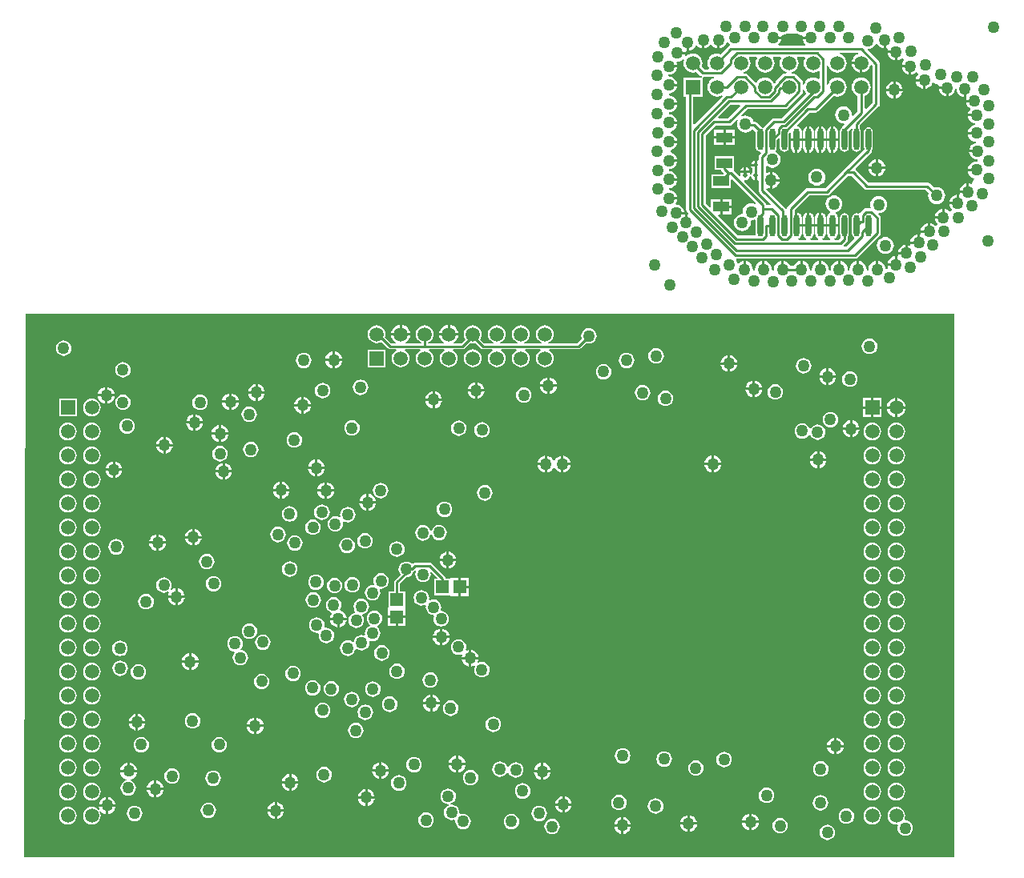
<source format=gbl>
G04 Layer_Physical_Order=4*
G04 Layer_Color=16711680*
%FSLAX25Y25*%
%MOIN*%
G70*
G01*
G75*
%ADD12R,0.06693X0.04331*%
%ADD17R,0.05512X0.05512*%
%ADD25R,0.05512X0.05512*%
%ADD27C,0.01000*%
%ADD28R,0.05906X0.05906*%
%ADD29C,0.05906*%
%ADD30R,0.05906X0.05906*%
%ADD31C,0.05000*%
%ADD32C,0.01969*%
%ADD34O,0.02362X0.09055*%
G36*
X348629Y405112D02*
X349480Y404759D01*
X350394Y404639D01*
X350501Y404653D01*
X350887Y404200D01*
X350866Y404043D01*
X354331D01*
Y403043D01*
X350866D01*
X350921Y402630D01*
X351273Y401778D01*
X351835Y401047D01*
X352085Y400855D01*
X351916Y400355D01*
X340998D01*
X340828Y400855D01*
X341079Y401047D01*
X341640Y401778D01*
X341993Y402630D01*
X342047Y403043D01*
X338583D01*
Y404043D01*
X342047D01*
X342026Y404200D01*
X342413Y404653D01*
X342520Y404639D01*
X343433Y404759D01*
X344285Y405112D01*
X344670Y405407D01*
X348244D01*
X348629Y405112D01*
D02*
G37*
G36*
X385539Y399095D02*
X385953Y399149D01*
X386082Y399203D01*
X386465Y398820D01*
X386354Y398552D01*
X386299Y398138D01*
X389764D01*
Y397638D01*
X390264D01*
Y394173D01*
X390677Y394228D01*
X391529Y394581D01*
X392260Y395142D01*
X392411Y395151D01*
X393183Y394379D01*
X393173Y394229D01*
X392612Y393497D01*
X392259Y392646D01*
X392205Y392232D01*
X395669D01*
Y391732D01*
X396169D01*
Y388268D01*
X396583Y388322D01*
X397434Y388675D01*
X398165Y389236D01*
X398316Y389246D01*
X399089Y388474D01*
X399079Y388323D01*
X398518Y387592D01*
X398165Y386740D01*
X398110Y386327D01*
X401575D01*
Y385827D01*
X402075D01*
Y382362D01*
X402489Y382417D01*
X403340Y382769D01*
X404071Y383330D01*
X404632Y384062D01*
X404925Y384770D01*
X407484Y383881D01*
X407614Y383591D01*
X407559Y383177D01*
X411024D01*
Y382677D01*
X411524D01*
Y379213D01*
X411937Y379267D01*
X412789Y379620D01*
X413520Y380181D01*
X414081Y380912D01*
X414433Y381764D01*
X414486Y382160D01*
X414990D01*
X415094Y381370D01*
X415447Y380518D01*
X416008Y379787D01*
X416739Y379226D01*
X417590Y378873D01*
X418004Y378819D01*
Y382283D01*
X419004D01*
Y378614D01*
X419166Y378404D01*
X419031Y378079D01*
X418977Y377665D01*
X422441D01*
Y376665D01*
X418977D01*
X419031Y376252D01*
X419384Y375400D01*
X419945Y374669D01*
X420523Y374226D01*
X420653Y373934D01*
X420608Y373595D01*
X420171Y373025D01*
X419818Y372174D01*
X419764Y371760D01*
X423228D01*
Y370760D01*
X419764D01*
X419818Y370346D01*
X420171Y369495D01*
X420732Y368764D01*
X421463Y368203D01*
X422315Y367850D01*
X422739Y367794D01*
X422748Y367751D01*
X422352Y367194D01*
X422315Y367189D01*
X421463Y366837D01*
X420732Y366276D01*
X420171Y365545D01*
X419818Y364693D01*
X419764Y364280D01*
X423228D01*
Y363280D01*
X419764D01*
X419818Y362866D01*
X420171Y362014D01*
X420732Y361283D01*
X421463Y360722D01*
X422315Y360370D01*
X423105Y360266D01*
Y359761D01*
X422708Y359709D01*
X421857Y359356D01*
X421126Y358795D01*
X420565Y358064D01*
X420212Y357213D01*
X420158Y356799D01*
X423622D01*
Y355799D01*
X420158D01*
X420212Y355385D01*
X420565Y354534D01*
X421126Y353803D01*
X421857Y353242D01*
X422708Y352889D01*
X423622Y352769D01*
X423623Y352768D01*
Y352278D01*
X423251Y351952D01*
X423228Y351955D01*
X422315Y351835D01*
X421463Y351482D01*
X420732Y350921D01*
X420171Y350190D01*
X419818Y349339D01*
X419764Y348925D01*
X423228D01*
Y347925D01*
X419764D01*
X419818Y347512D01*
X420171Y346660D01*
X420732Y345929D01*
X421463Y345368D01*
X422232Y345049D01*
X421466Y342815D01*
X421011Y342609D01*
X420599Y342780D01*
X420185Y342834D01*
Y339370D01*
X419685D01*
Y338870D01*
X416221D01*
X416261Y338561D01*
X416067Y338273D01*
X415879Y338107D01*
X415854Y338110D01*
Y334646D01*
X415354D01*
Y334146D01*
X411890D01*
X411944Y333732D01*
X412297Y332881D01*
X412858Y332149D01*
X412889Y331680D01*
X412415Y331206D01*
X411945Y331236D01*
X411214Y331797D01*
X410362Y332150D01*
X409949Y332205D01*
Y328740D01*
X409449D01*
Y328240D01*
X405984D01*
X406039Y327826D01*
X406392Y326975D01*
X406953Y326244D01*
X406983Y325774D01*
X406509Y325300D01*
X406039Y325331D01*
X405308Y325892D01*
X404457Y326244D01*
X404043Y326299D01*
Y322835D01*
X403543D01*
Y322335D01*
X400079D01*
X400120Y322025D01*
X399926Y321738D01*
X399737Y321571D01*
X399713Y321575D01*
Y318110D01*
X399213D01*
Y317610D01*
X395748D01*
X395774Y317413D01*
X395377Y317063D01*
X395341Y317052D01*
X395008Y317189D01*
X394595Y317244D01*
Y313779D01*
X394094D01*
Y313280D01*
X390630D01*
X390671Y312970D01*
X390477Y312683D01*
X390288Y312516D01*
X390264Y312520D01*
Y309055D01*
X389764D01*
Y308555D01*
X386299D01*
X386354Y308141D01*
X386463Y307878D01*
X386244Y307400D01*
X385825Y307265D01*
X385359Y307553D01*
X385300Y308000D01*
X384947Y308852D01*
X384386Y309583D01*
X383655Y310144D01*
X382804Y310496D01*
X382390Y310551D01*
Y307087D01*
X381390D01*
Y310551D01*
X380976Y310496D01*
X380125Y310144D01*
X379394Y309583D01*
X378833Y308852D01*
X378480Y308000D01*
X378360Y307087D01*
X377953Y306668D01*
X377546Y307087D01*
X377426Y308000D01*
X377073Y308852D01*
X376512Y309583D01*
X375781Y310144D01*
X374929Y310496D01*
X374516Y310551D01*
Y307087D01*
X373516D01*
Y310551D01*
X373102Y310496D01*
X372251Y310144D01*
X371519Y309583D01*
X370958Y308852D01*
X370606Y308000D01*
X370486Y307087D01*
X370079Y306668D01*
X369672Y307087D01*
X369552Y308000D01*
X369199Y308852D01*
X368638Y309583D01*
X367907Y310144D01*
X367055Y310496D01*
X366642Y310551D01*
Y307087D01*
X365642D01*
Y310551D01*
X365228Y310496D01*
X364377Y310144D01*
X363646Y309583D01*
X363085Y308852D01*
X362732Y308000D01*
X362612Y307087D01*
X362205Y306668D01*
X361798Y307087D01*
X361678Y308000D01*
X361325Y308852D01*
X360764Y309583D01*
X360033Y310144D01*
X359181Y310496D01*
X358768Y310551D01*
Y307087D01*
X357768D01*
Y310551D01*
X357354Y310496D01*
X356503Y310144D01*
X355771Y309583D01*
X355210Y308852D01*
X354858Y308000D01*
X354737Y307087D01*
X354331Y306668D01*
X353924Y307087D01*
X353804Y308000D01*
X353451Y308852D01*
X352890Y309583D01*
X352159Y310144D01*
X351307Y310496D01*
X350894Y310551D01*
Y307087D01*
X349894D01*
Y310551D01*
X349480Y310496D01*
X348629Y310144D01*
X347898Y309583D01*
X347337Y308852D01*
X347239Y308616D01*
X345675D01*
X345577Y308852D01*
X345016Y309583D01*
X344285Y310144D01*
X343433Y310496D01*
X343020Y310551D01*
Y307087D01*
X342020D01*
Y310551D01*
X341606Y310496D01*
X340755Y310144D01*
X340023Y309583D01*
X339462Y308852D01*
X339110Y308000D01*
X338989Y307087D01*
X338583Y306668D01*
X338176Y307087D01*
X338056Y308000D01*
X337703Y308852D01*
X337142Y309583D01*
X336411Y310144D01*
X335559Y310496D01*
X335146Y310551D01*
Y307087D01*
X334146D01*
Y310551D01*
X333732Y310496D01*
X332881Y310144D01*
X332149Y309583D01*
X331588Y308852D01*
X331236Y308000D01*
X331116Y307087D01*
X330709Y306668D01*
X330302Y307087D01*
X330182Y308000D01*
X329829Y308852D01*
X329268Y309583D01*
X328537Y310144D01*
X327685Y310496D01*
X327272Y310551D01*
Y307087D01*
X326272D01*
Y310551D01*
X325858Y310496D01*
X325007Y310144D01*
X324322Y309618D01*
X323918Y309679D01*
X323805Y309709D01*
X323784Y309870D01*
X323431Y310722D01*
X323246Y310963D01*
X323493Y311463D01*
X372718D01*
X373303Y311579D01*
X373799Y311911D01*
X382962Y321073D01*
X383294Y321570D01*
X383410Y322155D01*
Y328436D01*
X383294Y329021D01*
X382962Y329517D01*
X382379Y330100D01*
X382652Y330535D01*
X383492Y330645D01*
X384344Y330998D01*
X385075Y331559D01*
X385636Y332290D01*
X385989Y333141D01*
X386109Y334055D01*
X385989Y334969D01*
X385636Y335820D01*
X385075Y336551D01*
X384344Y337112D01*
X383492Y337465D01*
X382579Y337585D01*
X381665Y337465D01*
X380814Y337112D01*
X380083Y336551D01*
X379521Y335820D01*
X379169Y334969D01*
X379048Y334055D01*
X379169Y333141D01*
X379206Y333052D01*
X378872Y332552D01*
X377321D01*
X376736Y332436D01*
X376239Y332104D01*
X374845Y330709D01*
X374682Y330466D01*
X374056Y330283D01*
X374002Y330319D01*
X373307Y330458D01*
X372612Y330319D01*
X372023Y329926D01*
X371629Y329337D01*
X371491Y328642D01*
Y321949D01*
X371629Y321254D01*
X372023Y320665D01*
X372321Y320465D01*
X372404Y319841D01*
X369151Y316588D01*
X368194D01*
X367987Y317088D01*
X369389Y318490D01*
X369720Y318986D01*
X369836Y319571D01*
Y321032D01*
X369985Y321254D01*
X370123Y321949D01*
Y328642D01*
X369985Y329337D01*
X369591Y329926D01*
X369002Y330319D01*
X368307Y330458D01*
X367612Y330319D01*
X367023Y329926D01*
X366629Y329337D01*
X366491Y328642D01*
Y321949D01*
X366629Y321254D01*
X366778Y321032D01*
Y320205D01*
X365970Y319397D01*
X364222D01*
X364158Y319894D01*
X364880Y320376D01*
X365362Y321098D01*
X365531Y321949D01*
Y324795D01*
X361083D01*
Y321949D01*
X361253Y321098D01*
X361735Y320376D01*
X362456Y319894D01*
X362393Y319397D01*
X359222D01*
X359158Y319894D01*
X359880Y320376D01*
X360362Y321098D01*
X360531Y321949D01*
Y324795D01*
X356083D01*
Y321949D01*
X356253Y321098D01*
X356735Y320376D01*
X357456Y319894D01*
X357393Y319397D01*
X354222D01*
X354158Y319894D01*
X354880Y320376D01*
X355362Y321098D01*
X355531Y321949D01*
Y324795D01*
X351083D01*
Y321949D01*
X351253Y321098D01*
X351735Y320376D01*
X352456Y319894D01*
X352393Y319397D01*
X349222D01*
X349158Y319894D01*
X349880Y320376D01*
X350362Y321098D01*
X350531Y321949D01*
Y324795D01*
X348307D01*
Y325295D01*
X347807D01*
Y330962D01*
X347610Y331120D01*
X347590Y331648D01*
X353783Y337841D01*
X361024D01*
X361609Y337957D01*
X362105Y338289D01*
X369728Y345912D01*
X371414D01*
X376675Y340651D01*
X377171Y340319D01*
X377756Y340203D01*
X402122D01*
X403381Y338945D01*
X403283Y338709D01*
X403163Y337795D01*
X403283Y336882D01*
X403636Y336030D01*
X404197Y335299D01*
X404928Y334738D01*
X405779Y334385D01*
X406693Y334265D01*
X407607Y334385D01*
X408458Y334738D01*
X409189Y335299D01*
X409750Y336030D01*
X410103Y336882D01*
X410223Y337795D01*
X410103Y338709D01*
X409750Y339560D01*
X409189Y340292D01*
X408458Y340852D01*
X407607Y341205D01*
X406693Y341325D01*
X405779Y341205D01*
X405544Y341108D01*
X403837Y342814D01*
X403341Y343145D01*
X402756Y343262D01*
X378389D01*
X373129Y348522D01*
X372983Y348620D01*
X372934Y349117D01*
X379389Y355572D01*
X379720Y356068D01*
X379837Y356654D01*
Y356858D01*
X379985Y357080D01*
X380123Y357775D01*
Y364468D01*
X379985Y365163D01*
X379591Y365752D01*
X379002Y366146D01*
X378307Y366284D01*
X377612Y366146D01*
X377023Y365752D01*
X376629Y365163D01*
X376491Y364468D01*
Y357775D01*
X376620Y357129D01*
X368013Y348522D01*
X360390Y340899D01*
X353150D01*
X352564Y340783D01*
X352068Y340452D01*
X344845Y333228D01*
X344513Y332732D01*
X344442Y332372D01*
X343911Y332266D01*
X343707Y332571D01*
X335841Y340437D01*
X335885Y340683D01*
X336428Y340971D01*
X336882Y340783D01*
X337295Y340728D01*
Y344193D01*
Y347657D01*
X336882Y347603D01*
X336125Y347289D01*
X335625Y347498D01*
Y349855D01*
X336125Y350102D01*
X336522Y349797D01*
X337374Y349444D01*
X338287Y349324D01*
X339201Y349444D01*
X340052Y349797D01*
X340784Y350358D01*
X341345Y351089D01*
X341697Y351941D01*
X341817Y352854D01*
X341697Y353768D01*
X341345Y354619D01*
X340784Y355350D01*
X340052Y355911D01*
X339745Y356039D01*
X339671Y356611D01*
X339985Y357080D01*
X340123Y357775D01*
Y360775D01*
X341029Y361681D01*
X341491Y361490D01*
Y357775D01*
X341629Y357080D01*
X342023Y356491D01*
X342612Y356098D01*
X343307Y355959D01*
X344002Y356098D01*
X344591Y356491D01*
X344985Y357080D01*
X345123Y357775D01*
Y363728D01*
X345583Y364188D01*
X346083Y363981D01*
Y361622D01*
X350531D01*
Y364468D01*
X350362Y365319D01*
X349880Y366041D01*
X349158Y366523D01*
X348714Y366611D01*
X348549Y367154D01*
X353783Y372388D01*
X356260D01*
X356845Y372504D01*
X357341Y372836D01*
X363819Y379314D01*
X364283Y379121D01*
X365315Y378986D01*
X366347Y379121D01*
X367308Y379520D01*
X368134Y380153D01*
X368768Y380979D01*
X369166Y381941D01*
X369302Y382972D01*
X369166Y384004D01*
X368768Y384966D01*
X368134Y385792D01*
X367308Y386425D01*
X366347Y386824D01*
X365315Y386959D01*
X364283Y386824D01*
X363321Y386425D01*
X362496Y385792D01*
X361862Y384966D01*
X361464Y384004D01*
X360997Y384120D01*
Y391825D01*
X361464Y391941D01*
X361862Y390979D01*
X362496Y390153D01*
X363321Y389520D01*
X364283Y389121D01*
X365315Y388986D01*
X366347Y389121D01*
X367308Y389520D01*
X368134Y390153D01*
X368768Y390979D01*
X369166Y391941D01*
X369302Y392972D01*
X369166Y394004D01*
X368768Y394966D01*
X368134Y395792D01*
X367308Y396425D01*
X366347Y396824D01*
X366453Y397296D01*
X374177D01*
X374283Y396824D01*
X373322Y396425D01*
X372496Y395792D01*
X371862Y394966D01*
X371464Y394004D01*
X371394Y393472D01*
X375315D01*
Y392972D01*
X375815D01*
Y389051D01*
X376347Y389121D01*
X377308Y389520D01*
X378134Y390153D01*
X378768Y390979D01*
X379166Y391941D01*
X379181Y392057D01*
X379657Y392230D01*
X379967Y391974D01*
Y376576D01*
X377306Y373915D01*
X376844Y374107D01*
Y379328D01*
X377308Y379520D01*
X378134Y380153D01*
X378768Y380979D01*
X379166Y381941D01*
X379302Y382972D01*
X379166Y384004D01*
X378768Y384966D01*
X378134Y385792D01*
X377308Y386425D01*
X376347Y386824D01*
X375315Y386959D01*
X374283Y386824D01*
X373322Y386425D01*
X372496Y385792D01*
X371862Y384966D01*
X371464Y384004D01*
X371328Y382972D01*
X371464Y381941D01*
X371862Y380979D01*
X372496Y380153D01*
X373322Y379520D01*
X373785Y379328D01*
Y372799D01*
X371937Y370950D01*
X371463Y371184D01*
X371493Y371408D01*
X371373Y372321D01*
X371020Y373173D01*
X370459Y373904D01*
X369728Y374465D01*
X368876Y374817D01*
X367963Y374938D01*
X367049Y374817D01*
X366197Y374465D01*
X365466Y373904D01*
X364905Y373173D01*
X364553Y372321D01*
X364432Y371408D01*
X364553Y370494D01*
X364905Y369642D01*
X365466Y368911D01*
X366197Y368350D01*
X367049Y367998D01*
X367963Y367877D01*
X368186Y367907D01*
X368420Y367433D01*
X367226Y366239D01*
X366894Y365743D01*
X366842Y365482D01*
X366629Y365163D01*
X366491Y364468D01*
Y357775D01*
X366629Y357080D01*
X367023Y356491D01*
X367612Y356098D01*
X368307Y355959D01*
X369002Y356098D01*
X369591Y356491D01*
X369985Y357080D01*
X370123Y357775D01*
Y364468D01*
X370066Y364754D01*
X371190Y365877D01*
X371689Y365698D01*
X371754Y365350D01*
X371629Y365163D01*
X371491Y364468D01*
Y357775D01*
X371629Y357080D01*
X372023Y356491D01*
X372612Y356098D01*
X373307Y355959D01*
X374002Y356098D01*
X374591Y356491D01*
X374985Y357080D01*
X375123Y357775D01*
Y364468D01*
X374985Y365163D01*
X374836Y365385D01*
Y367120D01*
X382577Y374861D01*
X382909Y375357D01*
X383026Y375942D01*
Y392664D01*
X382909Y393250D01*
X382577Y393746D01*
X377875Y398448D01*
X378150Y398881D01*
X378994Y398992D01*
X379845Y399344D01*
X380576Y399905D01*
X381137Y400636D01*
X381322Y401082D01*
X381863D01*
X381982Y400794D01*
X382543Y400063D01*
X383274Y399502D01*
X384126Y399149D01*
X384539Y399095D01*
Y402559D01*
X385539D01*
Y399095D01*
D02*
G37*
G36*
X316445D02*
X316859Y399149D01*
X317710Y399502D01*
X318441Y400063D01*
X319002Y400794D01*
X319326Y401576D01*
X319495Y401651D01*
X319495Y401652D01*
X319862Y401668D01*
X320338Y401047D01*
X320698Y400771D01*
X320582Y400238D01*
X320086Y399907D01*
X316811Y396631D01*
X316347Y396824D01*
X315315Y396959D01*
X314283Y396824D01*
X313321Y396425D01*
X312496Y395792D01*
X311862Y394966D01*
X311464Y394004D01*
X311328Y392972D01*
X311464Y391941D01*
X311862Y390979D01*
X312001Y390797D01*
X311780Y390349D01*
X310101D01*
X308974Y391476D01*
X309166Y391941D01*
X309302Y392972D01*
X309166Y394004D01*
X308768Y394966D01*
X308134Y395792D01*
X307308Y396425D01*
X306347Y396824D01*
X305315Y396959D01*
X304283Y396824D01*
X303322Y396425D01*
X302496Y395792D01*
X302471Y395760D01*
X302035Y396012D01*
X302122Y396224D01*
X302177Y396638D01*
X298713D01*
Y397638D01*
X302177D01*
X302173Y397669D01*
X302619Y398114D01*
X302650Y398110D01*
Y401575D01*
X303650D01*
Y398110D01*
X304063Y398165D01*
X304915Y398517D01*
X305646Y399079D01*
X306207Y399810D01*
X306353Y400162D01*
X306925Y400237D01*
X307059Y400063D01*
X307790Y399502D01*
X308641Y399149D01*
X309055Y399095D01*
Y402559D01*
X310055D01*
Y399095D01*
X310469Y399149D01*
X311320Y399502D01*
X312051Y400063D01*
X312448Y400580D01*
X312485Y400598D01*
X313015D01*
X313052Y400580D01*
X313449Y400063D01*
X314180Y399502D01*
X315031Y399149D01*
X315445Y399095D01*
Y402559D01*
X316445D01*
Y399095D01*
D02*
G37*
G36*
X342002Y395147D02*
X341862Y394966D01*
X341464Y394004D01*
X341328Y392972D01*
X341464Y391941D01*
X341862Y390979D01*
X342496Y390153D01*
X343321Y389520D01*
X344283Y389121D01*
X344168Y388655D01*
X343595D01*
X343009Y388538D01*
X342513Y388207D01*
X340081Y385774D01*
X339749Y385278D01*
X339692Y384993D01*
X339349Y384649D01*
X338858Y384747D01*
X338768Y384966D01*
X338134Y385792D01*
X337308Y386425D01*
X336347Y386824D01*
X335315Y386959D01*
X334283Y386824D01*
X333321Y386425D01*
X332496Y385792D01*
X331950Y385080D01*
X331378Y384945D01*
X328116Y388207D01*
X327620Y388538D01*
X327035Y388655D01*
X326462D01*
X326347Y389121D01*
X327308Y389520D01*
X328134Y390153D01*
X328768Y390979D01*
X329166Y391941D01*
X329302Y392972D01*
X329166Y394004D01*
X328768Y394966D01*
X328628Y395147D01*
X328850Y395596D01*
X331780D01*
X332001Y395147D01*
X331862Y394966D01*
X331464Y394004D01*
X331328Y392972D01*
X331464Y391941D01*
X331862Y390979D01*
X332496Y390153D01*
X333321Y389520D01*
X334283Y389121D01*
X335315Y388986D01*
X336347Y389121D01*
X337308Y389520D01*
X338134Y390153D01*
X338768Y390979D01*
X339166Y391941D01*
X339302Y392972D01*
X339166Y394004D01*
X338768Y394966D01*
X338628Y395147D01*
X338849Y395596D01*
X341780D01*
X342002Y395147D01*
D02*
G37*
G36*
X352002D02*
X351862Y394966D01*
X351464Y394004D01*
X351328Y392972D01*
X351464Y391941D01*
X351862Y390979D01*
X352496Y390153D01*
X353322Y389520D01*
X354283Y389121D01*
X355315Y388986D01*
X356347Y389121D01*
X357308Y389520D01*
X357490Y389659D01*
X357938Y389438D01*
Y386507D01*
X357490Y386286D01*
X357308Y386425D01*
X356347Y386824D01*
X355315Y386959D01*
X354283Y386824D01*
X353322Y386425D01*
X352496Y385792D01*
X351862Y384966D01*
X351464Y384004D01*
X350997Y384120D01*
Y384693D01*
X350881Y385278D01*
X350549Y385774D01*
X348116Y388207D01*
X347620Y388538D01*
X347035Y388655D01*
X346462D01*
X346347Y389121D01*
X347308Y389520D01*
X348134Y390153D01*
X348768Y390979D01*
X349166Y391941D01*
X349302Y392972D01*
X349166Y394004D01*
X348768Y394966D01*
X348628Y395147D01*
X348850Y395596D01*
X351780D01*
X352002Y395147D01*
D02*
G37*
G36*
X324934Y375128D02*
X319834Y370028D01*
X315913D01*
X315721Y370490D01*
X320821Y375590D01*
X324743D01*
X324934Y375128D01*
D02*
G37*
G36*
X314283Y386824D02*
X313321Y386425D01*
X312496Y385792D01*
X311862Y384966D01*
X311464Y384004D01*
X311328Y382972D01*
X311464Y381941D01*
X311862Y380979D01*
X312496Y380153D01*
X313321Y379520D01*
X314283Y379121D01*
X315315Y378986D01*
X316347Y379121D01*
X317308Y379520D01*
X317332Y379538D01*
X317662Y379161D01*
X305946Y367445D01*
X305485Y367636D01*
Y379020D01*
X309268D01*
Y386820D01*
X309353Y387021D01*
X309593Y387290D01*
X314168D01*
X314283Y386824D01*
D02*
G37*
G36*
X351862Y380979D02*
X352454Y380208D01*
X342325Y370079D01*
X339021D01*
X338436Y369962D01*
X337939Y369631D01*
X334607Y366298D01*
X334350Y365914D01*
X334002Y366146D01*
X333937Y366159D01*
X331833Y368263D01*
X331336Y368595D01*
X330751Y368711D01*
X330501D01*
X330223Y369383D01*
X329662Y370114D01*
X328930Y370675D01*
X328079Y371028D01*
X327165Y371148D01*
X326252Y371028D01*
X325594Y370756D01*
X325311Y371180D01*
X328022Y373890D01*
X343635D01*
X344220Y374007D01*
X344717Y374338D01*
X350549Y380171D01*
X350881Y380667D01*
X350997Y381252D01*
Y381825D01*
X351464Y381941D01*
X351862Y380979D01*
D02*
G37*
G36*
X324028Y369189D02*
X323756Y368532D01*
X323635Y367618D01*
X323756Y366704D01*
X324108Y365853D01*
X324669Y365122D01*
X325400Y364561D01*
X326252Y364208D01*
X327165Y364088D01*
X328079Y364208D01*
X328930Y364561D01*
X329662Y365122D01*
X329783Y365280D01*
X330447Y365324D01*
X331491Y364279D01*
Y357775D01*
X331629Y357080D01*
X332023Y356491D01*
X332612Y356098D01*
X333293Y355962D01*
X333337Y355898D01*
X333532Y355494D01*
X333014Y354976D01*
X332682Y354480D01*
X332566Y353895D01*
Y352653D01*
X332066Y352382D01*
X331897Y352416D01*
Y350492D01*
X331398D01*
Y349992D01*
X329474D01*
X329528Y349718D01*
X329868Y349209D01*
Y347444D01*
X329528Y346936D01*
X329482Y346700D01*
X328964Y346660D01*
X328862Y346940D01*
X328853Y346984D01*
X328905Y347244D01*
X325058D01*
X325113Y346970D01*
X325121Y346957D01*
X325113Y346944D01*
X324958Y346170D01*
X324989Y346014D01*
X324529Y345768D01*
X322184Y348112D01*
X322352Y348612D01*
X322352D01*
Y354143D01*
X314459D01*
Y348612D01*
X316937D01*
X316992Y348332D01*
X317324Y347836D01*
X318162Y346998D01*
X317728Y346564D01*
X313179D01*
Y341034D01*
X321072D01*
Y344245D01*
X321534Y344437D01*
X331345Y334626D01*
X331061Y334202D01*
X330435Y334462D01*
X329521Y334582D01*
X328608Y334462D01*
X327756Y334109D01*
X327025Y333548D01*
X326464Y332817D01*
X326112Y331966D01*
X325991Y331052D01*
X326054Y330574D01*
X325787Y330105D01*
X324874Y329985D01*
X324022Y329632D01*
X323291Y329071D01*
X322730Y328340D01*
X322377Y327488D01*
X322257Y326575D01*
X322377Y325661D01*
X322730Y324810D01*
X323291Y324079D01*
X324022Y323517D01*
X324874Y323165D01*
X325787Y323045D01*
X326701Y323165D01*
X327553Y323517D01*
X328284Y324079D01*
X328845Y324810D01*
X329197Y325661D01*
X329318Y326575D01*
X329255Y327052D01*
X329521Y327522D01*
X330435Y327642D01*
X330991Y327872D01*
X331491Y327546D01*
Y321949D01*
X331561Y321597D01*
X331178Y321097D01*
X324152D01*
X315707Y329542D01*
X315898Y330004D01*
X316626D01*
Y333169D01*
Y336335D01*
X312779D01*
Y333123D01*
X312317Y332932D01*
X310584Y334665D01*
Y362949D01*
X314605Y366969D01*
X320467D01*
X321053Y367086D01*
X321549Y367418D01*
X323604Y369473D01*
X324028Y369189D01*
D02*
G37*
G36*
X331897Y344238D02*
X332066Y344271D01*
X332566Y344000D01*
Y340020D01*
X332682Y339435D01*
X333014Y338938D01*
X337639Y334313D01*
X337432Y333813D01*
X335781D01*
Y333882D01*
X335665Y334467D01*
X335333Y334963D01*
X326580Y343717D01*
X326827Y344177D01*
X326982Y344146D01*
X327756Y344300D01*
X328412Y344739D01*
X328851Y345395D01*
X328934Y345813D01*
X329444D01*
X329528Y345387D01*
X329967Y344731D01*
X330623Y344292D01*
X330897Y344238D01*
Y346162D01*
X331897D01*
Y344238D01*
D02*
G37*
G36*
X301224Y394611D02*
X301549Y394210D01*
X301464Y394004D01*
X301328Y392972D01*
X301464Y391941D01*
X301862Y390979D01*
X302496Y390153D01*
X303322Y389520D01*
X304283Y389121D01*
X305315Y388986D01*
X306347Y389121D01*
X306811Y389314D01*
X308386Y387738D01*
X308855Y387425D01*
X308861Y387388D01*
X308631Y386925D01*
X301362D01*
Y379020D01*
X302426D01*
Y331919D01*
X302542Y331333D01*
X302874Y330837D01*
X303312Y330399D01*
X303079Y329925D01*
X302961Y329941D01*
Y326476D01*
X301961D01*
Y330005D01*
X298333D01*
Y331005D01*
X301797D01*
X301743Y331419D01*
X301390Y332270D01*
X300829Y333001D01*
X300098Y333562D01*
X299247Y333915D01*
X298333Y334035D01*
X298069Y334505D01*
X298333Y334849D01*
X298686Y335700D01*
X298740Y336114D01*
X295276D01*
Y337114D01*
X298740D01*
X298686Y337528D01*
X298333Y338379D01*
X297772Y339110D01*
X297041Y339671D01*
X296189Y340024D01*
X295510Y340113D01*
Y340989D01*
X296189Y341078D01*
X297041Y341431D01*
X297772Y341992D01*
X298333Y342723D01*
X298686Y343575D01*
X298740Y343988D01*
X295276D01*
Y344988D01*
X298740D01*
X298686Y345402D01*
X298333Y346253D01*
X297772Y346984D01*
X297041Y347545D01*
X296189Y347898D01*
X295510Y347988D01*
Y348863D01*
X296189Y348952D01*
X297041Y349305D01*
X297772Y349866D01*
X298333Y350597D01*
X298686Y351448D01*
X298740Y351862D01*
X295276D01*
Y352862D01*
X298740D01*
X298686Y353276D01*
X298333Y354127D01*
X297772Y354858D01*
X297041Y355419D01*
X296189Y355772D01*
X296089Y355904D01*
X296223Y356840D01*
X297041Y357179D01*
X297772Y357740D01*
X298333Y358471D01*
X298686Y359323D01*
X298740Y359736D01*
X295276D01*
Y360736D01*
X298740D01*
X298686Y361150D01*
X298333Y362001D01*
X297772Y362732D01*
X297041Y363293D01*
X296189Y363646D01*
X296070Y363662D01*
X295944Y364366D01*
X296189Y364700D01*
X297041Y365053D01*
X297772Y365614D01*
X298333Y366345D01*
X298686Y367196D01*
X298740Y367610D01*
X295276D01*
Y368610D01*
X298740D01*
X298686Y369024D01*
X298333Y369875D01*
X297772Y370606D01*
X297041Y371167D01*
X296189Y371520D01*
X295510Y371609D01*
Y372485D01*
X296189Y372574D01*
X297041Y372927D01*
X297772Y373488D01*
X298333Y374219D01*
X298686Y375071D01*
X298740Y375484D01*
X295276D01*
Y376484D01*
X298740D01*
X298686Y376898D01*
X298333Y377749D01*
X297772Y378481D01*
X297041Y379042D01*
X296189Y379394D01*
X295510Y379484D01*
Y380359D01*
X296189Y380448D01*
X297041Y380801D01*
X297772Y381362D01*
X298333Y382093D01*
X298686Y382945D01*
X298740Y383358D01*
X295276D01*
Y384358D01*
X298740D01*
X298686Y384772D01*
X298333Y385623D01*
X297772Y386354D01*
X297041Y386915D01*
X296189Y387268D01*
X295276Y387388D01*
X295165Y387858D01*
X295184Y388131D01*
X295276Y388202D01*
X296189Y388322D01*
X297041Y388675D01*
X297772Y389236D01*
X298333Y389967D01*
X298686Y390819D01*
X298740Y391232D01*
X295276D01*
Y392232D01*
X298740D01*
X298686Y392646D01*
X298484Y393133D01*
X298588Y393351D01*
X298822Y393622D01*
X299626Y393728D01*
X300478Y394080D01*
X301176Y394617D01*
X301224Y394611D01*
D02*
G37*
G36*
X413976Y62303D02*
X27519D01*
X27166Y62657D01*
X27560Y288484D01*
X413976D01*
Y62303D01*
D02*
G37*
%LPC*%
G36*
X389264Y397138D02*
X386299D01*
X386354Y396724D01*
X386706Y395873D01*
X387267Y395142D01*
X387999Y394581D01*
X388850Y394228D01*
X389264Y394173D01*
Y397138D01*
D02*
G37*
G36*
X374815Y392472D02*
X371394D01*
X371464Y391941D01*
X371862Y390979D01*
X372496Y390153D01*
X373322Y389520D01*
X374283Y389121D01*
X374815Y389051D01*
Y392472D01*
D02*
G37*
G36*
X395169Y391232D02*
X392205D01*
X392259Y390819D01*
X392612Y389967D01*
X393173Y389236D01*
X393904Y388675D01*
X394756Y388322D01*
X395169Y388268D01*
Y391232D01*
D02*
G37*
G36*
X401075Y385327D02*
X398110D01*
X398165Y384913D01*
X398518Y384062D01*
X399079Y383330D01*
X399810Y382769D01*
X400661Y382417D01*
X401075Y382362D01*
Y385327D01*
D02*
G37*
G36*
X389575Y385256D02*
Y382291D01*
X392539D01*
X392485Y382705D01*
X392132Y383556D01*
X391571Y384288D01*
X390840Y384849D01*
X389988Y385201D01*
X389575Y385256D01*
D02*
G37*
G36*
X388575D02*
X388161Y385201D01*
X387310Y384849D01*
X386579Y384288D01*
X386018Y383556D01*
X385665Y382705D01*
X385610Y382291D01*
X388575D01*
Y385256D01*
D02*
G37*
G36*
X410524Y382177D02*
X407559D01*
X407614Y381764D01*
X407966Y380912D01*
X408527Y380181D01*
X409259Y379620D01*
X410110Y379267D01*
X410524Y379213D01*
Y382177D01*
D02*
G37*
G36*
X392539Y381291D02*
X389575D01*
Y378327D01*
X389988Y378381D01*
X390840Y378734D01*
X391571Y379295D01*
X392132Y380026D01*
X392485Y380878D01*
X392539Y381291D01*
D02*
G37*
G36*
X388575D02*
X385610D01*
X385665Y380878D01*
X386018Y380026D01*
X386579Y379295D01*
X387310Y378734D01*
X388161Y378381D01*
X388575Y378327D01*
Y381291D01*
D02*
G37*
G36*
X363807Y366593D02*
Y361622D01*
X365531D01*
Y364468D01*
X365362Y365319D01*
X364880Y366041D01*
X364158Y366523D01*
X363807Y366593D01*
D02*
G37*
G36*
X362807D02*
X362456Y366523D01*
X361735Y366041D01*
X361253Y365319D01*
X361083Y364468D01*
Y361622D01*
X362807D01*
Y366593D01*
D02*
G37*
G36*
X358807D02*
Y361622D01*
X360531D01*
Y364468D01*
X360362Y365319D01*
X359880Y366041D01*
X359158Y366523D01*
X358807Y366593D01*
D02*
G37*
G36*
X357807D02*
X357456Y366523D01*
X356735Y366041D01*
X356253Y365319D01*
X356083Y364468D01*
Y361622D01*
X357807D01*
Y366593D01*
D02*
G37*
G36*
X353807D02*
Y361622D01*
X355531D01*
Y364468D01*
X355362Y365319D01*
X354880Y366041D01*
X354158Y366523D01*
X353807Y366593D01*
D02*
G37*
G36*
X352807D02*
X352456Y366523D01*
X351735Y366041D01*
X351253Y365319D01*
X351083Y364468D01*
Y361622D01*
X352807D01*
Y366593D01*
D02*
G37*
G36*
X365531Y360622D02*
X363807D01*
Y355651D01*
X364158Y355721D01*
X364880Y356203D01*
X365362Y356924D01*
X365531Y357775D01*
Y360622D01*
D02*
G37*
G36*
X362807D02*
X361083D01*
Y357775D01*
X361253Y356924D01*
X361735Y356203D01*
X362456Y355721D01*
X362807Y355651D01*
Y360622D01*
D02*
G37*
G36*
X360531D02*
X358807D01*
Y355651D01*
X359158Y355721D01*
X359880Y356203D01*
X360362Y356924D01*
X360531Y357775D01*
Y360622D01*
D02*
G37*
G36*
X357807D02*
X356083D01*
Y357775D01*
X356253Y356924D01*
X356735Y356203D01*
X357456Y355721D01*
X357807Y355651D01*
Y360622D01*
D02*
G37*
G36*
X355531D02*
X353807D01*
Y355651D01*
X354158Y355721D01*
X354880Y356203D01*
X355362Y356924D01*
X355531Y357775D01*
Y360622D01*
D02*
G37*
G36*
X352807D02*
X351083D01*
Y357775D01*
X351253Y356924D01*
X351735Y356203D01*
X352456Y355721D01*
X352807Y355651D01*
Y360622D01*
D02*
G37*
G36*
X350531D02*
X348807D01*
Y355651D01*
X349158Y355721D01*
X349880Y356203D01*
X350362Y356924D01*
X350531Y357775D01*
Y360622D01*
D02*
G37*
G36*
X347807D02*
X346083D01*
Y357775D01*
X346253Y356924D01*
X346735Y356203D01*
X347456Y355721D01*
X347807Y355651D01*
Y360622D01*
D02*
G37*
G36*
X382291Y352874D02*
Y349909D01*
X385256D01*
X385201Y350323D01*
X384849Y351174D01*
X384288Y351906D01*
X383556Y352467D01*
X382705Y352819D01*
X382291Y352874D01*
D02*
G37*
G36*
X381291D02*
X380878Y352819D01*
X380026Y352467D01*
X379295Y351906D01*
X378734Y351174D01*
X378381Y350323D01*
X378327Y349909D01*
X381291D01*
Y352874D01*
D02*
G37*
G36*
X385256Y348909D02*
X382291D01*
Y345945D01*
X382705Y346000D01*
X383556Y346352D01*
X384288Y346913D01*
X384849Y347644D01*
X385201Y348496D01*
X385256Y348909D01*
D02*
G37*
G36*
X381291D02*
X378327D01*
X378381Y348496D01*
X378734Y347644D01*
X379295Y346913D01*
X380026Y346352D01*
X380878Y346000D01*
X381291Y345945D01*
Y348909D01*
D02*
G37*
G36*
X338295Y347657D02*
Y344693D01*
X341260D01*
X341205Y345107D01*
X340852Y345958D01*
X340292Y346689D01*
X339560Y347250D01*
X338709Y347603D01*
X338295Y347657D01*
D02*
G37*
G36*
X356806Y349011D02*
X355892Y348890D01*
X355041Y348538D01*
X354310Y347977D01*
X353749Y347246D01*
X353396Y346394D01*
X353276Y345480D01*
X353396Y344567D01*
X353749Y343716D01*
X354310Y342984D01*
X355041Y342423D01*
X355892Y342071D01*
X356806Y341950D01*
X357719Y342071D01*
X358571Y342423D01*
X359302Y342984D01*
X359863Y343716D01*
X360216Y344567D01*
X360336Y345480D01*
X360216Y346394D01*
X359863Y347246D01*
X359302Y347977D01*
X358571Y348538D01*
X357719Y348890D01*
X356806Y349011D01*
D02*
G37*
G36*
X341260Y343693D02*
X338295D01*
Y340728D01*
X338709Y340783D01*
X339560Y341136D01*
X340292Y341697D01*
X340852Y342428D01*
X341205Y343279D01*
X341260Y343693D01*
D02*
G37*
G36*
X419185Y342834D02*
X418771Y342780D01*
X417920Y342427D01*
X417189Y341866D01*
X416628Y341135D01*
X416275Y340284D01*
X416221Y339870D01*
X419185D01*
Y342834D01*
D02*
G37*
G36*
X414854Y338110D02*
X414441Y338056D01*
X413589Y337703D01*
X412858Y337142D01*
X412297Y336411D01*
X411944Y335559D01*
X411890Y335146D01*
X414854D01*
Y338110D01*
D02*
G37*
G36*
X408949Y332205D02*
X408535Y332150D01*
X407684Y331797D01*
X406953Y331236D01*
X406392Y330505D01*
X406039Y329654D01*
X405984Y329240D01*
X408949D01*
Y332205D01*
D02*
G37*
G36*
X363976Y337881D02*
X363063Y337760D01*
X362211Y337408D01*
X361480Y336847D01*
X360919Y336116D01*
X360566Y335264D01*
X360446Y334350D01*
X360566Y333437D01*
X360919Y332585D01*
X361480Y331854D01*
X362211Y331293D01*
X362433Y331201D01*
X362448Y330877D01*
X362414Y330668D01*
X361735Y330214D01*
X361253Y329493D01*
X361083Y328642D01*
Y325795D01*
X365531D01*
Y328642D01*
X365362Y329493D01*
X364880Y330214D01*
X364604Y330399D01*
X364725Y330919D01*
X364890Y330941D01*
X365741Y331293D01*
X366473Y331854D01*
X367034Y332585D01*
X367386Y333437D01*
X367507Y334350D01*
X367386Y335264D01*
X367034Y336116D01*
X366473Y336847D01*
X365741Y337408D01*
X364890Y337760D01*
X363976Y337881D01*
D02*
G37*
G36*
X358807Y330766D02*
Y325795D01*
X360531D01*
Y328642D01*
X360362Y329493D01*
X359880Y330214D01*
X359158Y330696D01*
X358807Y330766D01*
D02*
G37*
G36*
X357807D02*
X357456Y330696D01*
X356735Y330214D01*
X356253Y329493D01*
X356083Y328642D01*
Y325795D01*
X357807D01*
Y330766D01*
D02*
G37*
G36*
X353807D02*
Y325795D01*
X355531D01*
Y328642D01*
X355362Y329493D01*
X354880Y330214D01*
X354158Y330696D01*
X353807Y330766D01*
D02*
G37*
G36*
X352807D02*
X352456Y330696D01*
X351735Y330214D01*
X351253Y329493D01*
X351083Y328642D01*
Y325795D01*
X352807D01*
Y330766D01*
D02*
G37*
G36*
X348807D02*
Y325795D01*
X350531D01*
Y328642D01*
X350362Y329493D01*
X349880Y330214D01*
X349158Y330696D01*
X348807Y330766D01*
D02*
G37*
G36*
X403043Y326299D02*
X402630Y326244D01*
X401778Y325892D01*
X401047Y325331D01*
X400486Y324600D01*
X400133Y323748D01*
X400079Y323335D01*
X403043D01*
Y326299D01*
D02*
G37*
G36*
X398713Y321575D02*
X398299Y321520D01*
X397447Y321167D01*
X396716Y320606D01*
X396155Y319875D01*
X395803Y319024D01*
X395748Y318610D01*
X398713D01*
Y321575D01*
D02*
G37*
G36*
X393595Y317244D02*
X393181Y317189D01*
X392329Y316837D01*
X391598Y316276D01*
X391037Y315545D01*
X390685Y314693D01*
X390630Y314280D01*
X393595D01*
Y317244D01*
D02*
G37*
G36*
X385335Y320558D02*
X384421Y320438D01*
X383570Y320085D01*
X382838Y319524D01*
X382277Y318793D01*
X381925Y317941D01*
X381804Y317028D01*
X381925Y316114D01*
X382277Y315262D01*
X382838Y314531D01*
X383570Y313970D01*
X384421Y313618D01*
X385335Y313497D01*
X386248Y313618D01*
X387100Y313970D01*
X387831Y314531D01*
X388392Y315262D01*
X388745Y316114D01*
X388865Y317028D01*
X388745Y317941D01*
X388392Y318793D01*
X387831Y319524D01*
X387100Y320085D01*
X386248Y320438D01*
X385335Y320558D01*
D02*
G37*
G36*
X389264Y312520D02*
X388850Y312465D01*
X387999Y312112D01*
X387267Y311551D01*
X386706Y310820D01*
X386354Y309969D01*
X386299Y309555D01*
X389264D01*
Y312520D01*
D02*
G37*
G36*
X322752Y365173D02*
X318905D01*
Y362508D01*
X322752D01*
Y365173D01*
D02*
G37*
G36*
X317905D02*
X314059D01*
Y362508D01*
X317905D01*
Y365173D01*
D02*
G37*
G36*
X322752Y361508D02*
X318905D01*
Y358842D01*
X322752D01*
Y361508D01*
D02*
G37*
G36*
X317905D02*
X314059D01*
Y358842D01*
X317905D01*
Y361508D01*
D02*
G37*
G36*
X330897Y352416D02*
X330623Y352361D01*
X329967Y351923D01*
X329528Y351266D01*
X329474Y350992D01*
X330897D01*
Y352416D01*
D02*
G37*
G36*
X327482Y349668D02*
Y348244D01*
X328905D01*
X328851Y348519D01*
X328412Y349175D01*
X327756Y349614D01*
X327482Y349668D01*
D02*
G37*
G36*
X326482D02*
X326207Y349614D01*
X325551Y349175D01*
X325113Y348519D01*
X325058Y348244D01*
X326482D01*
Y349668D01*
D02*
G37*
G36*
X321472Y336335D02*
X317626D01*
Y333669D01*
X321472D01*
Y336335D01*
D02*
G37*
G36*
Y332669D02*
X317626D01*
Y330004D01*
X321472D01*
Y332669D01*
D02*
G37*
G36*
X204202Y283996D02*
Y280575D01*
X207623D01*
X207553Y281107D01*
X207154Y282068D01*
X206521Y282894D01*
X205695Y283528D01*
X204733Y283926D01*
X204202Y283996D01*
D02*
G37*
G36*
X203202D02*
X202670Y283926D01*
X201708Y283528D01*
X200882Y282894D01*
X200249Y282068D01*
X199850Y281107D01*
X199780Y280575D01*
X203202D01*
Y283996D01*
D02*
G37*
G36*
X184202D02*
Y280575D01*
X187623D01*
X187553Y281107D01*
X187154Y282068D01*
X186521Y282894D01*
X185695Y283528D01*
X184733Y283926D01*
X184202Y283996D01*
D02*
G37*
G36*
X183202D02*
X182670Y283926D01*
X181708Y283528D01*
X180882Y282894D01*
X180249Y282068D01*
X179850Y281107D01*
X179780Y280575D01*
X183202D01*
Y283996D01*
D02*
G37*
G36*
X243702Y283759D02*
X242748Y283634D01*
X241859Y283266D01*
X241096Y282680D01*
X240511Y281917D01*
X240143Y281029D01*
X240017Y280075D01*
X240143Y279121D01*
X240511Y278233D01*
X241096Y277470D01*
X241859Y276884D01*
X242248Y276724D01*
X242148Y276223D01*
X235255D01*
X235156Y276724D01*
X235544Y276884D01*
X236307Y277470D01*
X236892Y278233D01*
X237260Y279121D01*
X237386Y280075D01*
X237260Y281029D01*
X236892Y281917D01*
X236307Y282680D01*
X235544Y283266D01*
X234655Y283634D01*
X233701Y283759D01*
X232748Y283634D01*
X231859Y283266D01*
X231096Y282680D01*
X230511Y281917D01*
X230143Y281029D01*
X230017Y280075D01*
X230143Y279121D01*
X230511Y278233D01*
X231096Y277470D01*
X231859Y276884D01*
X232247Y276724D01*
X232148Y276223D01*
X225255D01*
X225156Y276724D01*
X225544Y276884D01*
X226307Y277470D01*
X226892Y278233D01*
X227260Y279121D01*
X227386Y280075D01*
X227260Y281029D01*
X226892Y281917D01*
X226307Y282680D01*
X225544Y283266D01*
X224655Y283634D01*
X223702Y283759D01*
X222748Y283634D01*
X221859Y283266D01*
X221096Y282680D01*
X220511Y281917D01*
X220143Y281029D01*
X220017Y280075D01*
X220143Y279121D01*
X220511Y278233D01*
X221096Y277470D01*
X221859Y276884D01*
X222248Y276724D01*
X222148Y276223D01*
X218420D01*
X216683Y277960D01*
X216892Y278233D01*
X217260Y279121D01*
X217386Y280075D01*
X217260Y281029D01*
X216892Y281917D01*
X216307Y282680D01*
X215544Y283266D01*
X214655Y283634D01*
X213702Y283759D01*
X212748Y283634D01*
X211859Y283266D01*
X211096Y282680D01*
X210511Y281917D01*
X210143Y281029D01*
X210017Y280075D01*
X210143Y279121D01*
X210511Y278233D01*
X210725Y277954D01*
X208995Y276223D01*
X205992D01*
X205827Y276724D01*
X206521Y277256D01*
X207154Y278081D01*
X207553Y279043D01*
X207623Y279575D01*
X199780D01*
X199850Y279043D01*
X200249Y278081D01*
X200882Y277256D01*
X201576Y276724D01*
X201411Y276223D01*
X195255D01*
X195156Y276724D01*
X195544Y276884D01*
X196307Y277470D01*
X196892Y278233D01*
X197260Y279121D01*
X197386Y280075D01*
X197260Y281029D01*
X196892Y281917D01*
X196307Y282680D01*
X195544Y283266D01*
X194655Y283634D01*
X193702Y283759D01*
X192748Y283634D01*
X191859Y283266D01*
X191096Y282680D01*
X190511Y281917D01*
X190143Y281029D01*
X190017Y280075D01*
X190143Y279121D01*
X190511Y278233D01*
X191096Y277470D01*
X191859Y276884D01*
X192247Y276724D01*
X192148Y276223D01*
X185992D01*
X185827Y276724D01*
X186521Y277256D01*
X187154Y278081D01*
X187553Y279043D01*
X187623Y279575D01*
X179780D01*
X179850Y279043D01*
X180249Y278081D01*
X180882Y277256D01*
X181576Y276724D01*
X181411Y276223D01*
X179838D01*
X177166Y278895D01*
X177260Y279121D01*
X177386Y280075D01*
X177260Y281029D01*
X176892Y281917D01*
X176307Y282680D01*
X175544Y283266D01*
X174655Y283634D01*
X173702Y283759D01*
X172748Y283634D01*
X171859Y283266D01*
X171096Y282680D01*
X170511Y281917D01*
X170143Y281029D01*
X170017Y280075D01*
X170143Y279121D01*
X170511Y278233D01*
X171096Y277470D01*
X171859Y276884D01*
X172748Y276516D01*
X173702Y276391D01*
X174655Y276516D01*
X175544Y276884D01*
X175641Y276959D01*
X178466Y274135D01*
X178863Y273870D01*
X179331Y273777D01*
X181786D01*
X181886Y273276D01*
X181859Y273266D01*
X181096Y272680D01*
X180511Y271917D01*
X180143Y271028D01*
X180017Y270075D01*
X180143Y269121D01*
X180511Y268233D01*
X181096Y267470D01*
X181859Y266884D01*
X182748Y266516D01*
X183702Y266391D01*
X184655Y266516D01*
X185544Y266884D01*
X186307Y267470D01*
X186892Y268233D01*
X187260Y269121D01*
X187386Y270075D01*
X187260Y271028D01*
X186892Y271917D01*
X186307Y272680D01*
X185544Y273266D01*
X185517Y273276D01*
X185617Y273777D01*
X191786D01*
X191886Y273276D01*
X191859Y273266D01*
X191096Y272680D01*
X190511Y271917D01*
X190143Y271028D01*
X190017Y270075D01*
X190143Y269121D01*
X190511Y268233D01*
X191096Y267470D01*
X191859Y266884D01*
X192748Y266516D01*
X193702Y266391D01*
X194655Y266516D01*
X195544Y266884D01*
X196307Y267470D01*
X196892Y268233D01*
X197260Y269121D01*
X197386Y270075D01*
X197260Y271028D01*
X196892Y271917D01*
X196307Y272680D01*
X195544Y273266D01*
X195517Y273276D01*
X195617Y273777D01*
X201786D01*
X201886Y273276D01*
X201859Y273266D01*
X201096Y272680D01*
X200511Y271917D01*
X200143Y271028D01*
X200017Y270075D01*
X200143Y269121D01*
X200511Y268233D01*
X201096Y267470D01*
X201859Y266884D01*
X202748Y266516D01*
X203701Y266391D01*
X204655Y266516D01*
X205544Y266884D01*
X206307Y267470D01*
X206892Y268233D01*
X207260Y269121D01*
X207386Y270075D01*
X207260Y271028D01*
X206892Y271917D01*
X206307Y272680D01*
X205544Y273266D01*
X205517Y273276D01*
X205617Y273777D01*
X209502D01*
X209970Y273870D01*
X210367Y274135D01*
X212748Y276516D01*
X213702Y276391D01*
X214655Y276516D01*
X214663Y276520D01*
X217048Y274135D01*
X217445Y273870D01*
X217913Y273777D01*
X221786D01*
X221886Y273276D01*
X221859Y273266D01*
X221096Y272680D01*
X220511Y271917D01*
X220143Y271028D01*
X220017Y270075D01*
X220143Y269121D01*
X220511Y268233D01*
X221096Y267470D01*
X221859Y266884D01*
X222748Y266516D01*
X223702Y266391D01*
X224655Y266516D01*
X225544Y266884D01*
X226307Y267470D01*
X226892Y268233D01*
X227260Y269121D01*
X227386Y270075D01*
X227260Y271028D01*
X226892Y271917D01*
X226307Y272680D01*
X225544Y273266D01*
X225517Y273276D01*
X225617Y273777D01*
X231786D01*
X231886Y273276D01*
X231859Y273266D01*
X231096Y272680D01*
X230511Y271917D01*
X230143Y271028D01*
X230017Y270075D01*
X230143Y269121D01*
X230511Y268233D01*
X231096Y267470D01*
X231859Y266884D01*
X232748Y266516D01*
X233701Y266391D01*
X234655Y266516D01*
X235544Y266884D01*
X236307Y267470D01*
X236892Y268233D01*
X237260Y269121D01*
X237386Y270075D01*
X237260Y271028D01*
X236892Y271917D01*
X236307Y272680D01*
X235544Y273266D01*
X235517Y273276D01*
X235617Y273777D01*
X241786D01*
X241886Y273276D01*
X241859Y273266D01*
X241096Y272680D01*
X240511Y271917D01*
X240143Y271028D01*
X240017Y270075D01*
X240143Y269121D01*
X240511Y268233D01*
X241096Y267470D01*
X241859Y266884D01*
X242748Y266516D01*
X243702Y266391D01*
X244655Y266516D01*
X245544Y266884D01*
X246307Y267470D01*
X246892Y268233D01*
X247260Y269121D01*
X247386Y270075D01*
X247260Y271028D01*
X246892Y271917D01*
X246307Y272680D01*
X245544Y273266D01*
X245517Y273276D01*
X245617Y273777D01*
X257677D01*
X258145Y273870D01*
X258542Y274135D01*
X260782Y276375D01*
X261173Y276213D01*
X262008Y276103D01*
X262843Y276213D01*
X263622Y276536D01*
X264290Y277048D01*
X264803Y277717D01*
X265125Y278495D01*
X265235Y279331D01*
X265125Y280166D01*
X264803Y280944D01*
X264290Y281613D01*
X263622Y282126D01*
X262843Y282448D01*
X262008Y282558D01*
X261173Y282448D01*
X260394Y282126D01*
X259726Y281613D01*
X259213Y280944D01*
X258890Y280166D01*
X258780Y279331D01*
X258890Y278495D01*
X259052Y278105D01*
X257170Y276223D01*
X245255D01*
X245156Y276724D01*
X245544Y276884D01*
X246307Y277470D01*
X246892Y278233D01*
X247260Y279121D01*
X247386Y280075D01*
X247260Y281029D01*
X246892Y281917D01*
X246307Y282680D01*
X245544Y283266D01*
X244655Y283634D01*
X243702Y283759D01*
D02*
G37*
G36*
X378740Y278228D02*
X377905Y278118D01*
X377126Y277795D01*
X376458Y277282D01*
X375945Y276614D01*
X375623Y275835D01*
X375513Y275000D01*
X375623Y274165D01*
X375945Y273386D01*
X376458Y272718D01*
X377126Y272205D01*
X377905Y271882D01*
X378740Y271772D01*
X379575Y271882D01*
X380354Y272205D01*
X381022Y272718D01*
X381535Y273386D01*
X381858Y274165D01*
X381968Y275000D01*
X381858Y275835D01*
X381535Y276614D01*
X381022Y277282D01*
X380354Y277795D01*
X379575Y278118D01*
X378740Y278228D01*
D02*
G37*
G36*
X43471Y277455D02*
X42635Y277345D01*
X41857Y277023D01*
X41188Y276510D01*
X40676Y275841D01*
X40353Y275063D01*
X40243Y274228D01*
X40353Y273392D01*
X40676Y272614D01*
X41188Y271946D01*
X41857Y271432D01*
X42635Y271110D01*
X43471Y271000D01*
X44306Y271110D01*
X45085Y271432D01*
X45753Y271946D01*
X46266Y272614D01*
X46588Y273392D01*
X46698Y274228D01*
X46588Y275063D01*
X46266Y275841D01*
X45753Y276510D01*
X45085Y277023D01*
X44306Y277345D01*
X43471Y277455D01*
D02*
G37*
G36*
X156405Y272854D02*
Y269890D01*
X159370D01*
X159315Y270303D01*
X158963Y271155D01*
X158402Y271886D01*
X157671Y272447D01*
X156819Y272800D01*
X156405Y272854D01*
D02*
G37*
G36*
X155405D02*
X154992Y272800D01*
X154140Y272447D01*
X153409Y271886D01*
X152848Y271155D01*
X152496Y270303D01*
X152441Y269890D01*
X155405D01*
Y272854D01*
D02*
G37*
G36*
X320776Y271378D02*
Y268413D01*
X323740D01*
X323686Y268827D01*
X323333Y269678D01*
X322772Y270410D01*
X322041Y270971D01*
X321189Y271323D01*
X320776Y271378D01*
D02*
G37*
G36*
X319776D02*
X319362Y271323D01*
X318511Y270971D01*
X317779Y270410D01*
X317218Y269678D01*
X316866Y268827D01*
X316811Y268413D01*
X319776D01*
Y271378D01*
D02*
G37*
G36*
X289961Y274291D02*
X289125Y274181D01*
X288347Y273858D01*
X287678Y273345D01*
X287165Y272677D01*
X286843Y271898D01*
X286733Y271063D01*
X286843Y270228D01*
X287165Y269449D01*
X287678Y268781D01*
X288347Y268268D01*
X289125Y267945D01*
X289961Y267835D01*
X290796Y267945D01*
X291574Y268268D01*
X292243Y268781D01*
X292756Y269449D01*
X293078Y270228D01*
X293188Y271063D01*
X293078Y271898D01*
X292756Y272677D01*
X292243Y273345D01*
X291574Y273858D01*
X290796Y274181D01*
X289961Y274291D01*
D02*
G37*
G36*
X177354Y273728D02*
X170049D01*
Y266422D01*
X177354D01*
Y273728D01*
D02*
G37*
G36*
X213702Y273759D02*
X212748Y273634D01*
X211859Y273266D01*
X211096Y272680D01*
X210511Y271917D01*
X210143Y271028D01*
X210017Y270075D01*
X210143Y269121D01*
X210511Y268233D01*
X211096Y267470D01*
X211859Y266884D01*
X212748Y266516D01*
X213702Y266391D01*
X214655Y266516D01*
X215544Y266884D01*
X216307Y267470D01*
X216892Y268233D01*
X217260Y269121D01*
X217386Y270075D01*
X217260Y271028D01*
X216892Y271917D01*
X216307Y272680D01*
X215544Y273266D01*
X214655Y273634D01*
X213702Y273759D01*
D02*
G37*
G36*
X277658Y272421D02*
X276822Y272311D01*
X276044Y271988D01*
X275375Y271475D01*
X274862Y270807D01*
X274540Y270028D01*
X274430Y269193D01*
X274540Y268358D01*
X274862Y267579D01*
X275375Y266911D01*
X276044Y266398D01*
X276822Y266075D01*
X277658Y265965D01*
X278493Y266075D01*
X279271Y266398D01*
X279940Y266911D01*
X280453Y267579D01*
X280775Y268358D01*
X280885Y269193D01*
X280775Y270028D01*
X280453Y270807D01*
X279940Y271475D01*
X279271Y271988D01*
X278493Y272311D01*
X277658Y272421D01*
D02*
G37*
G36*
X143387Y272417D02*
X142551Y272307D01*
X141773Y271984D01*
X141104Y271471D01*
X140591Y270803D01*
X140269Y270024D01*
X140159Y269189D01*
X140269Y268354D01*
X140591Y267575D01*
X141104Y266907D01*
X141773Y266394D01*
X142551Y266072D01*
X143387Y265962D01*
X144222Y266072D01*
X145000Y266394D01*
X145669Y266907D01*
X146182Y267575D01*
X146504Y268354D01*
X146614Y269189D01*
X146504Y270024D01*
X146182Y270803D01*
X145669Y271471D01*
X145000Y271984D01*
X144222Y272307D01*
X143387Y272417D01*
D02*
G37*
G36*
X159370Y268890D02*
X156405D01*
Y265925D01*
X156819Y265980D01*
X157671Y266333D01*
X158402Y266894D01*
X158963Y267625D01*
X159315Y268476D01*
X159370Y268890D01*
D02*
G37*
G36*
X155405D02*
X152441D01*
X152496Y268476D01*
X152848Y267625D01*
X153409Y266894D01*
X154140Y266333D01*
X154992Y265980D01*
X155405Y265925D01*
Y268890D01*
D02*
G37*
G36*
X323740Y267413D02*
X320776D01*
Y264449D01*
X321189Y264504D01*
X322041Y264856D01*
X322772Y265417D01*
X323333Y266148D01*
X323686Y267000D01*
X323740Y267413D01*
D02*
G37*
G36*
X319776D02*
X316811D01*
X316866Y267000D01*
X317218Y266148D01*
X317779Y265417D01*
X318511Y264856D01*
X319362Y264504D01*
X319776Y264449D01*
Y267413D01*
D02*
G37*
G36*
X351332Y270134D02*
X350496Y270024D01*
X349718Y269702D01*
X349049Y269189D01*
X348536Y268520D01*
X348214Y267742D01*
X348104Y266906D01*
X348214Y266071D01*
X348536Y265293D01*
X349049Y264624D01*
X349718Y264111D01*
X350496Y263789D01*
X351332Y263679D01*
X352167Y263789D01*
X352945Y264111D01*
X353614Y264624D01*
X354127Y265293D01*
X354449Y266071D01*
X354559Y266906D01*
X354449Y267742D01*
X354127Y268520D01*
X353614Y269189D01*
X352945Y269702D01*
X352167Y270024D01*
X351332Y270134D01*
D02*
G37*
G36*
X361819Y265866D02*
Y262902D01*
X364783D01*
X364729Y263315D01*
X364376Y264167D01*
X363815Y264898D01*
X363084Y265459D01*
X362233Y265811D01*
X361819Y265866D01*
D02*
G37*
G36*
X360819D02*
X360405Y265811D01*
X359554Y265459D01*
X358823Y264898D01*
X358262Y264167D01*
X357909Y263315D01*
X357855Y262902D01*
X360819D01*
Y265866D01*
D02*
G37*
G36*
X68174Y268459D02*
X67339Y268349D01*
X66560Y268026D01*
X65892Y267513D01*
X65379Y266845D01*
X65056Y266066D01*
X64946Y265231D01*
X65056Y264396D01*
X65379Y263617D01*
X65892Y262949D01*
X66560Y262436D01*
X67339Y262113D01*
X68174Y262003D01*
X69009Y262113D01*
X69788Y262436D01*
X70456Y262949D01*
X70969Y263617D01*
X71292Y264396D01*
X71402Y265231D01*
X71292Y266066D01*
X70969Y266845D01*
X70456Y267513D01*
X69788Y268026D01*
X69009Y268349D01*
X68174Y268459D01*
D02*
G37*
G36*
X268091Y267692D02*
X267256Y267582D01*
X266477Y267260D01*
X265809Y266747D01*
X265296Y266078D01*
X264974Y265300D01*
X264864Y264465D01*
X264974Y263629D01*
X265296Y262851D01*
X265809Y262182D01*
X266477Y261669D01*
X267256Y261347D01*
X268091Y261237D01*
X268927Y261347D01*
X269705Y261669D01*
X270374Y262182D01*
X270886Y262851D01*
X271209Y263629D01*
X271319Y264465D01*
X271209Y265300D01*
X270886Y266078D01*
X270374Y266747D01*
X269705Y267260D01*
X268927Y267582D01*
X268091Y267692D01*
D02*
G37*
G36*
X245677Y262126D02*
Y259161D01*
X248641D01*
X248587Y259575D01*
X248234Y260426D01*
X247673Y261158D01*
X246942Y261719D01*
X246091Y262071D01*
X245677Y262126D01*
D02*
G37*
G36*
X244677D02*
X244264Y262071D01*
X243412Y261719D01*
X242681Y261158D01*
X242120Y260426D01*
X241767Y259575D01*
X241713Y259161D01*
X244677D01*
Y262126D01*
D02*
G37*
G36*
X364783Y261902D02*
X361819D01*
Y258937D01*
X362233Y258992D01*
X363084Y259344D01*
X363815Y259905D01*
X364376Y260636D01*
X364729Y261488D01*
X364783Y261902D01*
D02*
G37*
G36*
X360819D02*
X357855D01*
X357909Y261488D01*
X358262Y260636D01*
X358823Y259905D01*
X359554Y259344D01*
X360405Y258992D01*
X360819Y258937D01*
Y261902D01*
D02*
G37*
G36*
X370574Y264559D02*
X369739Y264449D01*
X368960Y264126D01*
X368292Y263613D01*
X367779Y262945D01*
X367456Y262166D01*
X367346Y261331D01*
X367456Y260496D01*
X367779Y259717D01*
X368292Y259049D01*
X368960Y258536D01*
X369739Y258213D01*
X370574Y258103D01*
X371409Y258213D01*
X372188Y258536D01*
X372856Y259049D01*
X373369Y259717D01*
X373692Y260496D01*
X373802Y261331D01*
X373692Y262166D01*
X373369Y262945D01*
X372856Y263613D01*
X372188Y264126D01*
X371409Y264449D01*
X370574Y264559D01*
D02*
G37*
G36*
X331110Y260748D02*
Y257784D01*
X334075D01*
X334020Y258197D01*
X333667Y259049D01*
X333106Y259780D01*
X332375Y260341D01*
X331524Y260693D01*
X331110Y260748D01*
D02*
G37*
G36*
X330110D02*
X329697Y260693D01*
X328845Y260341D01*
X328114Y259780D01*
X327553Y259049D01*
X327200Y258197D01*
X327146Y257784D01*
X330110D01*
Y260748D01*
D02*
G37*
G36*
X215559Y260059D02*
Y257095D01*
X218523D01*
X218469Y257508D01*
X218116Y258360D01*
X217555Y259091D01*
X216824Y259652D01*
X215973Y260004D01*
X215559Y260059D01*
D02*
G37*
G36*
X214559D02*
X214145Y260004D01*
X213294Y259652D01*
X212563Y259091D01*
X212002Y258360D01*
X211649Y257508D01*
X211595Y257095D01*
X214559D01*
Y260059D01*
D02*
G37*
G36*
X124221Y259272D02*
Y256307D01*
X127185D01*
X127130Y256721D01*
X126778Y257572D01*
X126217Y258303D01*
X125486Y258864D01*
X124634Y259217D01*
X124221Y259272D01*
D02*
G37*
G36*
X123221D02*
X122807Y259217D01*
X121955Y258864D01*
X121224Y258303D01*
X120663Y257572D01*
X120311Y256721D01*
X120256Y256307D01*
X123221D01*
Y259272D01*
D02*
G37*
G36*
X248641Y258161D02*
X245677D01*
Y255197D01*
X246091Y255252D01*
X246942Y255604D01*
X247673Y256165D01*
X248234Y256896D01*
X248587Y257748D01*
X248641Y258161D01*
D02*
G37*
G36*
X244677D02*
X241713D01*
X241767Y257748D01*
X242120Y256896D01*
X242681Y256165D01*
X243412Y255604D01*
X244264Y255252D01*
X244677Y255197D01*
Y258161D01*
D02*
G37*
G36*
X61721Y258090D02*
Y255126D01*
X64685D01*
X64630Y255540D01*
X64278Y256391D01*
X63717Y257122D01*
X62986Y257683D01*
X62134Y258036D01*
X61721Y258090D01*
D02*
G37*
G36*
X60720D02*
X60307Y258036D01*
X59455Y257683D01*
X58724Y257122D01*
X58163Y256391D01*
X57811Y255540D01*
X57756Y255126D01*
X60720D01*
Y258090D01*
D02*
G37*
G36*
X167008Y261196D02*
X166173Y261086D01*
X165395Y260764D01*
X164726Y260251D01*
X164213Y259582D01*
X163891Y258804D01*
X163781Y257969D01*
X163891Y257133D01*
X164213Y256355D01*
X164726Y255686D01*
X165395Y255173D01*
X166173Y254851D01*
X167008Y254741D01*
X167844Y254851D01*
X168622Y255173D01*
X169291Y255686D01*
X169804Y256355D01*
X170126Y257133D01*
X170236Y257969D01*
X170126Y258804D01*
X169804Y259582D01*
X169291Y260251D01*
X168622Y260764D01*
X167844Y261086D01*
X167008Y261196D01*
D02*
G37*
G36*
X334075Y256784D02*
X331110D01*
Y253819D01*
X331524Y253873D01*
X332375Y254226D01*
X333106Y254787D01*
X333667Y255518D01*
X334020Y256370D01*
X334075Y256784D01*
D02*
G37*
G36*
X330110D02*
X327146D01*
X327200Y256370D01*
X327553Y255518D01*
X328114Y254787D01*
X328845Y254226D01*
X329697Y253873D01*
X330110Y253819D01*
Y256784D01*
D02*
G37*
G36*
X151260Y259818D02*
X150425Y259708D01*
X149647Y259386D01*
X148978Y258873D01*
X148465Y258205D01*
X148143Y257426D01*
X148033Y256591D01*
X148143Y255755D01*
X148465Y254977D01*
X148978Y254309D01*
X149647Y253796D01*
X150425Y253473D01*
X151260Y253363D01*
X152096Y253473D01*
X152874Y253796D01*
X153543Y254309D01*
X154056Y254977D01*
X154378Y255755D01*
X154488Y256591D01*
X154378Y257426D01*
X154056Y258205D01*
X153543Y258873D01*
X152874Y259386D01*
X152096Y259708D01*
X151260Y259818D01*
D02*
G37*
G36*
X197941Y256220D02*
Y253256D01*
X200905D01*
X200851Y253670D01*
X200498Y254521D01*
X199937Y255252D01*
X199206Y255813D01*
X198355Y256166D01*
X197941Y256220D01*
D02*
G37*
G36*
X196941D02*
X196527Y256166D01*
X195676Y255813D01*
X194945Y255252D01*
X194384Y254521D01*
X194031Y253670D01*
X193977Y253256D01*
X196941D01*
Y256220D01*
D02*
G37*
G36*
X218523Y256095D02*
X215559D01*
Y253130D01*
X215973Y253185D01*
X216824Y253537D01*
X217555Y254098D01*
X218116Y254829D01*
X218469Y255681D01*
X218523Y256095D01*
D02*
G37*
G36*
X214559D02*
X211595D01*
X211649Y255681D01*
X212002Y254829D01*
X212563Y254098D01*
X213294Y253537D01*
X214145Y253185D01*
X214559Y253130D01*
Y256095D01*
D02*
G37*
G36*
X339548Y259228D02*
X338713Y259118D01*
X337934Y258795D01*
X337266Y258282D01*
X336753Y257614D01*
X336430Y256836D01*
X336320Y256000D01*
X336430Y255165D01*
X336753Y254386D01*
X337266Y253718D01*
X337934Y253205D01*
X338713Y252883D01*
X339548Y252772D01*
X340383Y252883D01*
X341162Y253205D01*
X341830Y253718D01*
X342343Y254386D01*
X342666Y255165D01*
X342776Y256000D01*
X342666Y256836D01*
X342343Y257614D01*
X341830Y258282D01*
X341162Y258795D01*
X340383Y259118D01*
X339548Y259228D01*
D02*
G37*
G36*
X284350Y258936D02*
X283515Y258826D01*
X282736Y258504D01*
X282068Y257991D01*
X281555Y257323D01*
X281233Y256544D01*
X281123Y255709D01*
X281233Y254873D01*
X281555Y254095D01*
X282068Y253427D01*
X282736Y252913D01*
X283515Y252591D01*
X284350Y252481D01*
X285186Y252591D01*
X285964Y252913D01*
X286633Y253427D01*
X287145Y254095D01*
X287468Y254873D01*
X287578Y255709D01*
X287468Y256544D01*
X287145Y257323D01*
X286633Y257991D01*
X285964Y258504D01*
X285186Y258826D01*
X284350Y258936D01*
D02*
G37*
G36*
X113394Y255433D02*
Y252468D01*
X116358D01*
X116304Y252882D01*
X115951Y253734D01*
X115390Y254465D01*
X114659Y255026D01*
X113807Y255378D01*
X113394Y255433D01*
D02*
G37*
G36*
X112394D02*
X111980Y255378D01*
X111129Y255026D01*
X110398Y254465D01*
X109836Y253734D01*
X109484Y252882D01*
X109429Y252468D01*
X112394D01*
Y255433D01*
D02*
G37*
G36*
X127185Y255307D02*
X124221D01*
Y252343D01*
X124634Y252397D01*
X125486Y252750D01*
X126217Y253311D01*
X126778Y254042D01*
X127130Y254893D01*
X127185Y255307D01*
D02*
G37*
G36*
X123221D02*
X120256D01*
X120311Y254893D01*
X120663Y254042D01*
X121224Y253311D01*
X121955Y252750D01*
X122807Y252397D01*
X123221Y252343D01*
Y255307D01*
D02*
G37*
G36*
X234922Y257948D02*
X234087Y257838D01*
X233308Y257516D01*
X232640Y257003D01*
X232127Y256334D01*
X231804Y255556D01*
X231694Y254721D01*
X231804Y253885D01*
X232127Y253107D01*
X232640Y252438D01*
X233308Y251926D01*
X234087Y251603D01*
X234922Y251493D01*
X235757Y251603D01*
X236536Y251926D01*
X237204Y252438D01*
X237717Y253107D01*
X238040Y253885D01*
X238150Y254721D01*
X238040Y255556D01*
X237717Y256334D01*
X237204Y257003D01*
X236536Y257516D01*
X235757Y257838D01*
X234922Y257948D01*
D02*
G37*
G36*
X64685Y254126D02*
X61721D01*
Y251162D01*
X62134Y251216D01*
X62986Y251569D01*
X63717Y252130D01*
X64278Y252861D01*
X64630Y253712D01*
X64685Y254126D01*
D02*
G37*
G36*
X60720D02*
X57756D01*
X57811Y253712D01*
X58163Y252861D01*
X58724Y252130D01*
X59455Y251569D01*
X60307Y251216D01*
X60720Y251162D01*
Y254126D01*
D02*
G37*
G36*
X143413Y253957D02*
Y250992D01*
X146378D01*
X146323Y251406D01*
X145971Y252257D01*
X145410Y252988D01*
X144678Y253549D01*
X143827Y253902D01*
X143413Y253957D01*
D02*
G37*
G36*
X142413D02*
X142000Y253902D01*
X141148Y253549D01*
X140417Y252988D01*
X139856Y252257D01*
X139504Y251406D01*
X139449Y250992D01*
X142413D01*
Y253957D01*
D02*
G37*
G36*
X293898Y256574D02*
X293062Y256464D01*
X292284Y256142D01*
X291615Y255629D01*
X291102Y254960D01*
X290780Y254182D01*
X290670Y253346D01*
X290780Y252511D01*
X291102Y251733D01*
X291615Y251064D01*
X292284Y250551D01*
X293062Y250229D01*
X293898Y250119D01*
X294733Y250229D01*
X295511Y250551D01*
X296180Y251064D01*
X296693Y251733D01*
X297015Y252511D01*
X297125Y253346D01*
X297015Y254182D01*
X296693Y254960D01*
X296180Y255629D01*
X295511Y256142D01*
X294733Y256464D01*
X293898Y256574D01*
D02*
G37*
G36*
X390375Y253491D02*
Y250069D01*
X393796D01*
X393726Y250601D01*
X393327Y251563D01*
X392694Y252389D01*
X391868Y253022D01*
X390907Y253421D01*
X390375Y253491D01*
D02*
G37*
G36*
X383827Y253522D02*
X380375D01*
Y250069D01*
X383827D01*
Y253522D01*
D02*
G37*
G36*
X389375Y253491D02*
X388843Y253421D01*
X387881Y253022D01*
X387056Y252389D01*
X386422Y251563D01*
X386024Y250601D01*
X385954Y250069D01*
X389375D01*
Y253491D01*
D02*
G37*
G36*
X379375Y253522D02*
X375922D01*
Y250069D01*
X379375D01*
Y253522D01*
D02*
G37*
G36*
X200905Y252256D02*
X197941D01*
Y249291D01*
X198355Y249346D01*
X199206Y249699D01*
X199937Y250260D01*
X200498Y250991D01*
X200851Y251842D01*
X200905Y252256D01*
D02*
G37*
G36*
X196941D02*
X193977D01*
X194031Y251842D01*
X194384Y250991D01*
X194945Y250260D01*
X195676Y249699D01*
X196527Y249346D01*
X196941Y249291D01*
Y252256D01*
D02*
G37*
G36*
X116358Y251468D02*
X113394D01*
Y248504D01*
X113807Y248559D01*
X114659Y248911D01*
X115390Y249472D01*
X115951Y250203D01*
X116304Y251055D01*
X116358Y251468D01*
D02*
G37*
G36*
X112394D02*
X109429D01*
X109484Y251055D01*
X109836Y250203D01*
X110398Y249472D01*
X111129Y248911D01*
X111980Y248559D01*
X112394Y248504D01*
Y251468D01*
D02*
G37*
G36*
X68174Y254959D02*
X67339Y254849D01*
X66560Y254526D01*
X65892Y254013D01*
X65379Y253345D01*
X65056Y252566D01*
X64946Y251731D01*
X65056Y250896D01*
X65379Y250117D01*
X65892Y249449D01*
X66560Y248936D01*
X67339Y248613D01*
X68174Y248503D01*
X69009Y248613D01*
X69788Y248936D01*
X70456Y249449D01*
X70969Y250117D01*
X71292Y250896D01*
X71402Y251731D01*
X71292Y252566D01*
X70969Y253345D01*
X70456Y254013D01*
X69788Y254526D01*
X69009Y254849D01*
X68174Y254959D01*
D02*
G37*
G36*
X100276Y254897D02*
X99441Y254787D01*
X98663Y254465D01*
X97994Y253952D01*
X97481Y253283D01*
X97159Y252505D01*
X97049Y251670D01*
X97159Y250834D01*
X97481Y250056D01*
X97994Y249387D01*
X98663Y248874D01*
X99441Y248552D01*
X100276Y248442D01*
X101112Y248552D01*
X101890Y248874D01*
X102559Y249387D01*
X103071Y250056D01*
X103394Y250834D01*
X103504Y251670D01*
X103394Y252505D01*
X103071Y253283D01*
X102559Y253952D01*
X101890Y254465D01*
X101112Y254787D01*
X100276Y254897D01*
D02*
G37*
G36*
X146378Y249992D02*
X143413D01*
Y247028D01*
X143827Y247082D01*
X144678Y247435D01*
X145410Y247996D01*
X145971Y248727D01*
X146323Y249578D01*
X146378Y249992D01*
D02*
G37*
G36*
X142413D02*
X139449D01*
X139504Y249578D01*
X139856Y248727D01*
X140417Y247996D01*
X141148Y247435D01*
X142000Y247082D01*
X142413Y247028D01*
Y249992D01*
D02*
G37*
G36*
X48882Y253222D02*
X41576D01*
Y245917D01*
X48882D01*
Y253222D01*
D02*
G37*
G36*
X55229Y253254D02*
X54276Y253128D01*
X53387Y252760D01*
X52624Y252175D01*
X52039Y251412D01*
X51670Y250523D01*
X51545Y249570D01*
X51670Y248616D01*
X52039Y247727D01*
X52624Y246964D01*
X53387Y246379D01*
X54276Y246011D01*
X55229Y245885D01*
X56183Y246011D01*
X57071Y246379D01*
X57834Y246964D01*
X58420Y247727D01*
X58788Y248616D01*
X58913Y249570D01*
X58788Y250523D01*
X58420Y251412D01*
X57834Y252175D01*
X57071Y252760D01*
X56183Y253128D01*
X55229Y253254D01*
D02*
G37*
G36*
X393796Y249069D02*
X390375D01*
Y245649D01*
X390907Y245719D01*
X391868Y246117D01*
X392694Y246750D01*
X393327Y247576D01*
X393726Y248538D01*
X393796Y249069D01*
D02*
G37*
G36*
X389375D02*
X385954D01*
X386024Y248538D01*
X386422Y247576D01*
X387056Y246750D01*
X387881Y246117D01*
X388843Y245719D01*
X389375Y245649D01*
Y249069D01*
D02*
G37*
G36*
X383827D02*
X380375D01*
Y245617D01*
X383827D01*
Y249069D01*
D02*
G37*
G36*
X379375D02*
X375922D01*
Y245617D01*
X379375D01*
Y249069D01*
D02*
G37*
G36*
X98433Y246772D02*
Y243807D01*
X101397D01*
X101343Y244221D01*
X100990Y245072D01*
X100429Y245803D01*
X99698Y246364D01*
X98847Y246717D01*
X98433Y246772D01*
D02*
G37*
G36*
X97433D02*
X97019Y246717D01*
X96168Y246364D01*
X95437Y245803D01*
X94876Y245072D01*
X94523Y244221D01*
X94469Y243807D01*
X97433D01*
Y246772D01*
D02*
G37*
G36*
X120674Y249959D02*
X119839Y249849D01*
X119060Y249526D01*
X118392Y249013D01*
X117879Y248345D01*
X117556Y247566D01*
X117446Y246731D01*
X117556Y245896D01*
X117879Y245117D01*
X118392Y244449D01*
X119060Y243936D01*
X119839Y243613D01*
X120674Y243503D01*
X121509Y243613D01*
X122288Y243936D01*
X122956Y244449D01*
X123469Y245117D01*
X123792Y245896D01*
X123902Y246731D01*
X123792Y247566D01*
X123469Y248345D01*
X122956Y249013D01*
X122288Y249526D01*
X121509Y249849D01*
X120674Y249959D01*
D02*
G37*
G36*
X362498Y247724D02*
X361663Y247614D01*
X360884Y247292D01*
X360216Y246779D01*
X359703Y246110D01*
X359381Y245332D01*
X359271Y244496D01*
X359381Y243661D01*
X359703Y242883D01*
X360216Y242214D01*
X360884Y241701D01*
X361663Y241379D01*
X362498Y241269D01*
X363334Y241379D01*
X364112Y241701D01*
X364781Y242214D01*
X365294Y242883D01*
X365616Y243661D01*
X365726Y244496D01*
X365616Y245332D01*
X365294Y246110D01*
X364781Y246779D01*
X364112Y247292D01*
X363334Y247614D01*
X362498Y247724D01*
D02*
G37*
G36*
X371563Y244212D02*
Y241248D01*
X374527D01*
X374473Y241662D01*
X374120Y242513D01*
X373559Y243244D01*
X372828Y243805D01*
X371977Y244158D01*
X371563Y244212D01*
D02*
G37*
G36*
X370563D02*
X370149Y244158D01*
X369298Y243805D01*
X368567Y243244D01*
X368006Y242513D01*
X367653Y241662D01*
X367599Y241248D01*
X370563D01*
Y244212D01*
D02*
G37*
G36*
X101397Y242807D02*
X98433D01*
Y239843D01*
X98847Y239897D01*
X99698Y240250D01*
X100429Y240811D01*
X100990Y241542D01*
X101343Y242393D01*
X101397Y242807D01*
D02*
G37*
G36*
X97433D02*
X94469D01*
X94523Y242393D01*
X94876Y241542D01*
X95437Y240811D01*
X96168Y240250D01*
X97019Y239897D01*
X97433Y239843D01*
Y242807D01*
D02*
G37*
G36*
X109063Y242145D02*
Y239181D01*
X112027D01*
X111973Y239595D01*
X111620Y240446D01*
X111059Y241177D01*
X110328Y241738D01*
X109477Y242091D01*
X109063Y242145D01*
D02*
G37*
G36*
X108063D02*
X107649Y242091D01*
X106798Y241738D01*
X106067Y241177D01*
X105506Y240446D01*
X105153Y239595D01*
X105099Y239181D01*
X108063D01*
Y242145D01*
D02*
G37*
G36*
X69854Y245034D02*
X69018Y244924D01*
X68240Y244602D01*
X67571Y244089D01*
X67058Y243420D01*
X66736Y242642D01*
X66626Y241807D01*
X66736Y240971D01*
X67058Y240193D01*
X67571Y239524D01*
X68240Y239011D01*
X69018Y238689D01*
X69854Y238579D01*
X70689Y238689D01*
X71467Y239011D01*
X72136Y239524D01*
X72649Y240193D01*
X72971Y240971D01*
X73081Y241807D01*
X72971Y242642D01*
X72649Y243420D01*
X72136Y244089D01*
X71467Y244602D01*
X70689Y244924D01*
X69854Y245034D01*
D02*
G37*
G36*
X163453Y244293D02*
X162618Y244183D01*
X161840Y243861D01*
X161171Y243348D01*
X160658Y242679D01*
X160336Y241901D01*
X160226Y241066D01*
X160336Y240230D01*
X160658Y239452D01*
X161171Y238783D01*
X161840Y238270D01*
X162618Y237948D01*
X163453Y237838D01*
X164289Y237948D01*
X165067Y238270D01*
X165736Y238783D01*
X166249Y239452D01*
X166571Y240230D01*
X166681Y241066D01*
X166571Y241901D01*
X166249Y242679D01*
X165736Y243348D01*
X165067Y243861D01*
X164289Y244183D01*
X163453Y244293D01*
D02*
G37*
G36*
X207855Y244169D02*
X207020Y244059D01*
X206241Y243736D01*
X205573Y243223D01*
X205060Y242555D01*
X204737Y241776D01*
X204627Y240941D01*
X204737Y240106D01*
X205060Y239327D01*
X205573Y238659D01*
X206241Y238146D01*
X207020Y237824D01*
X207855Y237714D01*
X208691Y237824D01*
X209469Y238146D01*
X210137Y238659D01*
X210650Y239327D01*
X210973Y240106D01*
X211083Y240941D01*
X210973Y241776D01*
X210650Y242555D01*
X210137Y243223D01*
X209469Y243736D01*
X208691Y244059D01*
X207855Y244169D01*
D02*
G37*
G36*
X374527Y240248D02*
X371563D01*
Y237284D01*
X371977Y237338D01*
X372828Y237691D01*
X373559Y238252D01*
X374120Y238983D01*
X374473Y239834D01*
X374527Y240248D01*
D02*
G37*
G36*
X370563D02*
X367599D01*
X367653Y239834D01*
X368006Y238983D01*
X368567Y238252D01*
X369298Y237691D01*
X370149Y237338D01*
X370563Y237284D01*
Y240248D01*
D02*
G37*
G36*
X217553Y243434D02*
X216718Y243324D01*
X215940Y243002D01*
X215271Y242489D01*
X214758Y241820D01*
X214436Y241042D01*
X214326Y240207D01*
X214436Y239371D01*
X214758Y238593D01*
X215271Y237924D01*
X215940Y237411D01*
X216718Y237089D01*
X217553Y236979D01*
X218389Y237089D01*
X219167Y237411D01*
X219836Y237924D01*
X220349Y238593D01*
X220671Y239371D01*
X220781Y240207D01*
X220671Y241042D01*
X220349Y241820D01*
X219836Y242489D01*
X219167Y243002D01*
X218389Y243324D01*
X217553Y243434D01*
D02*
G37*
G36*
X350785Y243000D02*
X349950Y242890D01*
X349171Y242567D01*
X348503Y242054D01*
X347990Y241386D01*
X347668Y240607D01*
X347557Y239772D01*
X347668Y238937D01*
X347990Y238158D01*
X348503Y237490D01*
X349171Y236977D01*
X349950Y236654D01*
X350785Y236544D01*
X351621Y236654D01*
X352399Y236977D01*
X353067Y237490D01*
X353580Y238158D01*
X353601Y238207D01*
X354142D01*
X354371Y237654D01*
X354884Y236986D01*
X355552Y236473D01*
X356331Y236150D01*
X357166Y236040D01*
X358001Y236150D01*
X358780Y236473D01*
X359448Y236986D01*
X359961Y237654D01*
X360284Y238433D01*
X360394Y239268D01*
X360284Y240103D01*
X359961Y240882D01*
X359448Y241550D01*
X358780Y242063D01*
X358001Y242386D01*
X357166Y242496D01*
X356331Y242386D01*
X355552Y242063D01*
X354884Y241550D01*
X354371Y240882D01*
X354351Y240833D01*
X353809D01*
X353580Y241386D01*
X353067Y242054D01*
X352399Y242567D01*
X351621Y242890D01*
X350785Y243000D01*
D02*
G37*
G36*
X389875Y243254D02*
X388921Y243128D01*
X388033Y242760D01*
X387270Y242175D01*
X386684Y241412D01*
X386316Y240523D01*
X386191Y239569D01*
X386316Y238616D01*
X386684Y237727D01*
X387270Y236964D01*
X388033Y236379D01*
X388921Y236011D01*
X389875Y235885D01*
X390828Y236011D01*
X391717Y236379D01*
X392480Y236964D01*
X393065Y237727D01*
X393433Y238616D01*
X393559Y239569D01*
X393433Y240523D01*
X393065Y241412D01*
X392480Y242175D01*
X391717Y242760D01*
X390828Y243128D01*
X389875Y243254D01*
D02*
G37*
G36*
X379875D02*
X378921Y243128D01*
X378033Y242760D01*
X377270Y242175D01*
X376684Y241412D01*
X376316Y240523D01*
X376190Y239569D01*
X376316Y238616D01*
X376684Y237727D01*
X377270Y236964D01*
X378033Y236379D01*
X378921Y236011D01*
X379875Y235885D01*
X380828Y236011D01*
X381717Y236379D01*
X382480Y236964D01*
X383065Y237727D01*
X383434Y238616D01*
X383559Y239569D01*
X383434Y240523D01*
X383065Y241412D01*
X382480Y242175D01*
X381717Y242760D01*
X380828Y243128D01*
X379875Y243254D01*
D02*
G37*
G36*
X55229D02*
X54276Y243128D01*
X53387Y242760D01*
X52624Y242175D01*
X52039Y241412D01*
X51670Y240523D01*
X51545Y239569D01*
X51670Y238616D01*
X52039Y237727D01*
X52624Y236964D01*
X53387Y236379D01*
X54276Y236011D01*
X55229Y235885D01*
X56183Y236011D01*
X57071Y236379D01*
X57834Y236964D01*
X58420Y237727D01*
X58788Y238616D01*
X58913Y239569D01*
X58788Y240523D01*
X58420Y241412D01*
X57834Y242175D01*
X57071Y242760D01*
X56183Y243128D01*
X55229Y243254D01*
D02*
G37*
G36*
X45229D02*
X44276Y243128D01*
X43387Y242760D01*
X42624Y242175D01*
X42039Y241412D01*
X41670Y240523D01*
X41545Y239569D01*
X41670Y238616D01*
X42039Y237727D01*
X42624Y236964D01*
X43387Y236379D01*
X44276Y236011D01*
X45229Y235885D01*
X46183Y236011D01*
X47071Y236379D01*
X47834Y236964D01*
X48420Y237727D01*
X48788Y238616D01*
X48913Y239569D01*
X48788Y240523D01*
X48420Y241412D01*
X47834Y242175D01*
X47071Y242760D01*
X46183Y243128D01*
X45229Y243254D01*
D02*
G37*
G36*
X112027Y238181D02*
X109063D01*
Y235217D01*
X109477Y235271D01*
X110328Y235624D01*
X111059Y236185D01*
X111620Y236916D01*
X111973Y237767D01*
X112027Y238181D01*
D02*
G37*
G36*
X108063D02*
X105099D01*
X105153Y237767D01*
X105506Y236916D01*
X106067Y236185D01*
X106798Y235624D01*
X107649Y235271D01*
X108063Y235217D01*
Y238181D01*
D02*
G37*
G36*
X85933Y237323D02*
Y234358D01*
X88897D01*
X88843Y234772D01*
X88490Y235623D01*
X87929Y236354D01*
X87198Y236915D01*
X86347Y237268D01*
X85933Y237323D01*
D02*
G37*
G36*
X84933D02*
X84519Y237268D01*
X83668Y236915D01*
X82937Y236354D01*
X82376Y235623D01*
X82023Y234772D01*
X81969Y234358D01*
X84933D01*
Y237323D01*
D02*
G37*
G36*
X139453Y239234D02*
X138618Y239124D01*
X137840Y238802D01*
X137171Y238289D01*
X136658Y237620D01*
X136336Y236842D01*
X136226Y236006D01*
X136336Y235171D01*
X136658Y234393D01*
X137171Y233724D01*
X137840Y233211D01*
X138618Y232889D01*
X139453Y232779D01*
X140289Y232889D01*
X141067Y233211D01*
X141736Y233724D01*
X142249Y234393D01*
X142571Y235171D01*
X142681Y236006D01*
X142571Y236842D01*
X142249Y237620D01*
X141736Y238289D01*
X141067Y238802D01*
X140289Y239124D01*
X139453Y239234D01*
D02*
G37*
G36*
X88897Y233358D02*
X85933D01*
Y230394D01*
X86347Y230448D01*
X87198Y230801D01*
X87929Y231362D01*
X88490Y232093D01*
X88843Y232945D01*
X88897Y233358D01*
D02*
G37*
G36*
X84933D02*
X81969D01*
X82023Y232945D01*
X82376Y232093D01*
X82937Y231362D01*
X83668Y230801D01*
X84519Y230448D01*
X84933Y230394D01*
Y233358D01*
D02*
G37*
G36*
X121358Y235314D02*
X120523Y235204D01*
X119745Y234882D01*
X119076Y234369D01*
X118563Y233700D01*
X118241Y232922D01*
X118131Y232086D01*
X118241Y231251D01*
X118563Y230473D01*
X119076Y229804D01*
X119745Y229291D01*
X120523Y228969D01*
X121358Y228859D01*
X122194Y228969D01*
X122972Y229291D01*
X123641Y229804D01*
X124153Y230473D01*
X124476Y231251D01*
X124586Y232086D01*
X124476Y232922D01*
X124153Y233700D01*
X123641Y234369D01*
X122972Y234882D01*
X122194Y235204D01*
X121358Y235314D01*
D02*
G37*
G36*
X357882Y231220D02*
Y228256D01*
X360846D01*
X360792Y228670D01*
X360439Y229521D01*
X359878Y230252D01*
X359147Y230813D01*
X358296Y231166D01*
X357882Y231220D01*
D02*
G37*
G36*
X356882D02*
X356468Y231166D01*
X355617Y230813D01*
X354886Y230252D01*
X354325Y229521D01*
X353972Y228670D01*
X353918Y228256D01*
X356882D01*
Y231220D01*
D02*
G37*
G36*
X250484Y229449D02*
X250071Y229394D01*
X249219Y229042D01*
X248488Y228481D01*
X247927Y227749D01*
X247810Y227467D01*
X247269D01*
X247152Y227749D01*
X246591Y228481D01*
X245860Y229042D01*
X245008Y229394D01*
X244595Y229449D01*
Y225984D01*
Y222520D01*
X245008Y222574D01*
X245860Y222927D01*
X246591Y223488D01*
X247152Y224219D01*
X247269Y224502D01*
X247810D01*
X247927Y224219D01*
X248488Y223488D01*
X249219Y222927D01*
X250071Y222574D01*
X250484Y222520D01*
Y225984D01*
Y229449D01*
D02*
G37*
G36*
X108544Y233539D02*
X107709Y233429D01*
X106930Y233106D01*
X106262Y232594D01*
X105749Y231925D01*
X105427Y231147D01*
X105316Y230311D01*
X105427Y229476D01*
X105749Y228697D01*
X106262Y228029D01*
X106930Y227516D01*
X107709Y227194D01*
X108544Y227084D01*
X109379Y227194D01*
X110158Y227516D01*
X110826Y228029D01*
X111339Y228697D01*
X111662Y229476D01*
X111772Y230311D01*
X111662Y231147D01*
X111339Y231925D01*
X110826Y232594D01*
X110158Y233106D01*
X109379Y233429D01*
X108544Y233539D01*
D02*
G37*
G36*
X314083Y229547D02*
Y226583D01*
X317047D01*
X316993Y226996D01*
X316640Y227848D01*
X316079Y228579D01*
X315348Y229140D01*
X314496Y229493D01*
X314083Y229547D01*
D02*
G37*
G36*
X313083D02*
X312669Y229493D01*
X311818Y229140D01*
X311087Y228579D01*
X310525Y227848D01*
X310173Y226996D01*
X310118Y226583D01*
X313083D01*
Y229547D01*
D02*
G37*
G36*
X251484Y229449D02*
Y226484D01*
X254449D01*
X254394Y226898D01*
X254042Y227749D01*
X253481Y228481D01*
X252749Y229042D01*
X251898Y229394D01*
X251484Y229449D01*
D02*
G37*
G36*
X243595D02*
X243181Y229394D01*
X242329Y229042D01*
X241598Y228481D01*
X241037Y227749D01*
X240685Y226898D01*
X240630Y226484D01*
X243595D01*
Y229449D01*
D02*
G37*
G36*
X389875Y233254D02*
X388921Y233128D01*
X388033Y232760D01*
X387270Y232175D01*
X386684Y231412D01*
X386316Y230523D01*
X386191Y229570D01*
X386316Y228616D01*
X386684Y227727D01*
X387270Y226964D01*
X388033Y226379D01*
X388921Y226011D01*
X389875Y225885D01*
X390828Y226011D01*
X391717Y226379D01*
X392480Y226964D01*
X393065Y227727D01*
X393433Y228616D01*
X393559Y229570D01*
X393433Y230523D01*
X393065Y231412D01*
X392480Y232175D01*
X391717Y232760D01*
X390828Y233128D01*
X389875Y233254D01*
D02*
G37*
G36*
X379875D02*
X378921Y233128D01*
X378033Y232760D01*
X377270Y232175D01*
X376684Y231412D01*
X376316Y230523D01*
X376190Y229570D01*
X376316Y228616D01*
X376684Y227727D01*
X377270Y226964D01*
X378033Y226379D01*
X378921Y226011D01*
X379875Y225885D01*
X380828Y226011D01*
X381717Y226379D01*
X382480Y226964D01*
X383065Y227727D01*
X383434Y228616D01*
X383559Y229570D01*
X383434Y230523D01*
X383065Y231412D01*
X382480Y232175D01*
X381717Y232760D01*
X380828Y233128D01*
X379875Y233254D01*
D02*
G37*
G36*
X55229D02*
X54276Y233128D01*
X53387Y232760D01*
X52624Y232175D01*
X52039Y231412D01*
X51670Y230523D01*
X51545Y229570D01*
X51670Y228616D01*
X52039Y227727D01*
X52624Y226964D01*
X53387Y226379D01*
X54276Y226011D01*
X55229Y225885D01*
X56183Y226011D01*
X57071Y226379D01*
X57834Y226964D01*
X58420Y227727D01*
X58788Y228616D01*
X58913Y229570D01*
X58788Y230523D01*
X58420Y231412D01*
X57834Y232175D01*
X57071Y232760D01*
X56183Y233128D01*
X55229Y233254D01*
D02*
G37*
G36*
X45229D02*
X44276Y233128D01*
X43387Y232760D01*
X42624Y232175D01*
X42039Y231412D01*
X41670Y230523D01*
X41545Y229570D01*
X41670Y228616D01*
X42039Y227727D01*
X42624Y226964D01*
X43387Y226379D01*
X44276Y226011D01*
X45229Y225885D01*
X46183Y226011D01*
X47071Y226379D01*
X47834Y226964D01*
X48420Y227727D01*
X48788Y228616D01*
X48913Y229570D01*
X48788Y230523D01*
X48420Y231412D01*
X47834Y232175D01*
X47071Y232760D01*
X46183Y233128D01*
X45229Y233254D01*
D02*
G37*
G36*
X149122Y227874D02*
Y224909D01*
X152086D01*
X152032Y225323D01*
X151679Y226174D01*
X151118Y226906D01*
X150387Y227467D01*
X149536Y227819D01*
X149122Y227874D01*
D02*
G37*
G36*
X148122D02*
X147708Y227819D01*
X146857Y227467D01*
X146126Y226906D01*
X145565Y226174D01*
X145212Y225323D01*
X145158Y224909D01*
X148122D01*
Y227874D01*
D02*
G37*
G36*
X360846Y227256D02*
X357882D01*
Y224291D01*
X358296Y224346D01*
X359147Y224699D01*
X359878Y225260D01*
X360439Y225991D01*
X360792Y226842D01*
X360846Y227256D01*
D02*
G37*
G36*
X356882D02*
X353918D01*
X353972Y226842D01*
X354325Y225991D01*
X354886Y225260D01*
X355617Y224699D01*
X356468Y224346D01*
X356882Y224291D01*
Y227256D01*
D02*
G37*
G36*
X64870Y227086D02*
Y224122D01*
X67835D01*
X67780Y224536D01*
X67427Y225387D01*
X66866Y226118D01*
X66135Y226679D01*
X65284Y227032D01*
X64870Y227086D01*
D02*
G37*
G36*
X63870D02*
X63456Y227032D01*
X62605Y226679D01*
X61874Y226118D01*
X61313Y225387D01*
X60960Y224536D01*
X60906Y224122D01*
X63870D01*
Y227086D01*
D02*
G37*
G36*
X110539Y226397D02*
Y223433D01*
X113504D01*
X113449Y223847D01*
X113097Y224698D01*
X112536Y225429D01*
X111804Y225990D01*
X110953Y226343D01*
X110539Y226397D01*
D02*
G37*
G36*
X109539D02*
X109126Y226343D01*
X108274Y225990D01*
X107543Y225429D01*
X106982Y224698D01*
X106630Y223847D01*
X106575Y223433D01*
X109539D01*
Y226397D01*
D02*
G37*
G36*
X317047Y225583D02*
X314083D01*
Y222618D01*
X314496Y222673D01*
X315348Y223025D01*
X316079Y223586D01*
X316640Y224318D01*
X316993Y225169D01*
X317047Y225583D01*
D02*
G37*
G36*
X313083D02*
X310118D01*
X310173Y225169D01*
X310525Y224318D01*
X311087Y223586D01*
X311818Y223025D01*
X312669Y222673D01*
X313083Y222618D01*
Y225583D01*
D02*
G37*
G36*
X254449Y225484D02*
X251484D01*
Y222520D01*
X251898Y222574D01*
X252749Y222927D01*
X253481Y223488D01*
X254042Y224219D01*
X254394Y225071D01*
X254449Y225484D01*
D02*
G37*
G36*
X243595D02*
X240630D01*
X240685Y225071D01*
X241037Y224219D01*
X241598Y223488D01*
X242329Y222927D01*
X243181Y222574D01*
X243595Y222520D01*
Y225484D01*
D02*
G37*
G36*
X152086Y223909D02*
X149122D01*
Y220945D01*
X149536Y221000D01*
X150387Y221352D01*
X151118Y221913D01*
X151679Y222644D01*
X152032Y223496D01*
X152086Y223909D01*
D02*
G37*
G36*
X148122D02*
X145158D01*
X145212Y223496D01*
X145565Y222644D01*
X146126Y221913D01*
X146857Y221352D01*
X147708Y221000D01*
X148122Y220945D01*
Y223909D01*
D02*
G37*
G36*
X67835Y223122D02*
X64870D01*
Y220158D01*
X65284Y220212D01*
X66135Y220565D01*
X66866Y221126D01*
X67427Y221857D01*
X67780Y222708D01*
X67835Y223122D01*
D02*
G37*
G36*
X63870D02*
X60906D01*
X60960Y222708D01*
X61313Y221857D01*
X61874Y221126D01*
X62605Y220565D01*
X63456Y220212D01*
X63870Y220158D01*
Y223122D01*
D02*
G37*
G36*
X113504Y222433D02*
X110539D01*
Y219469D01*
X110953Y219523D01*
X111804Y219876D01*
X112536Y220437D01*
X113097Y221168D01*
X113449Y222019D01*
X113504Y222433D01*
D02*
G37*
G36*
X109539D02*
X106575D01*
X106630Y222019D01*
X106982Y221168D01*
X107543Y220437D01*
X108274Y219876D01*
X109126Y219523D01*
X109539Y219469D01*
Y222433D01*
D02*
G37*
G36*
X389875Y223254D02*
X388921Y223128D01*
X388033Y222760D01*
X387270Y222175D01*
X386684Y221412D01*
X386316Y220523D01*
X386191Y219569D01*
X386316Y218616D01*
X386684Y217727D01*
X387270Y216964D01*
X388033Y216379D01*
X388921Y216011D01*
X389875Y215885D01*
X390828Y216011D01*
X391717Y216379D01*
X392480Y216964D01*
X393065Y217727D01*
X393433Y218616D01*
X393559Y219569D01*
X393433Y220523D01*
X393065Y221412D01*
X392480Y222175D01*
X391717Y222760D01*
X390828Y223128D01*
X389875Y223254D01*
D02*
G37*
G36*
X379875D02*
X378921Y223128D01*
X378033Y222760D01*
X377270Y222175D01*
X376684Y221412D01*
X376316Y220523D01*
X376190Y219569D01*
X376316Y218616D01*
X376684Y217727D01*
X377270Y216964D01*
X378033Y216379D01*
X378921Y216011D01*
X379875Y215885D01*
X380828Y216011D01*
X381717Y216379D01*
X382480Y216964D01*
X383065Y217727D01*
X383434Y218616D01*
X383559Y219569D01*
X383434Y220523D01*
X383065Y221412D01*
X382480Y222175D01*
X381717Y222760D01*
X380828Y223128D01*
X379875Y223254D01*
D02*
G37*
G36*
X55229D02*
X54276Y223128D01*
X53387Y222760D01*
X52624Y222175D01*
X52039Y221412D01*
X51670Y220523D01*
X51545Y219569D01*
X51670Y218616D01*
X52039Y217727D01*
X52624Y216964D01*
X53387Y216379D01*
X54276Y216011D01*
X55229Y215885D01*
X56183Y216011D01*
X57071Y216379D01*
X57834Y216964D01*
X58420Y217727D01*
X58788Y218616D01*
X58913Y219569D01*
X58788Y220523D01*
X58420Y221412D01*
X57834Y222175D01*
X57071Y222760D01*
X56183Y223128D01*
X55229Y223254D01*
D02*
G37*
G36*
X45229D02*
X44276Y223128D01*
X43387Y222760D01*
X42624Y222175D01*
X42039Y221412D01*
X41670Y220523D01*
X41545Y219569D01*
X41670Y218616D01*
X42039Y217727D01*
X42624Y216964D01*
X43387Y216379D01*
X44276Y216011D01*
X45229Y215885D01*
X46183Y216011D01*
X47071Y216379D01*
X47834Y216964D01*
X48420Y217727D01*
X48788Y218616D01*
X48913Y219569D01*
X48788Y220523D01*
X48420Y221412D01*
X47834Y222175D01*
X47071Y222760D01*
X46183Y223128D01*
X45229Y223254D01*
D02*
G37*
G36*
X134516Y218618D02*
Y215653D01*
X137480D01*
X137426Y216067D01*
X137073Y216919D01*
X136512Y217650D01*
X135781Y218211D01*
X134929Y218564D01*
X134516Y218618D01*
D02*
G37*
G36*
X133516D02*
X133102Y218564D01*
X132251Y218211D01*
X131519Y217650D01*
X130958Y216919D01*
X130606Y216067D01*
X130551Y215653D01*
X133516D01*
Y218618D01*
D02*
G37*
G36*
X153059Y218425D02*
Y215461D01*
X156023D01*
X155969Y215874D01*
X155616Y216726D01*
X155055Y217457D01*
X154324Y218018D01*
X153473Y218371D01*
X153059Y218425D01*
D02*
G37*
G36*
X152059D02*
X151645Y218371D01*
X150794Y218018D01*
X150063Y217457D01*
X149502Y216726D01*
X149149Y215874D01*
X149095Y215461D01*
X152059D01*
Y218425D01*
D02*
G37*
G36*
X175375Y218184D02*
X174539Y218075D01*
X173761Y217752D01*
X173092Y217239D01*
X172580Y216571D01*
X172257Y215792D01*
X172147Y214957D01*
X172257Y214122D01*
X172580Y213343D01*
X173092Y212675D01*
X173761Y212162D01*
X174539Y211839D01*
X175375Y211729D01*
X176210Y211839D01*
X176989Y212162D01*
X177657Y212675D01*
X178170Y213343D01*
X178492Y214122D01*
X178602Y214957D01*
X178492Y215792D01*
X178170Y216571D01*
X177657Y217239D01*
X176989Y217752D01*
X176210Y218075D01*
X175375Y218184D01*
D02*
G37*
G36*
X137480Y214653D02*
X134516D01*
Y211689D01*
X134929Y211744D01*
X135781Y212096D01*
X136512Y212657D01*
X137073Y213388D01*
X137426Y214240D01*
X137480Y214653D01*
D02*
G37*
G36*
X133516D02*
X130551D01*
X130606Y214240D01*
X130958Y213388D01*
X131519Y212657D01*
X132251Y212096D01*
X133102Y211744D01*
X133516Y211689D01*
Y214653D01*
D02*
G37*
G36*
X156023Y214461D02*
X153059D01*
Y211496D01*
X153473Y211551D01*
X154324Y211903D01*
X155055Y212464D01*
X155616Y213195D01*
X155969Y214047D01*
X156023Y214461D01*
D02*
G37*
G36*
X152059D02*
X149095D01*
X149149Y214047D01*
X149502Y213195D01*
X150063Y212464D01*
X150794Y211903D01*
X151645Y211551D01*
X152059Y211496D01*
Y214461D01*
D02*
G37*
G36*
X218701Y217204D02*
X217865Y217094D01*
X217087Y216772D01*
X216419Y216259D01*
X215906Y215590D01*
X215583Y214812D01*
X215473Y213976D01*
X215583Y213141D01*
X215906Y212363D01*
X216419Y211694D01*
X217087Y211181D01*
X217865Y210859D01*
X218701Y210749D01*
X219536Y210859D01*
X220315Y211181D01*
X220983Y211694D01*
X221496Y212363D01*
X221818Y213141D01*
X221928Y213976D01*
X221818Y214812D01*
X221496Y215590D01*
X220983Y216259D01*
X220315Y216772D01*
X219536Y217094D01*
X218701Y217204D01*
D02*
G37*
G36*
X170480Y213504D02*
Y210539D01*
X173445D01*
X173390Y210953D01*
X173038Y211805D01*
X172476Y212536D01*
X171745Y213097D01*
X170894Y213449D01*
X170480Y213504D01*
D02*
G37*
G36*
X169480D02*
X169067Y213449D01*
X168215Y213097D01*
X167484Y212536D01*
X166923Y211805D01*
X166570Y210953D01*
X166516Y210539D01*
X169480D01*
Y213504D01*
D02*
G37*
G36*
X173445Y209539D02*
X170480D01*
Y206575D01*
X170894Y206629D01*
X171745Y206982D01*
X172476Y207543D01*
X173038Y208274D01*
X173390Y209126D01*
X173445Y209539D01*
D02*
G37*
G36*
X169480D02*
X166516D01*
X166570Y209126D01*
X166923Y208274D01*
X167484Y207543D01*
X168215Y206982D01*
X169067Y206629D01*
X169480Y206575D01*
Y209539D01*
D02*
G37*
G36*
X389875Y213254D02*
X388921Y213128D01*
X388033Y212760D01*
X387270Y212175D01*
X386684Y211412D01*
X386316Y210523D01*
X386191Y209570D01*
X386316Y208616D01*
X386684Y207727D01*
X387270Y206964D01*
X388033Y206379D01*
X388921Y206011D01*
X389875Y205885D01*
X390828Y206011D01*
X391717Y206379D01*
X392480Y206964D01*
X393065Y207727D01*
X393433Y208616D01*
X393559Y209570D01*
X393433Y210523D01*
X393065Y211412D01*
X392480Y212175D01*
X391717Y212760D01*
X390828Y213128D01*
X389875Y213254D01*
D02*
G37*
G36*
X379875D02*
X378921Y213128D01*
X378033Y212760D01*
X377270Y212175D01*
X376684Y211412D01*
X376316Y210523D01*
X376190Y209570D01*
X376316Y208616D01*
X376684Y207727D01*
X377270Y206964D01*
X378033Y206379D01*
X378921Y206011D01*
X379875Y205885D01*
X380828Y206011D01*
X381717Y206379D01*
X382480Y206964D01*
X383065Y207727D01*
X383434Y208616D01*
X383559Y209570D01*
X383434Y210523D01*
X383065Y211412D01*
X382480Y212175D01*
X381717Y212760D01*
X380828Y213128D01*
X379875Y213254D01*
D02*
G37*
G36*
X55229D02*
X54276Y213128D01*
X53387Y212760D01*
X52624Y212175D01*
X52039Y211412D01*
X51670Y210523D01*
X51545Y209570D01*
X51670Y208616D01*
X52039Y207727D01*
X52624Y206964D01*
X53387Y206379D01*
X54276Y206011D01*
X55229Y205885D01*
X56183Y206011D01*
X57071Y206379D01*
X57834Y206964D01*
X58420Y207727D01*
X58788Y208616D01*
X58913Y209570D01*
X58788Y210523D01*
X58420Y211412D01*
X57834Y212175D01*
X57071Y212760D01*
X56183Y213128D01*
X55229Y213254D01*
D02*
G37*
G36*
X45229D02*
X44276Y213128D01*
X43387Y212760D01*
X42624Y212175D01*
X42039Y211412D01*
X41670Y210523D01*
X41545Y209570D01*
X41670Y208616D01*
X42039Y207727D01*
X42624Y206964D01*
X43387Y206379D01*
X44276Y206011D01*
X45229Y205885D01*
X46183Y206011D01*
X47071Y206379D01*
X47834Y206964D01*
X48420Y207727D01*
X48788Y208616D01*
X48913Y209570D01*
X48788Y210523D01*
X48420Y211412D01*
X47834Y212175D01*
X47071Y212760D01*
X46183Y213128D01*
X45229Y213254D01*
D02*
G37*
G36*
X201950Y210409D02*
X201114Y210299D01*
X200336Y209977D01*
X199667Y209464D01*
X199154Y208795D01*
X198832Y208017D01*
X198722Y207181D01*
X198832Y206346D01*
X199154Y205568D01*
X199667Y204899D01*
X200336Y204386D01*
X201114Y204064D01*
X201950Y203954D01*
X202785Y204064D01*
X203563Y204386D01*
X204232Y204899D01*
X204745Y205568D01*
X205067Y206346D01*
X205177Y207181D01*
X205067Y208017D01*
X204745Y208795D01*
X204232Y209464D01*
X203563Y209977D01*
X202785Y210299D01*
X201950Y210409D01*
D02*
G37*
G36*
X161694Y208145D02*
X160858Y208035D01*
X160080Y207713D01*
X159412Y207200D01*
X158899Y206531D01*
X158576Y205753D01*
X158466Y204918D01*
X158569Y204138D01*
X158448Y204012D01*
X158135Y203840D01*
X158091Y203874D01*
X157313Y204197D01*
X156477Y204307D01*
X155642Y204197D01*
X154863Y203874D01*
X154195Y203361D01*
X153682Y202693D01*
X153359Y201914D01*
X153250Y201079D01*
X153359Y200244D01*
X153682Y199465D01*
X154195Y198797D01*
X154863Y198284D01*
X155642Y197961D01*
X156477Y197851D01*
X157313Y197961D01*
X158091Y198284D01*
X158759Y198797D01*
X159272Y199465D01*
X159595Y200244D01*
X159705Y201079D01*
X159602Y201859D01*
X159723Y201985D01*
X160036Y202156D01*
X160080Y202122D01*
X160858Y201800D01*
X161694Y201690D01*
X162529Y201800D01*
X163308Y202122D01*
X163976Y202635D01*
X164489Y203304D01*
X164811Y204082D01*
X164921Y204918D01*
X164811Y205753D01*
X164489Y206531D01*
X163976Y207200D01*
X163308Y207713D01*
X162529Y208035D01*
X161694Y208145D01*
D02*
G37*
G36*
X150965Y209129D02*
X150130Y209019D01*
X149352Y208697D01*
X148683Y208184D01*
X148170Y207516D01*
X147848Y206737D01*
X147738Y205902D01*
X147848Y205066D01*
X148170Y204288D01*
X148683Y203620D01*
X149352Y203106D01*
X150130Y202784D01*
X150965Y202674D01*
X151801Y202784D01*
X152579Y203106D01*
X153248Y203620D01*
X153761Y204288D01*
X154083Y205066D01*
X154193Y205902D01*
X154083Y206737D01*
X153761Y207516D01*
X153248Y208184D01*
X152579Y208697D01*
X151801Y209019D01*
X150965Y209129D01*
D02*
G37*
G36*
X137481Y208440D02*
X136646Y208330D01*
X135867Y208008D01*
X135199Y207495D01*
X134686Y206826D01*
X134363Y206048D01*
X134253Y205213D01*
X134363Y204377D01*
X134686Y203599D01*
X135199Y202930D01*
X135867Y202418D01*
X136646Y202095D01*
X137481Y201985D01*
X138316Y202095D01*
X139095Y202418D01*
X139763Y202930D01*
X140276Y203599D01*
X140599Y204377D01*
X140709Y205213D01*
X140599Y206048D01*
X140276Y206826D01*
X139763Y207495D01*
X139095Y208008D01*
X138316Y208330D01*
X137481Y208440D01*
D02*
G37*
G36*
X199674Y200658D02*
X198839Y200549D01*
X198060Y200226D01*
X197392Y199713D01*
X196879Y199045D01*
X196572Y198305D01*
X196432Y198270D01*
X196054Y198283D01*
X195788Y198926D01*
X195275Y199594D01*
X194607Y200107D01*
X193828Y200430D01*
X192993Y200540D01*
X192158Y200430D01*
X191379Y200107D01*
X190711Y199594D01*
X190198Y198926D01*
X189875Y198147D01*
X189765Y197312D01*
X189875Y196477D01*
X190198Y195698D01*
X190711Y195030D01*
X191379Y194517D01*
X192158Y194194D01*
X192993Y194084D01*
X193828Y194194D01*
X194607Y194517D01*
X195275Y195030D01*
X195788Y195698D01*
X196094Y196438D01*
X196235Y196472D01*
X196613Y196460D01*
X196879Y195817D01*
X197392Y195149D01*
X198060Y194636D01*
X198839Y194313D01*
X199674Y194203D01*
X200509Y194313D01*
X201288Y194636D01*
X201956Y195149D01*
X202469Y195817D01*
X202792Y196596D01*
X202902Y197431D01*
X202792Y198266D01*
X202469Y199045D01*
X201956Y199713D01*
X201288Y200226D01*
X200509Y200549D01*
X199674Y200658D01*
D02*
G37*
G36*
X147225Y202928D02*
X146390Y202819D01*
X145611Y202496D01*
X144943Y201983D01*
X144430Y201315D01*
X144107Y200536D01*
X143998Y199701D01*
X144107Y198866D01*
X144430Y198087D01*
X144943Y197419D01*
X145611Y196906D01*
X146390Y196583D01*
X147225Y196473D01*
X148061Y196583D01*
X148839Y196906D01*
X149507Y197419D01*
X150020Y198087D01*
X150343Y198866D01*
X150453Y199701D01*
X150343Y200536D01*
X150020Y201315D01*
X149507Y201983D01*
X148839Y202496D01*
X148061Y202819D01*
X147225Y202928D01*
D02*
G37*
G36*
X97941Y199035D02*
Y196071D01*
X100905D01*
X100851Y196484D01*
X100498Y197336D01*
X99937Y198067D01*
X99206Y198628D01*
X98355Y198981D01*
X97941Y199035D01*
D02*
G37*
G36*
X96941D02*
X96527Y198981D01*
X95676Y198628D01*
X94945Y198067D01*
X94384Y197336D01*
X94031Y196484D01*
X93977Y196071D01*
X96941D01*
Y199035D01*
D02*
G37*
G36*
X389875Y203254D02*
X388921Y203128D01*
X388033Y202760D01*
X387270Y202175D01*
X386684Y201412D01*
X386316Y200523D01*
X386191Y199569D01*
X386316Y198616D01*
X386684Y197727D01*
X387270Y196964D01*
X388033Y196379D01*
X388921Y196011D01*
X389875Y195885D01*
X390828Y196011D01*
X391717Y196379D01*
X392480Y196964D01*
X393065Y197727D01*
X393433Y198616D01*
X393559Y199569D01*
X393433Y200523D01*
X393065Y201412D01*
X392480Y202175D01*
X391717Y202760D01*
X390828Y203128D01*
X389875Y203254D01*
D02*
G37*
G36*
X379875D02*
X378921Y203128D01*
X378033Y202760D01*
X377270Y202175D01*
X376684Y201412D01*
X376316Y200523D01*
X376190Y199569D01*
X376316Y198616D01*
X376684Y197727D01*
X377270Y196964D01*
X378033Y196379D01*
X378921Y196011D01*
X379875Y195885D01*
X380828Y196011D01*
X381717Y196379D01*
X382480Y196964D01*
X383065Y197727D01*
X383434Y198616D01*
X383559Y199569D01*
X383434Y200523D01*
X383065Y201412D01*
X382480Y202175D01*
X381717Y202760D01*
X380828Y203128D01*
X379875Y203254D01*
D02*
G37*
G36*
X55229D02*
X54276Y203128D01*
X53387Y202760D01*
X52624Y202175D01*
X52039Y201412D01*
X51670Y200523D01*
X51545Y199569D01*
X51670Y198616D01*
X52039Y197727D01*
X52624Y196964D01*
X53387Y196379D01*
X54276Y196011D01*
X55229Y195885D01*
X56183Y196011D01*
X57071Y196379D01*
X57834Y196964D01*
X58420Y197727D01*
X58788Y198616D01*
X58913Y199569D01*
X58788Y200523D01*
X58420Y201412D01*
X57834Y202175D01*
X57071Y202760D01*
X56183Y203128D01*
X55229Y203254D01*
D02*
G37*
G36*
X45229D02*
X44276Y203128D01*
X43387Y202760D01*
X42624Y202175D01*
X42039Y201412D01*
X41670Y200523D01*
X41545Y199569D01*
X41670Y198616D01*
X42039Y197727D01*
X42624Y196964D01*
X43387Y196379D01*
X44276Y196011D01*
X45229Y195885D01*
X46183Y196011D01*
X47071Y196379D01*
X47834Y196964D01*
X48420Y197727D01*
X48788Y198616D01*
X48913Y199569D01*
X48788Y200523D01*
X48420Y201412D01*
X47834Y202175D01*
X47071Y202760D01*
X46183Y203128D01*
X45229Y203254D01*
D02*
G37*
G36*
X83079Y196772D02*
Y193807D01*
X86043D01*
X85989Y194221D01*
X85636Y195072D01*
X85075Y195803D01*
X84344Y196364D01*
X83492Y196717D01*
X83079Y196772D01*
D02*
G37*
G36*
X82079D02*
X81665Y196717D01*
X80814Y196364D01*
X80082Y195803D01*
X79522Y195072D01*
X79169Y194221D01*
X79114Y193807D01*
X82079D01*
Y196772D01*
D02*
G37*
G36*
X132656Y199878D02*
X131821Y199768D01*
X131042Y199445D01*
X130374Y198932D01*
X129861Y198264D01*
X129538Y197485D01*
X129428Y196650D01*
X129538Y195815D01*
X129861Y195036D01*
X130374Y194368D01*
X131042Y193855D01*
X131821Y193532D01*
X132656Y193422D01*
X133491Y193532D01*
X134270Y193855D01*
X134938Y194368D01*
X135451Y195036D01*
X135774Y195815D01*
X135884Y196650D01*
X135774Y197485D01*
X135451Y198264D01*
X134938Y198932D01*
X134270Y199445D01*
X133491Y199768D01*
X132656Y199878D01*
D02*
G37*
G36*
X100905Y195071D02*
X97941D01*
Y192106D01*
X98355Y192161D01*
X99206Y192514D01*
X99937Y193075D01*
X100498Y193806D01*
X100851Y194657D01*
X100905Y195071D01*
D02*
G37*
G36*
X96941D02*
X93977D01*
X94031Y194657D01*
X94384Y193806D01*
X94945Y193075D01*
X95676Y192514D01*
X96527Y192161D01*
X96941Y192106D01*
Y195071D01*
D02*
G37*
G36*
X168879Y197220D02*
X168043Y197110D01*
X167265Y196788D01*
X166596Y196275D01*
X166084Y195606D01*
X165761Y194828D01*
X165651Y193992D01*
X165761Y193157D01*
X166084Y192378D01*
X166596Y191710D01*
X167265Y191197D01*
X168043Y190875D01*
X168879Y190765D01*
X169714Y190875D01*
X170493Y191197D01*
X171161Y191710D01*
X171674Y192378D01*
X171996Y193157D01*
X172106Y193992D01*
X171996Y194828D01*
X171674Y195606D01*
X171161Y196275D01*
X170493Y196788D01*
X169714Y197110D01*
X168879Y197220D01*
D02*
G37*
G36*
X139654Y196343D02*
X138819Y196233D01*
X138040Y195910D01*
X137372Y195397D01*
X136859Y194729D01*
X136536Y193950D01*
X136426Y193115D01*
X136536Y192280D01*
X136859Y191501D01*
X137372Y190833D01*
X138040Y190320D01*
X138819Y189997D01*
X139654Y189887D01*
X140489Y189997D01*
X141268Y190320D01*
X141936Y190833D01*
X142449Y191501D01*
X142772Y192280D01*
X142882Y193115D01*
X142772Y193950D01*
X142449Y194729D01*
X141936Y195397D01*
X141268Y195910D01*
X140489Y196233D01*
X139654Y196343D01*
D02*
G37*
G36*
X86043Y192807D02*
X83079D01*
Y189843D01*
X83492Y189897D01*
X84344Y190250D01*
X85075Y190811D01*
X85636Y191542D01*
X85989Y192393D01*
X86043Y192807D01*
D02*
G37*
G36*
X82079D02*
X79114D01*
X79169Y192393D01*
X79522Y191542D01*
X80082Y190811D01*
X80814Y190250D01*
X81665Y189897D01*
X82079Y189843D01*
Y192807D01*
D02*
G37*
G36*
X161407Y195360D02*
X160571Y195250D01*
X159793Y194927D01*
X159124Y194414D01*
X158611Y193746D01*
X158289Y192967D01*
X158179Y192132D01*
X158289Y191297D01*
X158611Y190518D01*
X159124Y189850D01*
X159793Y189337D01*
X160571Y189014D01*
X161407Y188904D01*
X162242Y189014D01*
X163020Y189337D01*
X163689Y189850D01*
X164202Y190518D01*
X164524Y191297D01*
X164634Y192132D01*
X164524Y192967D01*
X164202Y193746D01*
X163689Y194414D01*
X163020Y194927D01*
X162242Y195250D01*
X161407Y195360D01*
D02*
G37*
G36*
X65354Y194763D02*
X64519Y194653D01*
X63740Y194331D01*
X63072Y193818D01*
X62559Y193149D01*
X62237Y192371D01*
X62127Y191535D01*
X62237Y190700D01*
X62559Y189921D01*
X63072Y189253D01*
X63740Y188740D01*
X64519Y188418D01*
X65354Y188308D01*
X66190Y188418D01*
X66968Y188740D01*
X67637Y189253D01*
X68150Y189921D01*
X68472Y190700D01*
X68582Y191535D01*
X68472Y192371D01*
X68150Y193149D01*
X67637Y193818D01*
X66968Y194331D01*
X66190Y194653D01*
X65354Y194763D01*
D02*
G37*
G36*
X182087Y193779D02*
X181251Y193669D01*
X180473Y193346D01*
X179804Y192833D01*
X179291Y192165D01*
X178969Y191387D01*
X178859Y190551D01*
X178969Y189716D01*
X179291Y188937D01*
X179804Y188269D01*
X180473Y187756D01*
X181251Y187434D01*
X182087Y187324D01*
X182922Y187434D01*
X183700Y187756D01*
X184369Y188269D01*
X184882Y188937D01*
X185204Y189716D01*
X185314Y190551D01*
X185204Y191387D01*
X184882Y192165D01*
X184369Y192833D01*
X183700Y193346D01*
X182922Y193669D01*
X182087Y193779D01*
D02*
G37*
G36*
X203847Y189488D02*
Y186524D01*
X206811D01*
X206756Y186937D01*
X206404Y187789D01*
X205843Y188520D01*
X205112Y189081D01*
X204260Y189434D01*
X203847Y189488D01*
D02*
G37*
G36*
X202847D02*
X202433Y189434D01*
X201581Y189081D01*
X200850Y188520D01*
X200289Y187789D01*
X199937Y186937D01*
X199882Y186524D01*
X202847D01*
Y189488D01*
D02*
G37*
G36*
X389875Y193254D02*
X388921Y193128D01*
X388033Y192760D01*
X387270Y192175D01*
X386684Y191412D01*
X386316Y190523D01*
X386191Y189569D01*
X386316Y188616D01*
X386684Y187727D01*
X387270Y186964D01*
X388033Y186379D01*
X388921Y186011D01*
X389875Y185885D01*
X390828Y186011D01*
X391717Y186379D01*
X392480Y186964D01*
X393065Y187727D01*
X393433Y188616D01*
X393559Y189569D01*
X393433Y190523D01*
X393065Y191412D01*
X392480Y192175D01*
X391717Y192760D01*
X390828Y193128D01*
X389875Y193254D01*
D02*
G37*
G36*
X379875D02*
X378921Y193128D01*
X378033Y192760D01*
X377270Y192175D01*
X376684Y191412D01*
X376316Y190523D01*
X376190Y189569D01*
X376316Y188616D01*
X376684Y187727D01*
X377270Y186964D01*
X378033Y186379D01*
X378921Y186011D01*
X379875Y185885D01*
X380828Y186011D01*
X381717Y186379D01*
X382480Y186964D01*
X383065Y187727D01*
X383434Y188616D01*
X383559Y189569D01*
X383434Y190523D01*
X383065Y191412D01*
X382480Y192175D01*
X381717Y192760D01*
X380828Y193128D01*
X379875Y193254D01*
D02*
G37*
G36*
X55229D02*
X54276Y193128D01*
X53387Y192760D01*
X52624Y192175D01*
X52039Y191412D01*
X51670Y190523D01*
X51545Y189569D01*
X51670Y188616D01*
X52039Y187727D01*
X52624Y186964D01*
X53387Y186379D01*
X54276Y186011D01*
X55229Y185885D01*
X56183Y186011D01*
X57071Y186379D01*
X57834Y186964D01*
X58420Y187727D01*
X58788Y188616D01*
X58913Y189569D01*
X58788Y190523D01*
X58420Y191412D01*
X57834Y192175D01*
X57071Y192760D01*
X56183Y193128D01*
X55229Y193254D01*
D02*
G37*
G36*
X45229D02*
X44276Y193128D01*
X43387Y192760D01*
X42624Y192175D01*
X42039Y191412D01*
X41670Y190523D01*
X41545Y189569D01*
X41670Y188616D01*
X42039Y187727D01*
X42624Y186964D01*
X43387Y186379D01*
X44276Y186011D01*
X45229Y185885D01*
X46183Y186011D01*
X47071Y186379D01*
X47834Y186964D01*
X48420Y187727D01*
X48788Y188616D01*
X48913Y189569D01*
X48788Y190523D01*
X48420Y191412D01*
X47834Y192175D01*
X47071Y192760D01*
X46183Y193128D01*
X45229Y193254D01*
D02*
G37*
G36*
X206811Y185524D02*
X203847D01*
Y182559D01*
X204260Y182614D01*
X205112Y182966D01*
X205843Y183527D01*
X206404Y184258D01*
X206756Y185110D01*
X206811Y185524D01*
D02*
G37*
G36*
X202847D02*
X199882D01*
X199937Y185110D01*
X200289Y184258D01*
X200850Y183527D01*
X201581Y182966D01*
X202433Y182614D01*
X202847Y182559D01*
Y185524D01*
D02*
G37*
G36*
X103053Y188634D02*
X102218Y188524D01*
X101440Y188202D01*
X100771Y187689D01*
X100258Y187020D01*
X99936Y186242D01*
X99826Y185406D01*
X99936Y184571D01*
X100258Y183793D01*
X100771Y183124D01*
X101440Y182611D01*
X102218Y182289D01*
X103053Y182179D01*
X103889Y182289D01*
X104667Y182611D01*
X105336Y183124D01*
X105849Y183793D01*
X106171Y184571D01*
X106281Y185406D01*
X106171Y186242D01*
X105849Y187020D01*
X105336Y187689D01*
X104667Y188202D01*
X103889Y188524D01*
X103053Y188634D01*
D02*
G37*
G36*
X137580Y185507D02*
X136744Y185397D01*
X135966Y185075D01*
X135297Y184562D01*
X134784Y183894D01*
X134462Y183115D01*
X134352Y182280D01*
X134462Y181444D01*
X134784Y180666D01*
X135297Y179998D01*
X135966Y179484D01*
X136744Y179162D01*
X137580Y179052D01*
X138415Y179162D01*
X139193Y179484D01*
X139862Y179998D01*
X140375Y180666D01*
X140697Y181444D01*
X140807Y182280D01*
X140697Y183115D01*
X140375Y183894D01*
X139862Y184562D01*
X139193Y185075D01*
X138415Y185397D01*
X137580Y185507D01*
D02*
G37*
G36*
X389875Y183254D02*
X388921Y183128D01*
X388033Y182760D01*
X387270Y182175D01*
X386684Y181412D01*
X386316Y180523D01*
X386191Y179569D01*
X386316Y178616D01*
X386684Y177727D01*
X387270Y176964D01*
X388033Y176379D01*
X388921Y176011D01*
X389875Y175885D01*
X390828Y176011D01*
X391717Y176379D01*
X392480Y176964D01*
X393065Y177727D01*
X393433Y178616D01*
X393559Y179569D01*
X393433Y180523D01*
X393065Y181412D01*
X392480Y182175D01*
X391717Y182760D01*
X390828Y183128D01*
X389875Y183254D01*
D02*
G37*
G36*
X379875D02*
X378921Y183128D01*
X378033Y182760D01*
X377270Y182175D01*
X376684Y181412D01*
X376316Y180523D01*
X376190Y179569D01*
X376316Y178616D01*
X376684Y177727D01*
X377270Y176964D01*
X378033Y176379D01*
X378921Y176011D01*
X379875Y175885D01*
X380828Y176011D01*
X381717Y176379D01*
X382480Y176964D01*
X383065Y177727D01*
X383434Y178616D01*
X383559Y179569D01*
X383434Y180523D01*
X383065Y181412D01*
X382480Y182175D01*
X381717Y182760D01*
X380828Y183128D01*
X379875Y183254D01*
D02*
G37*
G36*
X55229D02*
X54276Y183128D01*
X53387Y182760D01*
X52624Y182175D01*
X52039Y181412D01*
X51670Y180523D01*
X51545Y179569D01*
X51670Y178616D01*
X52039Y177727D01*
X52624Y176964D01*
X53387Y176379D01*
X54276Y176011D01*
X55229Y175885D01*
X56183Y176011D01*
X57071Y176379D01*
X57834Y176964D01*
X58420Y177727D01*
X58788Y178616D01*
X58913Y179569D01*
X58788Y180523D01*
X58420Y181412D01*
X57834Y182175D01*
X57071Y182760D01*
X56183Y183128D01*
X55229Y183254D01*
D02*
G37*
G36*
X45229D02*
X44276Y183128D01*
X43387Y182760D01*
X42624Y182175D01*
X42039Y181412D01*
X41670Y180523D01*
X41545Y179569D01*
X41670Y178616D01*
X42039Y177727D01*
X42624Y176964D01*
X43387Y176379D01*
X44276Y176011D01*
X45229Y175885D01*
X46183Y176011D01*
X47071Y176379D01*
X47834Y176964D01*
X48420Y177727D01*
X48788Y178616D01*
X48913Y179569D01*
X48788Y180523D01*
X48420Y181412D01*
X47834Y182175D01*
X47071Y182760D01*
X46183Y183128D01*
X45229Y183254D01*
D02*
G37*
G36*
X175554Y180534D02*
X174718Y180424D01*
X173940Y180102D01*
X173271Y179589D01*
X172758Y178920D01*
X172436Y178142D01*
X172326Y177306D01*
X172436Y176471D01*
X172600Y176074D01*
X172249Y175616D01*
X172045Y175643D01*
X171209Y175533D01*
X170431Y175211D01*
X169762Y174698D01*
X169249Y174029D01*
X168927Y173251D01*
X168817Y172415D01*
X168927Y171580D01*
X169249Y170802D01*
X169762Y170133D01*
X170431Y169620D01*
X171209Y169298D01*
X172045Y169188D01*
X172880Y169298D01*
X173658Y169620D01*
X174327Y170133D01*
X174840Y170802D01*
X175162Y171580D01*
X175272Y172415D01*
X175162Y173251D01*
X174998Y173648D01*
X175349Y174106D01*
X175554Y174079D01*
X176389Y174189D01*
X177167Y174511D01*
X177836Y175024D01*
X178349Y175693D01*
X178671Y176471D01*
X178781Y177306D01*
X178671Y178142D01*
X178349Y178920D01*
X177836Y179589D01*
X177167Y180102D01*
X176389Y180424D01*
X175554Y180534D01*
D02*
G37*
G36*
X212024Y178559D02*
X208768D01*
Y175303D01*
X212024D01*
Y178559D01*
D02*
G37*
G36*
X148453Y180034D02*
X147618Y179924D01*
X146840Y179602D01*
X146171Y179089D01*
X145658Y178420D01*
X145336Y177642D01*
X145226Y176806D01*
X145336Y175971D01*
X145658Y175193D01*
X146171Y174524D01*
X146840Y174011D01*
X147618Y173689D01*
X148453Y173579D01*
X149289Y173689D01*
X150067Y174011D01*
X150736Y174524D01*
X151249Y175193D01*
X151571Y175971D01*
X151681Y176806D01*
X151571Y177642D01*
X151249Y178420D01*
X150736Y179089D01*
X150067Y179602D01*
X149289Y179924D01*
X148453Y180034D01*
D02*
G37*
G36*
X105892Y179414D02*
X105057Y179304D01*
X104278Y178981D01*
X103610Y178469D01*
X103097Y177800D01*
X102774Y177022D01*
X102664Y176186D01*
X102774Y175351D01*
X103097Y174573D01*
X103610Y173904D01*
X104278Y173391D01*
X105057Y173069D01*
X105892Y172959D01*
X106727Y173069D01*
X107506Y173391D01*
X108174Y173904D01*
X108687Y174573D01*
X109010Y175351D01*
X109120Y176186D01*
X109010Y177022D01*
X108687Y177800D01*
X108174Y178469D01*
X107506Y178981D01*
X106727Y179304D01*
X105892Y179414D01*
D02*
G37*
G36*
X163612Y178878D02*
X162776Y178768D01*
X161998Y178446D01*
X161329Y177933D01*
X160817Y177264D01*
X160494Y176486D01*
X160384Y175651D01*
X160494Y174815D01*
X160817Y174037D01*
X161329Y173369D01*
X161998Y172855D01*
X162776Y172533D01*
X163612Y172423D01*
X164447Y172533D01*
X165226Y172855D01*
X165894Y173369D01*
X166407Y174037D01*
X166729Y174815D01*
X166839Y175651D01*
X166729Y176486D01*
X166407Y177264D01*
X165894Y177933D01*
X165226Y178446D01*
X164447Y178768D01*
X163612Y178878D01*
D02*
G37*
G36*
X156189Y178626D02*
X155354Y178516D01*
X154575Y178194D01*
X153907Y177681D01*
X153394Y177013D01*
X153071Y176234D01*
X152962Y175399D01*
X153071Y174563D01*
X153394Y173785D01*
X153907Y173117D01*
X154575Y172603D01*
X155354Y172281D01*
X156189Y172171D01*
X157025Y172281D01*
X157803Y172603D01*
X158471Y173117D01*
X158984Y173785D01*
X159307Y174563D01*
X159417Y175399D01*
X159307Y176234D01*
X158984Y177013D01*
X158471Y177681D01*
X157803Y178194D01*
X157025Y178516D01*
X156189Y178626D01*
D02*
G37*
G36*
X90916Y174218D02*
Y171254D01*
X93880D01*
X93826Y171667D01*
X93473Y172519D01*
X92912Y173250D01*
X92181Y173811D01*
X91329Y174163D01*
X90916Y174218D01*
D02*
G37*
G36*
X85217Y178815D02*
X84382Y178705D01*
X83604Y178382D01*
X82935Y177869D01*
X82422Y177201D01*
X82100Y176422D01*
X81990Y175587D01*
X82100Y174752D01*
X82422Y173973D01*
X82935Y173305D01*
X83604Y172792D01*
X84382Y172469D01*
X85217Y172359D01*
X86053Y172469D01*
X86831Y172792D01*
X87091Y172991D01*
X87447Y172634D01*
X87358Y172519D01*
X87006Y171667D01*
X86951Y171254D01*
X89916D01*
Y174218D01*
X89502Y174163D01*
X88651Y173811D01*
X88328Y173564D01*
X87972Y173920D01*
X88012Y173973D01*
X88335Y174752D01*
X88445Y175587D01*
X88335Y176422D01*
X88012Y177201D01*
X87500Y177869D01*
X86831Y178382D01*
X86053Y178705D01*
X85217Y178815D01*
D02*
G37*
G36*
X212024Y174303D02*
X208768D01*
Y171047D01*
X212024D01*
Y174303D01*
D02*
G37*
G36*
X186024Y185413D02*
X185188Y185303D01*
X184410Y184980D01*
X183741Y184467D01*
X183228Y183799D01*
X182906Y183020D01*
X182796Y182185D01*
X182906Y181350D01*
X183228Y180571D01*
X183631Y180046D01*
X181221Y177637D01*
X180956Y177240D01*
X180863Y176772D01*
Y172944D01*
X178631D01*
Y166157D01*
X178331D01*
Y162901D01*
X185843D01*
Y166157D01*
X185543D01*
Y172944D01*
X183310D01*
Y176265D01*
X186005Y178960D01*
X186024Y178957D01*
X186859Y179067D01*
X187637Y179390D01*
X188306Y179903D01*
X188819Y180571D01*
X189141Y181350D01*
X189148Y181404D01*
X189862Y182117D01*
X189933Y182105D01*
X190092Y181820D01*
X190168Y181558D01*
X189875Y180851D01*
X189765Y180016D01*
X189875Y179181D01*
X190198Y178402D01*
X190711Y177734D01*
X191379Y177221D01*
X192158Y176898D01*
X192993Y176788D01*
X193828Y176898D01*
X194607Y177221D01*
X195275Y177734D01*
X195788Y178402D01*
X196111Y179181D01*
X196221Y180016D01*
X196111Y180851D01*
X196020Y181070D01*
X196444Y181353D01*
X199076Y178721D01*
X198885Y178259D01*
X197725D01*
Y171347D01*
X204512D01*
Y171047D01*
X207768D01*
Y174803D01*
Y178559D01*
X204512D01*
Y178259D01*
X202405D01*
Y178346D01*
X202311Y178815D01*
X202046Y179212D01*
X196677Y184581D01*
X196280Y184846D01*
X195812Y184940D01*
X189730D01*
X189262Y184846D01*
X188865Y184581D01*
X188724Y184440D01*
X188306Y184467D01*
X187637Y184980D01*
X186859Y185303D01*
X186024Y185413D01*
D02*
G37*
G36*
X93880Y170254D02*
X90916D01*
Y167289D01*
X91329Y167344D01*
X92181Y167696D01*
X92912Y168257D01*
X93473Y168988D01*
X93826Y169840D01*
X93880Y170254D01*
D02*
G37*
G36*
X89916D02*
X86951D01*
X87006Y169840D01*
X87358Y168988D01*
X87919Y168257D01*
X88651Y167696D01*
X89502Y167344D01*
X89916Y167289D01*
Y170254D01*
D02*
G37*
G36*
X147353Y172634D02*
X146518Y172524D01*
X145740Y172202D01*
X145071Y171689D01*
X144558Y171020D01*
X144236Y170242D01*
X144126Y169406D01*
X144236Y168571D01*
X144558Y167793D01*
X145071Y167124D01*
X145740Y166611D01*
X146518Y166289D01*
X147353Y166179D01*
X148189Y166289D01*
X148967Y166611D01*
X149636Y167124D01*
X150149Y167793D01*
X150471Y168571D01*
X150581Y169406D01*
X150471Y170242D01*
X150149Y171020D01*
X149636Y171689D01*
X148967Y172202D01*
X148189Y172524D01*
X147353Y172634D01*
D02*
G37*
G36*
X389875Y173254D02*
X388921Y173128D01*
X388033Y172760D01*
X387270Y172175D01*
X386684Y171412D01*
X386316Y170523D01*
X386191Y169570D01*
X386316Y168616D01*
X386684Y167727D01*
X387270Y166964D01*
X388033Y166379D01*
X388921Y166011D01*
X389875Y165885D01*
X390828Y166011D01*
X391717Y166379D01*
X392480Y166964D01*
X393065Y167727D01*
X393433Y168616D01*
X393559Y169570D01*
X393433Y170523D01*
X393065Y171412D01*
X392480Y172175D01*
X391717Y172760D01*
X390828Y173128D01*
X389875Y173254D01*
D02*
G37*
G36*
X379875D02*
X378921Y173128D01*
X378033Y172760D01*
X377270Y172175D01*
X376684Y171412D01*
X376316Y170523D01*
X376190Y169570D01*
X376316Y168616D01*
X376684Y167727D01*
X377270Y166964D01*
X378033Y166379D01*
X378921Y166011D01*
X379875Y165885D01*
X380828Y166011D01*
X381717Y166379D01*
X382480Y166964D01*
X383065Y167727D01*
X383434Y168616D01*
X383559Y169570D01*
X383434Y170523D01*
X383065Y171412D01*
X382480Y172175D01*
X381717Y172760D01*
X380828Y173128D01*
X379875Y173254D01*
D02*
G37*
G36*
X55229D02*
X54276Y173128D01*
X53387Y172760D01*
X52624Y172175D01*
X52039Y171412D01*
X51670Y170523D01*
X51545Y169570D01*
X51670Y168616D01*
X52039Y167727D01*
X52624Y166964D01*
X53387Y166379D01*
X54276Y166011D01*
X55229Y165885D01*
X56183Y166011D01*
X57071Y166379D01*
X57834Y166964D01*
X58420Y167727D01*
X58788Y168616D01*
X58913Y169570D01*
X58788Y170523D01*
X58420Y171412D01*
X57834Y172175D01*
X57071Y172760D01*
X56183Y173128D01*
X55229Y173254D01*
D02*
G37*
G36*
X45229D02*
X44276Y173128D01*
X43387Y172760D01*
X42624Y172175D01*
X42039Y171412D01*
X41670Y170523D01*
X41545Y169570D01*
X41670Y168616D01*
X42039Y167727D01*
X42624Y166964D01*
X43387Y166379D01*
X44276Y166011D01*
X45229Y165885D01*
X46183Y166011D01*
X47071Y166379D01*
X47834Y166964D01*
X48420Y167727D01*
X48788Y168616D01*
X48913Y169570D01*
X48788Y170523D01*
X48420Y171412D01*
X47834Y172175D01*
X47071Y172760D01*
X46183Y173128D01*
X45229Y173254D01*
D02*
G37*
G36*
X77737Y171925D02*
X76902Y171815D01*
X76123Y171492D01*
X75455Y170979D01*
X74942Y170311D01*
X74619Y169533D01*
X74509Y168697D01*
X74619Y167862D01*
X74942Y167083D01*
X75455Y166415D01*
X76123Y165902D01*
X76902Y165579D01*
X77737Y165470D01*
X78572Y165579D01*
X79351Y165902D01*
X80019Y166415D01*
X80532Y167083D01*
X80855Y167862D01*
X80965Y168697D01*
X80855Y169533D01*
X80532Y170311D01*
X80019Y170979D01*
X79351Y171492D01*
X78572Y171815D01*
X77737Y171925D01*
D02*
G37*
G36*
X155853Y170534D02*
X155018Y170424D01*
X154240Y170102D01*
X153571Y169589D01*
X153058Y168920D01*
X152736Y168142D01*
X152626Y167306D01*
X152736Y166471D01*
X153058Y165693D01*
X153571Y165024D01*
X154240Y164511D01*
X154841Y164262D01*
X155025Y163814D01*
X155027Y163683D01*
X154718Y163281D01*
X154366Y162429D01*
X154311Y162016D01*
X161240D01*
X161186Y162429D01*
X160833Y163281D01*
X160272Y164012D01*
X159541Y164573D01*
X158689Y164926D01*
X158469Y165459D01*
X158649Y165693D01*
X158971Y166471D01*
X159081Y167306D01*
X158971Y168142D01*
X158649Y168920D01*
X158136Y169589D01*
X157467Y170102D01*
X156689Y170424D01*
X155853Y170534D01*
D02*
G37*
G36*
X185843Y161901D02*
X182587D01*
Y158646D01*
X185843D01*
Y161901D01*
D02*
G37*
G36*
X181587D02*
X178331D01*
Y158646D01*
X181587D01*
Y161901D01*
D02*
G37*
G36*
X192304Y173500D02*
X191469Y173390D01*
X190690Y173067D01*
X190022Y172554D01*
X189509Y171886D01*
X189187Y171107D01*
X189076Y170272D01*
X189187Y169437D01*
X189509Y168658D01*
X190022Y167990D01*
X190690Y167477D01*
X191469Y167154D01*
X192304Y167044D01*
X193140Y167154D01*
X193774Y167417D01*
X193896Y167371D01*
X194125Y167198D01*
X194214Y167078D01*
X194126Y166407D01*
X194236Y165571D01*
X194558Y164793D01*
X195071Y164124D01*
X195740Y163611D01*
X196518Y163289D01*
X197232Y163195D01*
X197478Y162903D01*
X197569Y162703D01*
X197436Y162381D01*
X197326Y161546D01*
X197436Y160710D01*
X197758Y159932D01*
X198271Y159263D01*
X198940Y158750D01*
X199718Y158428D01*
X200554Y158318D01*
X201389Y158428D01*
X202168Y158750D01*
X202836Y159263D01*
X203349Y159932D01*
X203671Y160710D01*
X203781Y161546D01*
X203671Y162381D01*
X203349Y163159D01*
X202836Y163828D01*
X202168Y164341D01*
X201389Y164663D01*
X200675Y164757D01*
X200429Y165049D01*
X200338Y165249D01*
X200471Y165571D01*
X200581Y166407D01*
X200471Y167242D01*
X200149Y168020D01*
X199636Y168689D01*
X198967Y169202D01*
X198189Y169524D01*
X197353Y169634D01*
X196518Y169524D01*
X195884Y169261D01*
X195762Y169308D01*
X195533Y169480D01*
X195443Y169601D01*
X195532Y170272D01*
X195422Y171107D01*
X195099Y171886D01*
X194586Y172554D01*
X193918Y173067D01*
X193140Y173390D01*
X192304Y173500D01*
D02*
G37*
G36*
X161240Y161016D02*
X158276D01*
Y158051D01*
X158689Y158106D01*
X159541Y158458D01*
X160272Y159019D01*
X160833Y159751D01*
X161186Y160602D01*
X161240Y161016D01*
D02*
G37*
G36*
X157276D02*
X154311D01*
X154366Y160602D01*
X154718Y159751D01*
X155279Y159019D01*
X156010Y158458D01*
X156862Y158106D01*
X157276Y158051D01*
Y161016D01*
D02*
G37*
G36*
X167312Y169866D02*
X166476Y169756D01*
X165698Y169433D01*
X165030Y168921D01*
X164517Y168252D01*
X164194Y167474D01*
X164084Y166638D01*
X164194Y165803D01*
X164517Y165024D01*
X164836Y164609D01*
X164615Y164075D01*
X164429Y164051D01*
X163650Y163728D01*
X162982Y163215D01*
X162469Y162547D01*
X162146Y161768D01*
X162036Y160933D01*
X162146Y160098D01*
X162469Y159319D01*
X162982Y158651D01*
X163650Y158138D01*
X164429Y157815D01*
X165264Y157705D01*
X166099Y157815D01*
X166878Y158138D01*
X167546Y158651D01*
X168059Y159319D01*
X168382Y160098D01*
X168492Y160933D01*
X168382Y161768D01*
X168059Y162547D01*
X167740Y162963D01*
X167961Y163496D01*
X168147Y163521D01*
X168926Y163843D01*
X169594Y164356D01*
X170107Y165024D01*
X170429Y165803D01*
X170539Y166638D01*
X170429Y167474D01*
X170107Y168252D01*
X169594Y168921D01*
X168926Y169433D01*
X168147Y169756D01*
X167312Y169866D01*
D02*
G37*
G36*
X389875Y163254D02*
X388921Y163128D01*
X388033Y162760D01*
X387270Y162175D01*
X386684Y161412D01*
X386316Y160523D01*
X386191Y159570D01*
X386316Y158616D01*
X386684Y157727D01*
X387270Y156964D01*
X388033Y156379D01*
X388921Y156011D01*
X389875Y155885D01*
X390828Y156011D01*
X391717Y156379D01*
X392480Y156964D01*
X393065Y157727D01*
X393433Y158616D01*
X393559Y159570D01*
X393433Y160523D01*
X393065Y161412D01*
X392480Y162175D01*
X391717Y162760D01*
X390828Y163128D01*
X389875Y163254D01*
D02*
G37*
G36*
X379875D02*
X378921Y163128D01*
X378033Y162760D01*
X377270Y162175D01*
X376684Y161412D01*
X376316Y160523D01*
X376190Y159570D01*
X376316Y158616D01*
X376684Y157727D01*
X377270Y156964D01*
X378033Y156379D01*
X378921Y156011D01*
X379875Y155885D01*
X380828Y156011D01*
X381717Y156379D01*
X382480Y156964D01*
X383065Y157727D01*
X383434Y158616D01*
X383559Y159570D01*
X383434Y160523D01*
X383065Y161412D01*
X382480Y162175D01*
X381717Y162760D01*
X380828Y163128D01*
X379875Y163254D01*
D02*
G37*
G36*
X55229D02*
X54276Y163128D01*
X53387Y162760D01*
X52624Y162175D01*
X52039Y161412D01*
X51670Y160523D01*
X51545Y159570D01*
X51670Y158616D01*
X52039Y157727D01*
X52624Y156964D01*
X53387Y156379D01*
X54276Y156011D01*
X55229Y155885D01*
X56183Y156011D01*
X57071Y156379D01*
X57834Y156964D01*
X58420Y157727D01*
X58788Y158616D01*
X58913Y159570D01*
X58788Y160523D01*
X58420Y161412D01*
X57834Y162175D01*
X57071Y162760D01*
X56183Y163128D01*
X55229Y163254D01*
D02*
G37*
G36*
X45229D02*
X44276Y163128D01*
X43387Y162760D01*
X42624Y162175D01*
X42039Y161412D01*
X41670Y160523D01*
X41545Y159570D01*
X41670Y158616D01*
X42039Y157727D01*
X42624Y156964D01*
X43387Y156379D01*
X44276Y156011D01*
X45229Y155885D01*
X46183Y156011D01*
X47071Y156379D01*
X47834Y156964D01*
X48420Y157727D01*
X48788Y158616D01*
X48913Y159570D01*
X48788Y160523D01*
X48420Y161412D01*
X47834Y162175D01*
X47071Y162760D01*
X46183Y163128D01*
X45229Y163254D01*
D02*
G37*
G36*
X172754Y164934D02*
X171918Y164824D01*
X171140Y164502D01*
X170471Y163989D01*
X169958Y163320D01*
X169636Y162542D01*
X169526Y161706D01*
X169636Y160871D01*
X169958Y160093D01*
X170471Y159424D01*
X170951Y159056D01*
X170905Y158500D01*
X170903Y158495D01*
X170440Y158303D01*
X169771Y157790D01*
X169258Y157122D01*
X168936Y156343D01*
X168826Y155508D01*
X168898Y154963D01*
X168440Y154612D01*
X168254Y154689D01*
X167418Y154799D01*
X166583Y154689D01*
X165804Y154366D01*
X165136Y153853D01*
X164623Y153185D01*
X164301Y152407D01*
X164252Y152035D01*
X163718Y151815D01*
X163332Y152111D01*
X162554Y152433D01*
X161718Y152543D01*
X160883Y152433D01*
X160104Y152111D01*
X159436Y151598D01*
X158923Y150930D01*
X158600Y150151D01*
X158491Y149316D01*
X158600Y148480D01*
X158923Y147702D01*
X159436Y147034D01*
X160104Y146521D01*
X160883Y146198D01*
X161718Y146088D01*
X162554Y146198D01*
X163332Y146521D01*
X164000Y147034D01*
X164513Y147702D01*
X164836Y148480D01*
X164885Y148851D01*
X165418Y149072D01*
X165804Y148776D01*
X166583Y148453D01*
X167418Y148344D01*
X168254Y148453D01*
X169032Y148776D01*
X169700Y149289D01*
X170213Y149957D01*
X170536Y150736D01*
X170646Y151571D01*
X170574Y152116D01*
X171032Y152468D01*
X171218Y152391D01*
X172054Y152280D01*
X172889Y152391D01*
X173667Y152713D01*
X174336Y153226D01*
X174849Y153894D01*
X175171Y154673D01*
X175281Y155508D01*
X175171Y156343D01*
X174849Y157122D01*
X174336Y157790D01*
X173856Y158158D01*
X173902Y158715D01*
X173904Y158720D01*
X174367Y158911D01*
X175036Y159424D01*
X175549Y160093D01*
X175871Y160871D01*
X175981Y161706D01*
X175871Y162542D01*
X175549Y163320D01*
X175036Y163989D01*
X174367Y164502D01*
X173589Y164824D01*
X172754Y164934D01*
D02*
G37*
G36*
X201091Y157401D02*
Y154437D01*
X204055D01*
X204000Y154851D01*
X203648Y155702D01*
X203087Y156433D01*
X202356Y156994D01*
X201504Y157347D01*
X201091Y157401D01*
D02*
G37*
G36*
X200091D02*
X199677Y157347D01*
X198826Y156994D01*
X198094Y156433D01*
X197533Y155702D01*
X197181Y154851D01*
X197126Y154437D01*
X200091D01*
Y157401D01*
D02*
G37*
G36*
X120749Y159622D02*
X119913Y159512D01*
X119135Y159189D01*
X118466Y158676D01*
X117954Y158008D01*
X117631Y157229D01*
X117521Y156394D01*
X117631Y155559D01*
X117954Y154780D01*
X118466Y154112D01*
X119135Y153599D01*
X119913Y153276D01*
X120749Y153166D01*
X121584Y153276D01*
X122363Y153599D01*
X123031Y154112D01*
X123544Y154780D01*
X123866Y155559D01*
X123976Y156394D01*
X123866Y157229D01*
X123544Y158008D01*
X123031Y158676D01*
X122363Y159189D01*
X121584Y159512D01*
X120749Y159622D01*
D02*
G37*
G36*
X148757Y162164D02*
X147922Y162054D01*
X147143Y161731D01*
X146475Y161218D01*
X145962Y160550D01*
X145639Y159771D01*
X145529Y158936D01*
X145639Y158101D01*
X145962Y157322D01*
X146475Y156654D01*
X147143Y156141D01*
X147922Y155818D01*
X148757Y155708D01*
X149272Y155776D01*
X149445Y155632D01*
X149659Y155323D01*
X149565Y154606D01*
X149674Y153771D01*
X149997Y152993D01*
X150510Y152324D01*
X151178Y151811D01*
X151957Y151489D01*
X152792Y151379D01*
X153628Y151489D01*
X154406Y151811D01*
X155074Y152324D01*
X155587Y152993D01*
X155910Y153771D01*
X156020Y154606D01*
X155910Y155442D01*
X155587Y156220D01*
X155074Y156889D01*
X154406Y157402D01*
X153628Y157724D01*
X152792Y157834D01*
X152277Y157766D01*
X152104Y157910D01*
X151890Y158219D01*
X151985Y158936D01*
X151875Y159771D01*
X151552Y160550D01*
X151039Y161218D01*
X150371Y161731D01*
X149592Y162054D01*
X148757Y162164D01*
D02*
G37*
G36*
X204055Y153437D02*
X201091D01*
Y150473D01*
X201504Y150527D01*
X202356Y150880D01*
X203087Y151441D01*
X203648Y152172D01*
X204000Y153023D01*
X204055Y153437D01*
D02*
G37*
G36*
X200091D02*
X197126D01*
X197181Y153023D01*
X197533Y152172D01*
X198094Y151441D01*
X198826Y150880D01*
X199677Y150527D01*
X200091Y150473D01*
Y153437D01*
D02*
G37*
G36*
X126359Y154996D02*
X125524Y154886D01*
X124745Y154563D01*
X124077Y154050D01*
X123564Y153382D01*
X123241Y152603D01*
X123131Y151768D01*
X123241Y150933D01*
X123564Y150154D01*
X124077Y149486D01*
X124745Y148973D01*
X125524Y148650D01*
X126359Y148540D01*
X127194Y148650D01*
X127973Y148973D01*
X128641Y149486D01*
X129154Y150154D01*
X129477Y150933D01*
X129587Y151768D01*
X129477Y152603D01*
X129154Y153382D01*
X128641Y154050D01*
X127973Y154563D01*
X127194Y154886D01*
X126359Y154996D01*
D02*
G37*
G36*
X66910Y152437D02*
X66075Y152327D01*
X65296Y152004D01*
X64628Y151491D01*
X64115Y150823D01*
X63793Y150044D01*
X63683Y149209D01*
X63793Y148374D01*
X64115Y147595D01*
X64628Y146927D01*
X65296Y146414D01*
X66075Y146091D01*
X66910Y145981D01*
X67746Y146091D01*
X68524Y146414D01*
X69192Y146927D01*
X69705Y147595D01*
X70028Y148374D01*
X70138Y149209D01*
X70028Y150044D01*
X69705Y150823D01*
X69192Y151491D01*
X68524Y152004D01*
X67746Y152327D01*
X66910Y152437D01*
D02*
G37*
G36*
X389875Y153254D02*
X388921Y153128D01*
X388033Y152760D01*
X387270Y152175D01*
X386684Y151412D01*
X386316Y150523D01*
X386191Y149569D01*
X386316Y148616D01*
X386684Y147727D01*
X387270Y146964D01*
X388033Y146379D01*
X388921Y146011D01*
X389875Y145885D01*
X390828Y146011D01*
X391717Y146379D01*
X392480Y146964D01*
X393065Y147727D01*
X393433Y148616D01*
X393559Y149569D01*
X393433Y150523D01*
X393065Y151412D01*
X392480Y152175D01*
X391717Y152760D01*
X390828Y153128D01*
X389875Y153254D01*
D02*
G37*
G36*
X379875D02*
X378921Y153128D01*
X378033Y152760D01*
X377270Y152175D01*
X376684Y151412D01*
X376316Y150523D01*
X376190Y149569D01*
X376316Y148616D01*
X376684Y147727D01*
X377270Y146964D01*
X378033Y146379D01*
X378921Y146011D01*
X379875Y145885D01*
X380828Y146011D01*
X381717Y146379D01*
X382480Y146964D01*
X383065Y147727D01*
X383434Y148616D01*
X383559Y149569D01*
X383434Y150523D01*
X383065Y151412D01*
X382480Y152175D01*
X381717Y152760D01*
X380828Y153128D01*
X379875Y153254D01*
D02*
G37*
G36*
X55229D02*
X54276Y153128D01*
X53387Y152760D01*
X52624Y152175D01*
X52039Y151412D01*
X51670Y150523D01*
X51545Y149569D01*
X51670Y148616D01*
X52039Y147727D01*
X52624Y146964D01*
X53387Y146379D01*
X54276Y146011D01*
X55229Y145885D01*
X56183Y146011D01*
X57071Y146379D01*
X57834Y146964D01*
X58420Y147727D01*
X58788Y148616D01*
X58913Y149569D01*
X58788Y150523D01*
X58420Y151412D01*
X57834Y152175D01*
X57071Y152760D01*
X56183Y153128D01*
X55229Y153254D01*
D02*
G37*
G36*
X45229D02*
X44276Y153128D01*
X43387Y152760D01*
X42624Y152175D01*
X42039Y151412D01*
X41670Y150523D01*
X41545Y149569D01*
X41670Y148616D01*
X42039Y147727D01*
X42624Y146964D01*
X43387Y146379D01*
X44276Y146011D01*
X45229Y145885D01*
X46183Y146011D01*
X47071Y146379D01*
X47834Y146964D01*
X48420Y147727D01*
X48788Y148616D01*
X48913Y149569D01*
X48788Y150523D01*
X48420Y151412D01*
X47834Y152175D01*
X47071Y152760D01*
X46183Y153128D01*
X45229Y153254D01*
D02*
G37*
G36*
X213098Y148642D02*
Y145677D01*
X216063D01*
X216008Y146091D01*
X215656Y146942D01*
X215095Y147673D01*
X214364Y148234D01*
X213512Y148587D01*
X213098Y148642D01*
D02*
G37*
G36*
X207776Y153031D02*
X206940Y152921D01*
X206162Y152598D01*
X205493Y152085D01*
X204980Y151417D01*
X204658Y150638D01*
X204548Y149803D01*
X204658Y148968D01*
X204980Y148189D01*
X205493Y147521D01*
X206162Y147008D01*
X206940Y146686D01*
X207776Y146575D01*
X208611Y146686D01*
X208952Y146827D01*
X209335Y146444D01*
X209189Y146091D01*
X209134Y145677D01*
X212098D01*
Y148642D01*
X211685Y148587D01*
X211192Y148383D01*
X210809Y148766D01*
X210893Y148968D01*
X211003Y149803D01*
X210893Y150638D01*
X210571Y151417D01*
X210058Y152085D01*
X209389Y152598D01*
X208611Y152921D01*
X207776Y153031D01*
D02*
G37*
G36*
X96661Y147165D02*
Y144201D01*
X99626D01*
X99571Y144615D01*
X99219Y145466D01*
X98658Y146197D01*
X97926Y146758D01*
X97075Y147111D01*
X96661Y147165D01*
D02*
G37*
G36*
X95661D02*
X95248Y147111D01*
X94396Y146758D01*
X93665Y146197D01*
X93104Y145466D01*
X92751Y144615D01*
X92697Y144201D01*
X95661D01*
Y147165D01*
D02*
G37*
G36*
X175854Y150534D02*
X175018Y150424D01*
X174240Y150102D01*
X173571Y149589D01*
X173058Y148920D01*
X172736Y148142D01*
X172626Y147307D01*
X172736Y146471D01*
X173058Y145693D01*
X173571Y145024D01*
X174240Y144511D01*
X175018Y144189D01*
X175854Y144079D01*
X176689Y144189D01*
X177467Y144511D01*
X178136Y145024D01*
X178649Y145693D01*
X178971Y146471D01*
X179081Y147307D01*
X178971Y148142D01*
X178649Y148920D01*
X178136Y149589D01*
X177467Y150102D01*
X176689Y150424D01*
X175854Y150534D01*
D02*
G37*
G36*
X114750Y154413D02*
X113915Y154303D01*
X113136Y153980D01*
X112468Y153467D01*
X111955Y152799D01*
X111633Y152020D01*
X111522Y151185D01*
X111633Y150350D01*
X111955Y149571D01*
X112468Y148903D01*
X113136Y148390D01*
X113915Y148067D01*
X114396Y148004D01*
X114414Y147984D01*
X114589Y147474D01*
X114213Y146984D01*
X113891Y146206D01*
X113781Y145370D01*
X113891Y144535D01*
X114213Y143756D01*
X114726Y143088D01*
X115395Y142575D01*
X116173Y142253D01*
X117008Y142143D01*
X117844Y142253D01*
X118622Y142575D01*
X119291Y143088D01*
X119804Y143756D01*
X120126Y144535D01*
X120236Y145370D01*
X120126Y146206D01*
X119804Y146984D01*
X119291Y147653D01*
X118622Y148166D01*
X117844Y148488D01*
X117363Y148551D01*
X117344Y148571D01*
X117169Y149081D01*
X117545Y149571D01*
X117868Y150350D01*
X117978Y151185D01*
X117868Y152020D01*
X117545Y152799D01*
X117032Y153467D01*
X116364Y153980D01*
X115585Y154303D01*
X114750Y154413D01*
D02*
G37*
G36*
X212098Y144677D02*
X209134D01*
X209189Y144264D01*
X209541Y143412D01*
X210102Y142681D01*
X210833Y142120D01*
X211685Y141767D01*
X212098Y141713D01*
Y144677D01*
D02*
G37*
G36*
X99626Y143201D02*
X96661D01*
Y140236D01*
X97075Y140291D01*
X97926Y140644D01*
X98658Y141205D01*
X99219Y141936D01*
X99571Y142787D01*
X99626Y143201D01*
D02*
G37*
G36*
X95661D02*
X92697D01*
X92751Y142787D01*
X93104Y141936D01*
X93665Y141205D01*
X94396Y140644D01*
X95248Y140291D01*
X95661Y140236D01*
Y143201D01*
D02*
G37*
G36*
X67012Y144176D02*
X66177Y144066D01*
X65398Y143744D01*
X64730Y143231D01*
X64217Y142562D01*
X63894Y141784D01*
X63784Y140948D01*
X63894Y140113D01*
X64217Y139334D01*
X64730Y138666D01*
X65398Y138153D01*
X66177Y137831D01*
X67012Y137721D01*
X67848Y137831D01*
X68626Y138153D01*
X69294Y138666D01*
X69807Y139334D01*
X70130Y140113D01*
X70240Y140948D01*
X70130Y141784D01*
X69807Y142562D01*
X69294Y143231D01*
X68626Y143744D01*
X67848Y144066D01*
X67012Y144176D01*
D02*
G37*
G36*
X216063Y144677D02*
X213098D01*
Y141713D01*
X213512Y141767D01*
X214222Y142061D01*
X214586Y141759D01*
X214617Y141710D01*
X214402Y141189D01*
X214292Y140354D01*
X214402Y139519D01*
X214724Y138740D01*
X215237Y138072D01*
X215905Y137559D01*
X216684Y137236D01*
X217519Y137126D01*
X218355Y137236D01*
X219133Y137559D01*
X219801Y138072D01*
X220314Y138740D01*
X220637Y139519D01*
X220747Y140354D01*
X220637Y141189D01*
X220314Y141968D01*
X219801Y142636D01*
X219133Y143149D01*
X218355Y143472D01*
X217519Y143582D01*
X216684Y143472D01*
X216126Y143240D01*
X215743Y143623D01*
X216008Y144264D01*
X216063Y144677D01*
D02*
G37*
G36*
X182166Y142889D02*
X181331Y142779D01*
X180552Y142457D01*
X179884Y141944D01*
X179371Y141276D01*
X179049Y140497D01*
X178938Y139662D01*
X179049Y138826D01*
X179371Y138048D01*
X179884Y137380D01*
X180552Y136867D01*
X181331Y136544D01*
X182166Y136434D01*
X183001Y136544D01*
X183780Y136867D01*
X184448Y137380D01*
X184961Y138048D01*
X185284Y138826D01*
X185394Y139662D01*
X185284Y140497D01*
X184961Y141276D01*
X184448Y141944D01*
X183780Y142457D01*
X183001Y142779D01*
X182166Y142889D01*
D02*
G37*
G36*
X74574Y142658D02*
X73739Y142549D01*
X72960Y142226D01*
X72292Y141713D01*
X71779Y141045D01*
X71456Y140266D01*
X71346Y139431D01*
X71456Y138596D01*
X71779Y137817D01*
X72292Y137149D01*
X72960Y136636D01*
X73739Y136313D01*
X74574Y136203D01*
X75409Y136313D01*
X76188Y136636D01*
X76856Y137149D01*
X77369Y137817D01*
X77692Y138596D01*
X77802Y139431D01*
X77692Y140266D01*
X77369Y141045D01*
X76856Y141713D01*
X76188Y142226D01*
X75409Y142549D01*
X74574Y142658D01*
D02*
G37*
G36*
X389875Y143254D02*
X388921Y143128D01*
X388033Y142760D01*
X387270Y142175D01*
X386684Y141412D01*
X386316Y140523D01*
X386191Y139569D01*
X386316Y138616D01*
X386684Y137727D01*
X387270Y136964D01*
X388033Y136379D01*
X388921Y136011D01*
X389875Y135885D01*
X390828Y136011D01*
X391717Y136379D01*
X392480Y136964D01*
X393065Y137727D01*
X393433Y138616D01*
X393559Y139569D01*
X393433Y140523D01*
X393065Y141412D01*
X392480Y142175D01*
X391717Y142760D01*
X390828Y143128D01*
X389875Y143254D01*
D02*
G37*
G36*
X379875D02*
X378921Y143128D01*
X378033Y142760D01*
X377270Y142175D01*
X376684Y141412D01*
X376316Y140523D01*
X376190Y139569D01*
X376316Y138616D01*
X376684Y137727D01*
X377270Y136964D01*
X378033Y136379D01*
X378921Y136011D01*
X379875Y135885D01*
X380828Y136011D01*
X381717Y136379D01*
X382480Y136964D01*
X383065Y137727D01*
X383434Y138616D01*
X383559Y139569D01*
X383434Y140523D01*
X383065Y141412D01*
X382480Y142175D01*
X381717Y142760D01*
X380828Y143128D01*
X379875Y143254D01*
D02*
G37*
G36*
X55229D02*
X54276Y143128D01*
X53387Y142760D01*
X52624Y142175D01*
X52039Y141412D01*
X51670Y140523D01*
X51545Y139569D01*
X51670Y138616D01*
X52039Y137727D01*
X52624Y136964D01*
X53387Y136379D01*
X54276Y136011D01*
X55229Y135885D01*
X56183Y136011D01*
X57071Y136379D01*
X57834Y136964D01*
X58420Y137727D01*
X58788Y138616D01*
X58913Y139569D01*
X58788Y140523D01*
X58420Y141412D01*
X57834Y142175D01*
X57071Y142760D01*
X56183Y143128D01*
X55229Y143254D01*
D02*
G37*
G36*
X45229D02*
X44276Y143128D01*
X43387Y142760D01*
X42624Y142175D01*
X42039Y141412D01*
X41670Y140523D01*
X41545Y139569D01*
X41670Y138616D01*
X42039Y137727D01*
X42624Y136964D01*
X43387Y136379D01*
X44276Y136011D01*
X45229Y135885D01*
X46183Y136011D01*
X47071Y136379D01*
X47834Y136964D01*
X48420Y137727D01*
X48788Y138616D01*
X48913Y139569D01*
X48788Y140523D01*
X48420Y141412D01*
X47834Y142175D01*
X47071Y142760D01*
X46183Y143128D01*
X45229Y143254D01*
D02*
G37*
G36*
X138957Y142003D02*
X138122Y141893D01*
X137343Y141571D01*
X136675Y141058D01*
X136162Y140389D01*
X135839Y139611D01*
X135730Y138776D01*
X135839Y137940D01*
X136162Y137162D01*
X136675Y136493D01*
X137343Y135980D01*
X138122Y135658D01*
X138957Y135548D01*
X139793Y135658D01*
X140571Y135980D01*
X141239Y136493D01*
X141752Y137162D01*
X142075Y137940D01*
X142185Y138776D01*
X142075Y139611D01*
X141752Y140389D01*
X141239Y141058D01*
X140571Y141571D01*
X139793Y141893D01*
X138957Y142003D01*
D02*
G37*
G36*
X196044Y139248D02*
X195209Y139138D01*
X194430Y138815D01*
X193762Y138302D01*
X193249Y137634D01*
X192926Y136855D01*
X192816Y136020D01*
X192926Y135185D01*
X193249Y134406D01*
X193762Y133738D01*
X194430Y133225D01*
X195209Y132902D01*
X196044Y132792D01*
X196879Y132902D01*
X197658Y133225D01*
X198326Y133738D01*
X198839Y134406D01*
X199162Y135185D01*
X199272Y136020D01*
X199162Y136855D01*
X198839Y137634D01*
X198326Y138302D01*
X197658Y138815D01*
X196879Y139138D01*
X196044Y139248D01*
D02*
G37*
G36*
X125867Y138657D02*
X125032Y138547D01*
X124253Y138224D01*
X123585Y137712D01*
X123072Y137043D01*
X122749Y136265D01*
X122639Y135429D01*
X122749Y134594D01*
X123072Y133816D01*
X123585Y133147D01*
X124253Y132634D01*
X125032Y132312D01*
X125867Y132202D01*
X126702Y132312D01*
X127481Y132634D01*
X128149Y133147D01*
X128662Y133816D01*
X128985Y134594D01*
X129095Y135429D01*
X128985Y136265D01*
X128662Y137043D01*
X128149Y137712D01*
X127481Y138224D01*
X126702Y138547D01*
X125867Y138657D01*
D02*
G37*
G36*
X147127Y136000D02*
X146291Y135890D01*
X145513Y135567D01*
X144844Y135054D01*
X144332Y134386D01*
X144009Y133607D01*
X143899Y132772D01*
X144009Y131937D01*
X144332Y131158D01*
X144844Y130490D01*
X145513Y129977D01*
X146291Y129654D01*
X147127Y129544D01*
X147962Y129654D01*
X148741Y129977D01*
X149409Y130490D01*
X149922Y131158D01*
X150244Y131937D01*
X150354Y132772D01*
X150244Y133607D01*
X149922Y134386D01*
X149409Y135054D01*
X148741Y135567D01*
X147962Y135890D01*
X147127Y136000D01*
D02*
G37*
G36*
X154811Y135612D02*
X153976Y135502D01*
X153197Y135180D01*
X152529Y134667D01*
X152016Y133999D01*
X151693Y133220D01*
X151584Y132385D01*
X151693Y131549D01*
X152016Y130771D01*
X152529Y130103D01*
X153197Y129590D01*
X153976Y129267D01*
X154811Y129157D01*
X155647Y129267D01*
X156425Y129590D01*
X157093Y130103D01*
X157606Y130771D01*
X157929Y131549D01*
X158039Y132385D01*
X157929Y133220D01*
X157606Y133999D01*
X157093Y134667D01*
X156425Y135180D01*
X155647Y135502D01*
X154811Y135612D01*
D02*
G37*
G36*
X172127Y135507D02*
X171291Y135397D01*
X170513Y135075D01*
X169844Y134562D01*
X169332Y133894D01*
X169009Y133115D01*
X168899Y132280D01*
X169009Y131444D01*
X169332Y130666D01*
X169844Y129998D01*
X170513Y129484D01*
X171291Y129162D01*
X172127Y129052D01*
X172962Y129162D01*
X173741Y129484D01*
X174409Y129998D01*
X174922Y130666D01*
X175244Y131444D01*
X175354Y132280D01*
X175244Y133115D01*
X174922Y133894D01*
X174409Y134562D01*
X173741Y135075D01*
X172962Y135397D01*
X172127Y135507D01*
D02*
G37*
G36*
X196957Y129941D02*
Y126976D01*
X199921D01*
X199867Y127390D01*
X199514Y128242D01*
X198953Y128973D01*
X198222Y129534D01*
X197370Y129886D01*
X196957Y129941D01*
D02*
G37*
G36*
X195957D02*
X195543Y129886D01*
X194692Y129534D01*
X193960Y128973D01*
X193400Y128242D01*
X193047Y127390D01*
X192992Y126976D01*
X195957D01*
Y129941D01*
D02*
G37*
G36*
X389875Y133254D02*
X388921Y133128D01*
X388033Y132760D01*
X387270Y132175D01*
X386684Y131412D01*
X386316Y130523D01*
X386191Y129569D01*
X386316Y128616D01*
X386684Y127727D01*
X387270Y126964D01*
X388033Y126379D01*
X388921Y126011D01*
X389875Y125885D01*
X390828Y126011D01*
X391717Y126379D01*
X392480Y126964D01*
X393065Y127727D01*
X393433Y128616D01*
X393559Y129569D01*
X393433Y130523D01*
X393065Y131412D01*
X392480Y132175D01*
X391717Y132760D01*
X390828Y133128D01*
X389875Y133254D01*
D02*
G37*
G36*
X379875D02*
X378921Y133128D01*
X378033Y132760D01*
X377270Y132175D01*
X376684Y131412D01*
X376316Y130523D01*
X376190Y129569D01*
X376316Y128616D01*
X376684Y127727D01*
X377270Y126964D01*
X378033Y126379D01*
X378921Y126011D01*
X379875Y125885D01*
X380828Y126011D01*
X381717Y126379D01*
X382480Y126964D01*
X383065Y127727D01*
X383434Y128616D01*
X383559Y129569D01*
X383434Y130523D01*
X383065Y131412D01*
X382480Y132175D01*
X381717Y132760D01*
X380828Y133128D01*
X379875Y133254D01*
D02*
G37*
G36*
X55229D02*
X54276Y133128D01*
X53387Y132760D01*
X52624Y132175D01*
X52039Y131412D01*
X51670Y130523D01*
X51545Y129569D01*
X51670Y128616D01*
X52039Y127727D01*
X52624Y126964D01*
X53387Y126379D01*
X54276Y126011D01*
X55229Y125885D01*
X56183Y126011D01*
X57071Y126379D01*
X57834Y126964D01*
X58420Y127727D01*
X58788Y128616D01*
X58913Y129569D01*
X58788Y130523D01*
X58420Y131412D01*
X57834Y132175D01*
X57071Y132760D01*
X56183Y133128D01*
X55229Y133254D01*
D02*
G37*
G36*
X45229D02*
X44276Y133128D01*
X43387Y132760D01*
X42624Y132175D01*
X42039Y131412D01*
X41670Y130523D01*
X41545Y129569D01*
X41670Y128616D01*
X42039Y127727D01*
X42624Y126964D01*
X43387Y126379D01*
X44276Y126011D01*
X45229Y125885D01*
X46183Y126011D01*
X47071Y126379D01*
X47834Y126964D01*
X48420Y127727D01*
X48788Y128616D01*
X48913Y129569D01*
X48788Y130523D01*
X48420Y131412D01*
X47834Y132175D01*
X47071Y132760D01*
X46183Y133128D01*
X45229Y133254D01*
D02*
G37*
G36*
X163375Y131183D02*
X162540Y131073D01*
X161761Y130751D01*
X161093Y130238D01*
X160580Y129569D01*
X160257Y128791D01*
X160148Y127956D01*
X160257Y127120D01*
X160580Y126342D01*
X161093Y125673D01*
X161761Y125161D01*
X162540Y124838D01*
X163375Y124728D01*
X164210Y124838D01*
X164989Y125161D01*
X165657Y125673D01*
X166170Y126342D01*
X166493Y127120D01*
X166603Y127956D01*
X166493Y128791D01*
X166170Y129569D01*
X165657Y130238D01*
X164989Y130751D01*
X164210Y131073D01*
X163375Y131183D01*
D02*
G37*
G36*
X199921Y125976D02*
X196957D01*
Y123012D01*
X197370Y123066D01*
X198222Y123419D01*
X198953Y123980D01*
X199514Y124711D01*
X199867Y125563D01*
X199921Y125976D01*
D02*
G37*
G36*
X195957D02*
X192992D01*
X193047Y125563D01*
X193400Y124711D01*
X193960Y123980D01*
X194692Y123419D01*
X195543Y123066D01*
X195957Y123012D01*
Y125976D01*
D02*
G37*
G36*
X179115Y129208D02*
X178280Y129098D01*
X177501Y128776D01*
X176833Y128263D01*
X176320Y127594D01*
X175997Y126816D01*
X175887Y125980D01*
X175997Y125145D01*
X176320Y124367D01*
X176833Y123698D01*
X177501Y123185D01*
X178280Y122863D01*
X179115Y122753D01*
X179950Y122863D01*
X180729Y123185D01*
X181397Y123698D01*
X181910Y124367D01*
X182233Y125145D01*
X182343Y125980D01*
X182233Y126816D01*
X181910Y127594D01*
X181397Y128263D01*
X180729Y128776D01*
X179950Y129098D01*
X179115Y129208D01*
D02*
G37*
G36*
X204508Y127535D02*
X203673Y127425D01*
X202895Y127102D01*
X202226Y126590D01*
X201713Y125921D01*
X201391Y125143D01*
X201281Y124307D01*
X201391Y123472D01*
X201713Y122694D01*
X202226Y122025D01*
X202895Y121512D01*
X203673Y121190D01*
X204508Y121080D01*
X205344Y121190D01*
X206122Y121512D01*
X206791Y122025D01*
X207304Y122694D01*
X207626Y123472D01*
X207736Y124307D01*
X207626Y125143D01*
X207304Y125921D01*
X206791Y126590D01*
X206122Y127102D01*
X205344Y127425D01*
X204508Y127535D01*
D02*
G37*
G36*
X151268Y126655D02*
X150432Y126545D01*
X149654Y126223D01*
X148985Y125710D01*
X148472Y125041D01*
X148150Y124263D01*
X148040Y123427D01*
X148150Y122592D01*
X148472Y121814D01*
X148985Y121145D01*
X149654Y120632D01*
X150432Y120310D01*
X151268Y120200D01*
X152103Y120310D01*
X152881Y120632D01*
X153550Y121145D01*
X154063Y121814D01*
X154385Y122592D01*
X154495Y123427D01*
X154385Y124263D01*
X154063Y125041D01*
X153550Y125710D01*
X152881Y126223D01*
X152103Y126545D01*
X151268Y126655D01*
D02*
G37*
G36*
X168977Y125862D02*
X168142Y125752D01*
X167363Y125429D01*
X166695Y124916D01*
X166182Y124248D01*
X165859Y123469D01*
X165750Y122634D01*
X165859Y121799D01*
X166182Y121020D01*
X166695Y120352D01*
X167363Y119839D01*
X168142Y119517D01*
X168977Y119406D01*
X169813Y119517D01*
X170591Y119839D01*
X171259Y120352D01*
X171772Y121020D01*
X172095Y121799D01*
X172205Y122634D01*
X172095Y123469D01*
X171772Y124248D01*
X171259Y124916D01*
X170591Y125429D01*
X169813Y125752D01*
X168977Y125862D01*
D02*
G37*
G36*
X74516Y121968D02*
Y119004D01*
X77480D01*
X77426Y119418D01*
X77073Y120269D01*
X76512Y121000D01*
X75781Y121561D01*
X74929Y121914D01*
X74516Y121968D01*
D02*
G37*
G36*
X73516D02*
X73102Y121914D01*
X72251Y121561D01*
X71520Y121000D01*
X70959Y120269D01*
X70606Y119418D01*
X70551Y119004D01*
X73516D01*
Y121968D01*
D02*
G37*
G36*
X123630Y120394D02*
Y117429D01*
X126594D01*
X126540Y117843D01*
X126187Y118694D01*
X125626Y119425D01*
X124895Y119986D01*
X124044Y120339D01*
X123630Y120394D01*
D02*
G37*
G36*
X122630D02*
X122216Y120339D01*
X121365Y119986D01*
X120634Y119425D01*
X120073Y118694D01*
X119720Y117843D01*
X119666Y117429D01*
X122630D01*
Y120394D01*
D02*
G37*
G36*
X389875Y123254D02*
X388921Y123128D01*
X388033Y122760D01*
X387270Y122175D01*
X386684Y121412D01*
X386316Y120523D01*
X386191Y119570D01*
X386316Y118616D01*
X386684Y117727D01*
X387270Y116964D01*
X388033Y116379D01*
X388921Y116011D01*
X389875Y115885D01*
X390828Y116011D01*
X391717Y116379D01*
X392480Y116964D01*
X393065Y117727D01*
X393433Y118616D01*
X393559Y119570D01*
X393433Y120523D01*
X393065Y121412D01*
X392480Y122175D01*
X391717Y122760D01*
X390828Y123128D01*
X389875Y123254D01*
D02*
G37*
G36*
X379875D02*
X378921Y123128D01*
X378033Y122760D01*
X377270Y122175D01*
X376684Y121412D01*
X376316Y120523D01*
X376190Y119570D01*
X376316Y118616D01*
X376684Y117727D01*
X377270Y116964D01*
X378033Y116379D01*
X378921Y116011D01*
X379875Y115885D01*
X380828Y116011D01*
X381717Y116379D01*
X382480Y116964D01*
X383065Y117727D01*
X383434Y118616D01*
X383559Y119570D01*
X383434Y120523D01*
X383065Y121412D01*
X382480Y122175D01*
X381717Y122760D01*
X380828Y123128D01*
X379875Y123254D01*
D02*
G37*
G36*
X55229D02*
X54276Y123128D01*
X53387Y122760D01*
X52624Y122175D01*
X52039Y121412D01*
X51670Y120523D01*
X51545Y119570D01*
X51670Y118616D01*
X52039Y117727D01*
X52624Y116964D01*
X53387Y116379D01*
X54276Y116011D01*
X55229Y115885D01*
X56183Y116011D01*
X57071Y116379D01*
X57834Y116964D01*
X58420Y117727D01*
X58788Y118616D01*
X58913Y119570D01*
X58788Y120523D01*
X58420Y121412D01*
X57834Y122175D01*
X57071Y122760D01*
X56183Y123128D01*
X55229Y123254D01*
D02*
G37*
G36*
X45229D02*
X44276Y123128D01*
X43387Y122760D01*
X42624Y122175D01*
X42039Y121412D01*
X41670Y120523D01*
X41545Y119570D01*
X41670Y118616D01*
X42039Y117727D01*
X42624Y116964D01*
X43387Y116379D01*
X44276Y116011D01*
X45229Y115885D01*
X46183Y116011D01*
X47071Y116379D01*
X47834Y116964D01*
X48420Y117727D01*
X48788Y118616D01*
X48913Y119570D01*
X48788Y120523D01*
X48420Y121412D01*
X47834Y122175D01*
X47071Y122760D01*
X46183Y123128D01*
X45229Y123254D01*
D02*
G37*
G36*
X97135Y122234D02*
X96300Y122124D01*
X95521Y121802D01*
X94853Y121289D01*
X94340Y120620D01*
X94017Y119842D01*
X93907Y119007D01*
X94017Y118171D01*
X94340Y117393D01*
X94853Y116724D01*
X95521Y116211D01*
X96300Y115889D01*
X97135Y115779D01*
X97970Y115889D01*
X98749Y116211D01*
X99417Y116724D01*
X99930Y117393D01*
X100253Y118171D01*
X100363Y119007D01*
X100253Y119842D01*
X99930Y120620D01*
X99417Y121289D01*
X98749Y121802D01*
X97970Y122124D01*
X97135Y122234D01*
D02*
G37*
G36*
X77480Y118004D02*
X74516D01*
Y115040D01*
X74929Y115094D01*
X75781Y115447D01*
X76512Y116008D01*
X77073Y116739D01*
X77426Y117590D01*
X77480Y118004D01*
D02*
G37*
G36*
X73516D02*
X70551D01*
X70606Y117590D01*
X70959Y116739D01*
X71520Y116008D01*
X72251Y115447D01*
X73102Y115094D01*
X73516Y115040D01*
Y118004D01*
D02*
G37*
G36*
X222255Y120852D02*
X221420Y120742D01*
X220641Y120419D01*
X219973Y119906D01*
X219460Y119238D01*
X219137Y118459D01*
X219027Y117624D01*
X219137Y116789D01*
X219460Y116010D01*
X219973Y115342D01*
X220641Y114829D01*
X221420Y114506D01*
X222255Y114396D01*
X223090Y114506D01*
X223869Y114829D01*
X224537Y115342D01*
X225050Y116010D01*
X225373Y116789D01*
X225483Y117624D01*
X225373Y118459D01*
X225050Y119238D01*
X224537Y119906D01*
X223869Y120419D01*
X223090Y120742D01*
X222255Y120852D01*
D02*
G37*
G36*
X126594Y116429D02*
X123630D01*
Y113465D01*
X124044Y113519D01*
X124895Y113872D01*
X125626Y114433D01*
X126187Y115164D01*
X126540Y116016D01*
X126594Y116429D01*
D02*
G37*
G36*
X122630D02*
X119666D01*
X119720Y116016D01*
X120073Y115164D01*
X120634Y114433D01*
X121365Y113872D01*
X122216Y113519D01*
X122630Y113465D01*
Y116429D01*
D02*
G37*
G36*
X165040Y118283D02*
X164205Y118173D01*
X163426Y117850D01*
X162758Y117338D01*
X162245Y116669D01*
X161923Y115891D01*
X161812Y115055D01*
X161923Y114220D01*
X162245Y113442D01*
X162758Y112773D01*
X163426Y112260D01*
X164205Y111938D01*
X165040Y111828D01*
X165875Y111938D01*
X166654Y112260D01*
X167322Y112773D01*
X167835Y113442D01*
X168158Y114220D01*
X168268Y115055D01*
X168158Y115891D01*
X167835Y116669D01*
X167322Y117338D01*
X166654Y117850D01*
X165875Y118173D01*
X165040Y118283D01*
D02*
G37*
G36*
X365067Y112027D02*
Y109063D01*
X368031D01*
X367977Y109477D01*
X367624Y110328D01*
X367063Y111059D01*
X366332Y111620D01*
X365481Y111973D01*
X365067Y112027D01*
D02*
G37*
G36*
X364067D02*
X363653Y111973D01*
X362802Y111620D01*
X362071Y111059D01*
X361510Y110328D01*
X361157Y109477D01*
X361103Y109063D01*
X364067D01*
Y112027D01*
D02*
G37*
G36*
X389875Y113254D02*
X388921Y113128D01*
X388033Y112760D01*
X387270Y112175D01*
X386684Y111412D01*
X386316Y110523D01*
X386191Y109570D01*
X386316Y108616D01*
X386684Y107727D01*
X387270Y106964D01*
X388033Y106379D01*
X388921Y106011D01*
X389875Y105885D01*
X390828Y106011D01*
X391717Y106379D01*
X392480Y106964D01*
X393065Y107727D01*
X393433Y108616D01*
X393559Y109570D01*
X393433Y110523D01*
X393065Y111412D01*
X392480Y112175D01*
X391717Y112760D01*
X390828Y113128D01*
X389875Y113254D01*
D02*
G37*
G36*
X379875D02*
X378921Y113128D01*
X378033Y112760D01*
X377270Y112175D01*
X376684Y111412D01*
X376316Y110523D01*
X376190Y109570D01*
X376316Y108616D01*
X376684Y107727D01*
X377270Y106964D01*
X378033Y106379D01*
X378921Y106011D01*
X379875Y105885D01*
X380828Y106011D01*
X381717Y106379D01*
X382480Y106964D01*
X383065Y107727D01*
X383434Y108616D01*
X383559Y109570D01*
X383434Y110523D01*
X383065Y111412D01*
X382480Y112175D01*
X381717Y112760D01*
X380828Y113128D01*
X379875Y113254D01*
D02*
G37*
G36*
X55229D02*
X54276Y113128D01*
X53387Y112760D01*
X52624Y112175D01*
X52039Y111412D01*
X51670Y110523D01*
X51545Y109570D01*
X51670Y108616D01*
X52039Y107727D01*
X52624Y106964D01*
X53387Y106379D01*
X54276Y106011D01*
X55229Y105885D01*
X56183Y106011D01*
X57071Y106379D01*
X57834Y106964D01*
X58420Y107727D01*
X58788Y108616D01*
X58913Y109570D01*
X58788Y110523D01*
X58420Y111412D01*
X57834Y112175D01*
X57071Y112760D01*
X56183Y113128D01*
X55229Y113254D01*
D02*
G37*
G36*
X45229D02*
X44276Y113128D01*
X43387Y112760D01*
X42624Y112175D01*
X42039Y111412D01*
X41670Y110523D01*
X41545Y109570D01*
X41670Y108616D01*
X42039Y107727D01*
X42624Y106964D01*
X43387Y106379D01*
X44276Y106011D01*
X45229Y105885D01*
X46183Y106011D01*
X47071Y106379D01*
X47834Y106964D01*
X48420Y107727D01*
X48788Y108616D01*
X48913Y109570D01*
X48788Y110523D01*
X48420Y111412D01*
X47834Y112175D01*
X47071Y112760D01*
X46183Y113128D01*
X45229Y113254D01*
D02*
G37*
G36*
X108194Y112334D02*
X107358Y112224D01*
X106580Y111902D01*
X105911Y111389D01*
X105398Y110720D01*
X105076Y109942D01*
X104966Y109107D01*
X105076Y108271D01*
X105398Y107493D01*
X105911Y106824D01*
X106580Y106311D01*
X107358Y105989D01*
X108194Y105879D01*
X109029Y105989D01*
X109807Y106311D01*
X110476Y106824D01*
X110989Y107493D01*
X111311Y108271D01*
X111421Y109107D01*
X111311Y109942D01*
X110989Y110720D01*
X110476Y111389D01*
X109807Y111902D01*
X109029Y112224D01*
X108194Y112334D01*
D02*
G37*
G36*
X75753D02*
X74918Y112224D01*
X74140Y111902D01*
X73471Y111389D01*
X72958Y110720D01*
X72636Y109942D01*
X72526Y109107D01*
X72636Y108271D01*
X72958Y107493D01*
X73471Y106824D01*
X74140Y106311D01*
X74918Y105989D01*
X75753Y105879D01*
X76589Y105989D01*
X77367Y106311D01*
X78036Y106824D01*
X78549Y107493D01*
X78871Y108271D01*
X78981Y109107D01*
X78871Y109942D01*
X78549Y110720D01*
X78036Y111389D01*
X77367Y111902D01*
X76589Y112224D01*
X75753Y112334D01*
D02*
G37*
G36*
X368031Y108063D02*
X365067D01*
Y105099D01*
X365481Y105153D01*
X366332Y105506D01*
X367063Y106067D01*
X367624Y106798D01*
X367977Y107649D01*
X368031Y108063D01*
D02*
G37*
G36*
X364067D02*
X361103D01*
X361157Y107649D01*
X361510Y106798D01*
X362071Y106067D01*
X362802Y105506D01*
X363653Y105153D01*
X364067Y105099D01*
Y108063D01*
D02*
G37*
G36*
X207685Y104547D02*
Y101583D01*
X210649D01*
X210595Y101996D01*
X210242Y102848D01*
X209681Y103579D01*
X208950Y104140D01*
X208099Y104493D01*
X207685Y104547D01*
D02*
G37*
G36*
X206685D02*
X206271Y104493D01*
X205420Y104140D01*
X204689Y103579D01*
X204128Y102848D01*
X203775Y101996D01*
X203721Y101583D01*
X206685D01*
Y104547D01*
D02*
G37*
G36*
X276064Y107751D02*
X275228Y107641D01*
X274450Y107319D01*
X273781Y106806D01*
X273269Y106138D01*
X272946Y105359D01*
X272836Y104524D01*
X272946Y103688D01*
X273269Y102910D01*
X273781Y102242D01*
X274450Y101728D01*
X275228Y101406D01*
X276064Y101296D01*
X276899Y101406D01*
X277678Y101728D01*
X278346Y102242D01*
X278859Y102910D01*
X279181Y103688D01*
X279291Y104524D01*
X279181Y105359D01*
X278859Y106138D01*
X278346Y106806D01*
X277678Y107319D01*
X276899Y107641D01*
X276064Y107751D01*
D02*
G37*
G36*
X293307Y106377D02*
X292472Y106267D01*
X291693Y105945D01*
X291025Y105432D01*
X290512Y104763D01*
X290190Y103985D01*
X290079Y103150D01*
X290190Y102314D01*
X290512Y101536D01*
X291025Y100867D01*
X291693Y100354D01*
X292472Y100032D01*
X293307Y99922D01*
X294143Y100032D01*
X294921Y100354D01*
X295589Y100867D01*
X296102Y101536D01*
X296425Y102314D01*
X296535Y103150D01*
X296425Y103985D01*
X296102Y104763D01*
X295589Y105432D01*
X294921Y105945D01*
X294143Y106267D01*
X293307Y106377D01*
D02*
G37*
G36*
X318288Y106176D02*
X317452Y106067D01*
X316674Y105744D01*
X316005Y105231D01*
X315492Y104563D01*
X315170Y103784D01*
X315060Y102949D01*
X315170Y102114D01*
X315492Y101335D01*
X316005Y100667D01*
X316674Y100154D01*
X317452Y99831D01*
X318288Y99721D01*
X319123Y99831D01*
X319901Y100154D01*
X320570Y100667D01*
X321083Y101335D01*
X321405Y102114D01*
X321515Y102949D01*
X321405Y103784D01*
X321083Y104563D01*
X320570Y105231D01*
X319901Y105744D01*
X319123Y106067D01*
X318288Y106176D01*
D02*
G37*
G36*
X175795Y101791D02*
Y98827D01*
X178760D01*
X178705Y99240D01*
X178352Y100092D01*
X177792Y100823D01*
X177060Y101384D01*
X176209Y101737D01*
X175795Y101791D01*
D02*
G37*
G36*
X174795D02*
X174382Y101737D01*
X173530Y101384D01*
X172799Y100823D01*
X172238Y100092D01*
X171885Y99240D01*
X171831Y98827D01*
X174795D01*
Y101791D01*
D02*
G37*
G36*
X71071Y101594D02*
Y98630D01*
X74035D01*
X73981Y99044D01*
X73628Y99895D01*
X73067Y100626D01*
X72336Y101187D01*
X71485Y101540D01*
X71071Y101594D01*
D02*
G37*
G36*
X70071D02*
X69657Y101540D01*
X68806Y101187D01*
X68075Y100626D01*
X67514Y99895D01*
X67161Y99044D01*
X67106Y98630D01*
X70071D01*
Y101594D01*
D02*
G37*
G36*
X243118Y101496D02*
Y98532D01*
X246082D01*
X246028Y98945D01*
X245675Y99797D01*
X245114Y100528D01*
X244383Y101089D01*
X243532Y101441D01*
X243118Y101496D01*
D02*
G37*
G36*
X242118D02*
X241704Y101441D01*
X240853Y101089D01*
X240122Y100528D01*
X239561Y99797D01*
X239208Y98945D01*
X239154Y98532D01*
X242118D01*
Y101496D01*
D02*
G37*
G36*
X210649Y100583D02*
X207685D01*
Y97618D01*
X208099Y97673D01*
X208950Y98025D01*
X209681Y98586D01*
X210242Y99318D01*
X210595Y100169D01*
X210649Y100583D01*
D02*
G37*
G36*
X206685D02*
X203721D01*
X203775Y100169D01*
X204128Y99318D01*
X204689Y98586D01*
X205420Y98025D01*
X206271Y97673D01*
X206685Y97618D01*
Y100583D01*
D02*
G37*
G36*
X189253Y104034D02*
X188418Y103924D01*
X187640Y103602D01*
X186971Y103089D01*
X186458Y102420D01*
X186136Y101642D01*
X186026Y100806D01*
X186136Y99971D01*
X186458Y99193D01*
X186971Y98524D01*
X187640Y98011D01*
X188418Y97689D01*
X189253Y97579D01*
X190089Y97689D01*
X190867Y98011D01*
X191536Y98524D01*
X192049Y99193D01*
X192371Y99971D01*
X192481Y100806D01*
X192371Y101642D01*
X192049Y102420D01*
X191536Y103089D01*
X190867Y103602D01*
X190089Y103924D01*
X189253Y104034D01*
D02*
G37*
G36*
X306477Y102633D02*
X305642Y102523D01*
X304863Y102201D01*
X304195Y101688D01*
X303682Y101020D01*
X303360Y100241D01*
X303250Y99406D01*
X303360Y98570D01*
X303682Y97792D01*
X304195Y97123D01*
X304863Y96611D01*
X305642Y96288D01*
X306477Y96178D01*
X307312Y96288D01*
X308091Y96611D01*
X308759Y97123D01*
X309272Y97792D01*
X309595Y98570D01*
X309705Y99406D01*
X309595Y100241D01*
X309272Y101020D01*
X308759Y101688D01*
X308091Y102201D01*
X307312Y102523D01*
X306477Y102633D01*
D02*
G37*
G36*
X389875Y103254D02*
X388921Y103128D01*
X388033Y102760D01*
X387270Y102175D01*
X386684Y101412D01*
X386316Y100523D01*
X386191Y99569D01*
X386316Y98616D01*
X386684Y97727D01*
X387270Y96964D01*
X388033Y96379D01*
X388921Y96011D01*
X389875Y95885D01*
X390828Y96011D01*
X391717Y96379D01*
X392480Y96964D01*
X393065Y97727D01*
X393433Y98616D01*
X393559Y99569D01*
X393433Y100523D01*
X393065Y101412D01*
X392480Y102175D01*
X391717Y102760D01*
X390828Y103128D01*
X389875Y103254D01*
D02*
G37*
G36*
X379875D02*
X378921Y103128D01*
X378033Y102760D01*
X377270Y102175D01*
X376684Y101412D01*
X376316Y100523D01*
X376190Y99569D01*
X376316Y98616D01*
X376684Y97727D01*
X377270Y96964D01*
X378033Y96379D01*
X378921Y96011D01*
X379875Y95885D01*
X380828Y96011D01*
X381717Y96379D01*
X382480Y96964D01*
X383065Y97727D01*
X383434Y98616D01*
X383559Y99569D01*
X383434Y100523D01*
X383065Y101412D01*
X382480Y102175D01*
X381717Y102760D01*
X380828Y103128D01*
X379875Y103254D01*
D02*
G37*
G36*
X55229D02*
X54276Y103128D01*
X53387Y102760D01*
X52624Y102175D01*
X52039Y101412D01*
X51670Y100523D01*
X51545Y99569D01*
X51670Y98616D01*
X52039Y97727D01*
X52624Y96964D01*
X53387Y96379D01*
X54276Y96011D01*
X55229Y95885D01*
X56183Y96011D01*
X57071Y96379D01*
X57834Y96964D01*
X58420Y97727D01*
X58788Y98616D01*
X58913Y99569D01*
X58788Y100523D01*
X58420Y101412D01*
X57834Y102175D01*
X57071Y102760D01*
X56183Y103128D01*
X55229Y103254D01*
D02*
G37*
G36*
X45229D02*
X44276Y103128D01*
X43387Y102760D01*
X42624Y102175D01*
X42039Y101412D01*
X41670Y100523D01*
X41545Y99569D01*
X41670Y98616D01*
X42039Y97727D01*
X42624Y96964D01*
X43387Y96379D01*
X44276Y96011D01*
X45229Y95885D01*
X46183Y96011D01*
X47071Y96379D01*
X47834Y96964D01*
X48420Y97727D01*
X48788Y98616D01*
X48913Y99569D01*
X48788Y100523D01*
X48420Y101412D01*
X47834Y102175D01*
X47071Y102760D01*
X46183Y103128D01*
X45229Y103254D01*
D02*
G37*
G36*
X358446Y102240D02*
X357610Y102130D01*
X356832Y101807D01*
X356164Y101294D01*
X355651Y100626D01*
X355328Y99847D01*
X355218Y99012D01*
X355328Y98177D01*
X355651Y97398D01*
X356164Y96730D01*
X356832Y96217D01*
X357610Y95894D01*
X358446Y95784D01*
X359281Y95894D01*
X360060Y96217D01*
X360728Y96730D01*
X361241Y97398D01*
X361563Y98177D01*
X361673Y99012D01*
X361563Y99847D01*
X361241Y100626D01*
X360728Y101294D01*
X360060Y101807D01*
X359281Y102130D01*
X358446Y102240D01*
D02*
G37*
G36*
X224992Y102146D02*
X224156Y102036D01*
X223378Y101714D01*
X222709Y101201D01*
X222197Y100532D01*
X221874Y99754D01*
X221764Y98918D01*
X221874Y98083D01*
X222197Y97305D01*
X222709Y96636D01*
X223378Y96123D01*
X224156Y95801D01*
X224992Y95691D01*
X225827Y95801D01*
X226606Y96123D01*
X227274Y96636D01*
X227787Y97305D01*
X227970Y97747D01*
X228272Y97772D01*
X228499Y97716D01*
X228791Y97009D01*
X229304Y96341D01*
X229973Y95828D01*
X230751Y95505D01*
X231587Y95395D01*
X232422Y95505D01*
X233200Y95828D01*
X233869Y96341D01*
X234382Y97009D01*
X234704Y97788D01*
X234814Y98623D01*
X234704Y99458D01*
X234382Y100237D01*
X233869Y100905D01*
X233200Y101418D01*
X232422Y101741D01*
X231587Y101851D01*
X230751Y101741D01*
X229973Y101418D01*
X229304Y100905D01*
X228791Y100237D01*
X228608Y99795D01*
X228307Y99770D01*
X228080Y99826D01*
X227787Y100532D01*
X227274Y101201D01*
X226606Y101714D01*
X225827Y102036D01*
X224992Y102146D01*
D02*
G37*
G36*
X178760Y97827D02*
X175795D01*
Y94862D01*
X176209Y94917D01*
X177060Y95270D01*
X177792Y95831D01*
X178352Y96562D01*
X178705Y97413D01*
X178760Y97827D01*
D02*
G37*
G36*
X174795D02*
X171831D01*
X171885Y97413D01*
X172238Y96562D01*
X172799Y95831D01*
X173530Y95270D01*
X174382Y94917D01*
X174795Y94862D01*
Y97827D01*
D02*
G37*
G36*
X246082Y97531D02*
X243118D01*
Y94567D01*
X243532Y94622D01*
X244383Y94974D01*
X245114Y95535D01*
X245675Y96266D01*
X246028Y97118D01*
X246082Y97531D01*
D02*
G37*
G36*
X242118D02*
X239154D01*
X239208Y97118D01*
X239561Y96266D01*
X240122Y95535D01*
X240853Y94974D01*
X241704Y94622D01*
X242118Y94567D01*
Y97531D01*
D02*
G37*
G36*
X138197Y96870D02*
Y93906D01*
X141161D01*
X141107Y94319D01*
X140754Y95171D01*
X140193Y95902D01*
X139462Y96463D01*
X138610Y96815D01*
X138197Y96870D01*
D02*
G37*
G36*
X137197D02*
X136783Y96815D01*
X135932Y96463D01*
X135201Y95902D01*
X134640Y95171D01*
X134287Y94319D01*
X134232Y93906D01*
X137197D01*
Y96870D01*
D02*
G37*
G36*
X151851Y99878D02*
X151016Y99768D01*
X150237Y99445D01*
X149569Y98932D01*
X149056Y98264D01*
X148733Y97485D01*
X148624Y96650D01*
X148733Y95815D01*
X149056Y95036D01*
X149569Y94368D01*
X150237Y93855D01*
X151016Y93532D01*
X151851Y93422D01*
X152687Y93532D01*
X153465Y93855D01*
X154133Y94368D01*
X154646Y95036D01*
X154969Y95815D01*
X155079Y96650D01*
X154969Y97485D01*
X154646Y98264D01*
X154133Y98932D01*
X153465Y99445D01*
X152687Y99768D01*
X151851Y99878D01*
D02*
G37*
G36*
X88583Y99291D02*
X87747Y99181D01*
X86969Y98858D01*
X86300Y98345D01*
X85788Y97677D01*
X85465Y96898D01*
X85355Y96063D01*
X85465Y95228D01*
X85788Y94449D01*
X86300Y93781D01*
X86969Y93268D01*
X87747Y92945D01*
X88583Y92835D01*
X89418Y92945D01*
X90197Y93268D01*
X90865Y93781D01*
X91378Y94449D01*
X91700Y95228D01*
X91810Y96063D01*
X91700Y96898D01*
X91378Y97677D01*
X90865Y98345D01*
X90197Y98858D01*
X89418Y99181D01*
X88583Y99291D01*
D02*
G37*
G36*
X212776Y98598D02*
X211941Y98488D01*
X211162Y98166D01*
X210494Y97653D01*
X209981Y96984D01*
X209659Y96206D01*
X209549Y95370D01*
X209659Y94535D01*
X209981Y93757D01*
X210494Y93088D01*
X211162Y92575D01*
X211941Y92253D01*
X212776Y92143D01*
X213612Y92253D01*
X214390Y92575D01*
X215059Y93088D01*
X215571Y93757D01*
X215894Y94535D01*
X216004Y95370D01*
X215894Y96206D01*
X215571Y96984D01*
X215059Y97653D01*
X214390Y98166D01*
X213612Y98488D01*
X212776Y98598D01*
D02*
G37*
G36*
X105709Y98405D02*
X104873Y98295D01*
X104095Y97972D01*
X103427Y97459D01*
X102914Y96791D01*
X102591Y96013D01*
X102481Y95177D01*
X102591Y94342D01*
X102914Y93563D01*
X103427Y92895D01*
X104095Y92382D01*
X104873Y92059D01*
X105709Y91949D01*
X106544Y92059D01*
X107323Y92382D01*
X107991Y92895D01*
X108504Y93563D01*
X108826Y94342D01*
X108936Y95177D01*
X108826Y96013D01*
X108504Y96791D01*
X107991Y97459D01*
X107323Y97972D01*
X106544Y98295D01*
X105709Y98405D01*
D02*
G37*
G36*
X82095Y94212D02*
Y91248D01*
X85059D01*
X85004Y91662D01*
X84652Y92513D01*
X84091Y93244D01*
X83360Y93805D01*
X82508Y94158D01*
X82095Y94212D01*
D02*
G37*
G36*
X81094D02*
X80681Y94158D01*
X79829Y93805D01*
X79098Y93244D01*
X78537Y92513D01*
X78185Y91662D01*
X78130Y91248D01*
X81094D01*
Y94212D01*
D02*
G37*
G36*
X182954Y96433D02*
X182118Y96323D01*
X181340Y96000D01*
X180671Y95487D01*
X180158Y94819D01*
X179836Y94040D01*
X179726Y93205D01*
X179836Y92370D01*
X180158Y91591D01*
X180671Y90923D01*
X181340Y90410D01*
X182118Y90087D01*
X182954Y89977D01*
X183789Y90087D01*
X184567Y90410D01*
X185236Y90923D01*
X185749Y91591D01*
X186071Y92370D01*
X186181Y93205D01*
X186071Y94040D01*
X185749Y94819D01*
X185236Y95487D01*
X184567Y96000D01*
X183789Y96323D01*
X182954Y96433D01*
D02*
G37*
G36*
X141161Y92905D02*
X138197D01*
Y89941D01*
X138610Y89996D01*
X139462Y90348D01*
X140193Y90909D01*
X140754Y91640D01*
X141107Y92492D01*
X141161Y92905D01*
D02*
G37*
G36*
X137197D02*
X134232D01*
X134287Y92492D01*
X134640Y91640D01*
X135201Y90909D01*
X135932Y90348D01*
X136783Y89996D01*
X137197Y89941D01*
Y92905D01*
D02*
G37*
G36*
X74035Y97630D02*
X67106D01*
X67161Y97216D01*
X67514Y96365D01*
X68075Y95634D01*
X68806Y95073D01*
X69608Y94740D01*
X69623Y94699D01*
X69518Y94224D01*
X68740Y93902D01*
X68071Y93389D01*
X67558Y92720D01*
X67236Y91942D01*
X67126Y91106D01*
X67236Y90271D01*
X67558Y89493D01*
X68071Y88824D01*
X68740Y88311D01*
X69518Y87989D01*
X70354Y87879D01*
X71189Y87989D01*
X71967Y88311D01*
X72636Y88824D01*
X73149Y89493D01*
X73471Y90271D01*
X73581Y91106D01*
X73471Y91942D01*
X73149Y92720D01*
X72636Y93389D01*
X71967Y93902D01*
X71276Y94188D01*
X71247Y94479D01*
X71297Y94695D01*
X71485Y94720D01*
X72336Y95073D01*
X73067Y95634D01*
X73628Y96365D01*
X73981Y97216D01*
X74035Y97630D01*
D02*
G37*
G36*
X169890Y90571D02*
Y87606D01*
X172854D01*
X172800Y88020D01*
X172447Y88871D01*
X171886Y89603D01*
X171155Y90163D01*
X170303Y90516D01*
X169890Y90571D01*
D02*
G37*
G36*
X168890D02*
X168476Y90516D01*
X167625Y90163D01*
X166893Y89603D01*
X166332Y88871D01*
X165980Y88020D01*
X165925Y87606D01*
X168890D01*
Y90571D01*
D02*
G37*
G36*
X85059Y90248D02*
X82095D01*
Y87284D01*
X82508Y87338D01*
X83360Y87691D01*
X84091Y88252D01*
X84652Y88983D01*
X85004Y89834D01*
X85059Y90248D01*
D02*
G37*
G36*
X81094D02*
X78130D01*
X78185Y89834D01*
X78537Y88983D01*
X79098Y88252D01*
X79829Y87691D01*
X80681Y87338D01*
X81094Y87284D01*
Y90248D01*
D02*
G37*
G36*
X234460Y93094D02*
X233625Y92984D01*
X232846Y92662D01*
X232178Y92149D01*
X231665Y91480D01*
X231343Y90702D01*
X231233Y89867D01*
X231343Y89031D01*
X231665Y88253D01*
X232178Y87585D01*
X232846Y87072D01*
X233625Y86749D01*
X234460Y86639D01*
X235296Y86749D01*
X236074Y87072D01*
X236743Y87585D01*
X237256Y88253D01*
X237578Y89031D01*
X237688Y89867D01*
X237578Y90702D01*
X237256Y91480D01*
X236743Y92149D01*
X236074Y92662D01*
X235296Y92984D01*
X234460Y93094D01*
D02*
G37*
G36*
X389875Y93254D02*
X388921Y93128D01*
X388033Y92760D01*
X387270Y92175D01*
X386684Y91412D01*
X386316Y90523D01*
X386191Y89569D01*
X386316Y88616D01*
X386684Y87727D01*
X387270Y86964D01*
X388033Y86379D01*
X388921Y86011D01*
X389875Y85885D01*
X390828Y86011D01*
X391717Y86379D01*
X392480Y86964D01*
X393065Y87727D01*
X393433Y88616D01*
X393559Y89569D01*
X393433Y90523D01*
X393065Y91412D01*
X392480Y92175D01*
X391717Y92760D01*
X390828Y93128D01*
X389875Y93254D01*
D02*
G37*
G36*
X379875D02*
X378921Y93128D01*
X378033Y92760D01*
X377270Y92175D01*
X376684Y91412D01*
X376316Y90523D01*
X376190Y89569D01*
X376316Y88616D01*
X376684Y87727D01*
X377270Y86964D01*
X378033Y86379D01*
X378921Y86011D01*
X379875Y85885D01*
X380828Y86011D01*
X381717Y86379D01*
X382480Y86964D01*
X383065Y87727D01*
X383434Y88616D01*
X383559Y89569D01*
X383434Y90523D01*
X383065Y91412D01*
X382480Y92175D01*
X381717Y92760D01*
X380828Y93128D01*
X379875Y93254D01*
D02*
G37*
G36*
X55229D02*
X54276Y93128D01*
X53387Y92760D01*
X52624Y92175D01*
X52039Y91412D01*
X51670Y90523D01*
X51545Y89569D01*
X51670Y88616D01*
X52039Y87727D01*
X52624Y86964D01*
X53387Y86379D01*
X54276Y86011D01*
X55229Y85885D01*
X56183Y86011D01*
X57071Y86379D01*
X57834Y86964D01*
X58420Y87727D01*
X58788Y88616D01*
X58913Y89569D01*
X58788Y90523D01*
X58420Y91412D01*
X57834Y92175D01*
X57071Y92760D01*
X56183Y93128D01*
X55229Y93254D01*
D02*
G37*
G36*
X45229D02*
X44276Y93128D01*
X43387Y92760D01*
X42624Y92175D01*
X42039Y91412D01*
X41670Y90523D01*
X41545Y89569D01*
X41670Y88616D01*
X42039Y87727D01*
X42624Y86964D01*
X43387Y86379D01*
X44276Y86011D01*
X45229Y85885D01*
X46183Y86011D01*
X47071Y86379D01*
X47834Y86964D01*
X48420Y87727D01*
X48788Y88616D01*
X48913Y89569D01*
X48788Y90523D01*
X48420Y91412D01*
X47834Y92175D01*
X47071Y92760D01*
X46183Y93128D01*
X45229Y93254D01*
D02*
G37*
G36*
X335906Y91216D02*
X335071Y91106D01*
X334292Y90784D01*
X333624Y90271D01*
X333111Y89602D01*
X332788Y88824D01*
X332679Y87988D01*
X332788Y87153D01*
X333111Y86374D01*
X333624Y85706D01*
X334292Y85193D01*
X335071Y84871D01*
X335906Y84761D01*
X336741Y84871D01*
X337520Y85193D01*
X338188Y85706D01*
X338701Y86374D01*
X339024Y87153D01*
X339134Y87988D01*
X339024Y88824D01*
X338701Y89602D01*
X338188Y90271D01*
X337520Y90784D01*
X336741Y91106D01*
X335906Y91216D01*
D02*
G37*
G36*
X251878Y87716D02*
Y84752D01*
X254842D01*
X254788Y85166D01*
X254435Y86017D01*
X253874Y86748D01*
X253143Y87309D01*
X252292Y87662D01*
X251878Y87716D01*
D02*
G37*
G36*
X250878D02*
X250464Y87662D01*
X249613Y87309D01*
X248882Y86748D01*
X248321Y86017D01*
X247968Y85166D01*
X247914Y84752D01*
X250878D01*
Y87716D01*
D02*
G37*
G36*
X62114Y87224D02*
Y84260D01*
X65079D01*
X65024Y84674D01*
X64671Y85525D01*
X64110Y86256D01*
X63379Y86817D01*
X62528Y87170D01*
X62114Y87224D01*
D02*
G37*
G36*
X61114D02*
X60701Y87170D01*
X59849Y86817D01*
X59118Y86256D01*
X58557Y85525D01*
X58204Y84674D01*
X58150Y84260D01*
X61114D01*
Y87224D01*
D02*
G37*
G36*
X172854Y86606D02*
X169890D01*
Y83642D01*
X170303Y83696D01*
X171155Y84049D01*
X171886Y84610D01*
X172447Y85341D01*
X172800Y86193D01*
X172854Y86606D01*
D02*
G37*
G36*
X168890D02*
X165925D01*
X165980Y86193D01*
X166332Y85341D01*
X166893Y84610D01*
X167625Y84049D01*
X168476Y83696D01*
X168890Y83642D01*
Y86606D01*
D02*
G37*
G36*
X132193Y85157D02*
Y82193D01*
X135157D01*
X135103Y82607D01*
X134750Y83458D01*
X134189Y84189D01*
X133458Y84750D01*
X132607Y85103D01*
X132193Y85157D01*
D02*
G37*
G36*
X131193D02*
X130779Y85103D01*
X129928Y84750D01*
X129197Y84189D01*
X128636Y83458D01*
X128283Y82607D01*
X128228Y82193D01*
X131193D01*
Y85157D01*
D02*
G37*
G36*
X61114Y83260D02*
X58150D01*
X58204Y82846D01*
X58503Y82124D01*
X58067Y81872D01*
X57834Y82175D01*
X57071Y82760D01*
X56183Y83128D01*
X55229Y83254D01*
X54276Y83128D01*
X53387Y82760D01*
X52624Y82175D01*
X52039Y81412D01*
X51670Y80523D01*
X51545Y79570D01*
X51670Y78616D01*
X52039Y77727D01*
X52624Y76964D01*
X53387Y76379D01*
X54276Y76011D01*
X55229Y75885D01*
X56183Y76011D01*
X57071Y76379D01*
X57834Y76964D01*
X58420Y77727D01*
X58788Y78616D01*
X58913Y79570D01*
X58788Y80523D01*
X58473Y81282D01*
X58910Y81534D01*
X59118Y81264D01*
X59849Y80703D01*
X60701Y80350D01*
X61114Y80295D01*
Y83260D01*
D02*
G37*
G36*
X274489Y88263D02*
X273654Y88153D01*
X272875Y87831D01*
X272207Y87318D01*
X271694Y86650D01*
X271371Y85871D01*
X271261Y85036D01*
X271371Y84200D01*
X271694Y83422D01*
X272207Y82753D01*
X272875Y82240D01*
X273654Y81918D01*
X274489Y81808D01*
X275324Y81918D01*
X276103Y82240D01*
X276771Y82753D01*
X277284Y83422D01*
X277607Y84200D01*
X277717Y85036D01*
X277607Y85871D01*
X277284Y86650D01*
X276771Y87318D01*
X276103Y87831D01*
X275324Y88153D01*
X274489Y88263D01*
D02*
G37*
G36*
X358353Y88134D02*
X357518Y88024D01*
X356740Y87702D01*
X356071Y87189D01*
X355558Y86520D01*
X355236Y85742D01*
X355126Y84907D01*
X355236Y84071D01*
X355558Y83293D01*
X356071Y82624D01*
X356740Y82111D01*
X357518Y81789D01*
X358353Y81679D01*
X359189Y81789D01*
X359967Y82111D01*
X360636Y82624D01*
X361149Y83293D01*
X361471Y84071D01*
X361581Y84907D01*
X361471Y85742D01*
X361149Y86520D01*
X360636Y87189D01*
X359967Y87702D01*
X359189Y88024D01*
X358353Y88134D01*
D02*
G37*
G36*
X254842Y83752D02*
X251878D01*
Y80788D01*
X252292Y80842D01*
X253143Y81195D01*
X253874Y81756D01*
X254435Y82487D01*
X254788Y83338D01*
X254842Y83752D01*
D02*
G37*
G36*
X250878D02*
X247914D01*
X247968Y83338D01*
X248321Y82487D01*
X248882Y81756D01*
X249613Y81195D01*
X250464Y80842D01*
X250878Y80788D01*
Y83752D01*
D02*
G37*
G36*
X289745Y86787D02*
X288909Y86677D01*
X288131Y86355D01*
X287462Y85842D01*
X286950Y85173D01*
X286627Y84395D01*
X286517Y83559D01*
X286627Y82724D01*
X286950Y81946D01*
X287462Y81277D01*
X288131Y80764D01*
X288909Y80442D01*
X289745Y80332D01*
X290580Y80442D01*
X291359Y80764D01*
X292027Y81277D01*
X292540Y81946D01*
X292862Y82724D01*
X292972Y83559D01*
X292862Y84395D01*
X292540Y85173D01*
X292027Y85842D01*
X291359Y86355D01*
X290580Y86677D01*
X289745Y86787D01*
D02*
G37*
G36*
X65079Y83260D02*
X62114D01*
Y80295D01*
X62528Y80350D01*
X63379Y80703D01*
X64110Y81264D01*
X64671Y81995D01*
X65024Y82846D01*
X65079Y83260D01*
D02*
G37*
G36*
X103721Y85015D02*
X102886Y84905D01*
X102108Y84583D01*
X101439Y84070D01*
X100926Y83402D01*
X100604Y82623D01*
X100494Y81788D01*
X100604Y80952D01*
X100926Y80174D01*
X101439Y79505D01*
X102108Y78993D01*
X102886Y78670D01*
X103721Y78560D01*
X104557Y78670D01*
X105335Y78993D01*
X106004Y79505D01*
X106517Y80174D01*
X106839Y80952D01*
X106949Y81788D01*
X106839Y82623D01*
X106517Y83402D01*
X106004Y84070D01*
X105335Y84583D01*
X104557Y84905D01*
X103721Y85015D01*
D02*
G37*
G36*
X135157Y81193D02*
X132193D01*
Y78228D01*
X132607Y78283D01*
X133458Y78636D01*
X134189Y79197D01*
X134750Y79928D01*
X135103Y80779D01*
X135157Y81193D01*
D02*
G37*
G36*
X131193D02*
X128228D01*
X128283Y80779D01*
X128636Y79928D01*
X129197Y79197D01*
X129928Y78636D01*
X130779Y78283D01*
X131193Y78228D01*
Y81193D01*
D02*
G37*
G36*
X329732Y80433D02*
Y77469D01*
X332697D01*
X332642Y77882D01*
X332290Y78734D01*
X331729Y79465D01*
X330997Y80026D01*
X330146Y80378D01*
X329732Y80433D01*
D02*
G37*
G36*
X328732D02*
X328319Y80378D01*
X327467Y80026D01*
X326736Y79465D01*
X326175Y78734D01*
X325822Y77882D01*
X325768Y77469D01*
X328732D01*
Y80433D01*
D02*
G37*
G36*
X241350Y83744D02*
X240515Y83634D01*
X239737Y83311D01*
X239068Y82798D01*
X238555Y82130D01*
X238233Y81351D01*
X238123Y80516D01*
X238233Y79681D01*
X238555Y78902D01*
X239068Y78234D01*
X239737Y77721D01*
X240515Y77398D01*
X241350Y77288D01*
X242186Y77398D01*
X242964Y77721D01*
X243633Y78234D01*
X244145Y78902D01*
X244468Y79681D01*
X244578Y80516D01*
X244468Y81351D01*
X244145Y82130D01*
X243633Y82798D01*
X242964Y83311D01*
X242186Y83634D01*
X241350Y83744D01*
D02*
G37*
G36*
X73013Y83736D02*
X72177Y83626D01*
X71399Y83303D01*
X70730Y82790D01*
X70217Y82122D01*
X69895Y81344D01*
X69785Y80508D01*
X69895Y79673D01*
X70217Y78894D01*
X70730Y78226D01*
X71399Y77713D01*
X72177Y77390D01*
X73013Y77280D01*
X73848Y77390D01*
X74626Y77713D01*
X75295Y78226D01*
X75808Y78894D01*
X76130Y79673D01*
X76240Y80508D01*
X76130Y81344D01*
X75808Y82122D01*
X75295Y82790D01*
X74626Y83303D01*
X73848Y83626D01*
X73013Y83736D01*
D02*
G37*
G36*
X303945Y79744D02*
Y76780D01*
X306909D01*
X306855Y77193D01*
X306502Y78045D01*
X305941Y78776D01*
X305210Y79337D01*
X304359Y79689D01*
X303945Y79744D01*
D02*
G37*
G36*
X302945D02*
X302531Y79689D01*
X301680Y79337D01*
X300949Y78776D01*
X300388Y78045D01*
X300035Y77193D01*
X299980Y76780D01*
X302945D01*
Y79744D01*
D02*
G37*
G36*
X369094Y82558D02*
X368259Y82448D01*
X367481Y82126D01*
X366812Y81613D01*
X366299Y80945D01*
X365977Y80166D01*
X365867Y79331D01*
X365977Y78495D01*
X366299Y77717D01*
X366812Y77048D01*
X367481Y76536D01*
X368259Y76213D01*
X369094Y76103D01*
X369930Y76213D01*
X370708Y76536D01*
X371377Y77048D01*
X371890Y77717D01*
X372212Y78495D01*
X372322Y79331D01*
X372212Y80166D01*
X371890Y80945D01*
X371377Y81613D01*
X370708Y82126D01*
X369930Y82448D01*
X369094Y82558D01*
D02*
G37*
G36*
X276484Y78957D02*
Y75992D01*
X279449D01*
X279394Y76406D01*
X279042Y77257D01*
X278481Y77988D01*
X277749Y78549D01*
X276898Y78902D01*
X276484Y78957D01*
D02*
G37*
G36*
X275484D02*
X275071Y78902D01*
X274219Y78549D01*
X273488Y77988D01*
X272927Y77257D01*
X272574Y76406D01*
X272520Y75992D01*
X275484D01*
Y78957D01*
D02*
G37*
G36*
X379875Y83254D02*
X378921Y83128D01*
X378033Y82760D01*
X377270Y82175D01*
X376684Y81412D01*
X376316Y80523D01*
X376190Y79570D01*
X376316Y78616D01*
X376684Y77727D01*
X377270Y76964D01*
X378033Y76379D01*
X378921Y76011D01*
X379875Y75885D01*
X380828Y76011D01*
X381717Y76379D01*
X382480Y76964D01*
X383065Y77727D01*
X383434Y78616D01*
X383559Y79570D01*
X383434Y80523D01*
X383065Y81412D01*
X382480Y82175D01*
X381717Y82760D01*
X380828Y83128D01*
X379875Y83254D01*
D02*
G37*
G36*
X45229D02*
X44276Y83128D01*
X43387Y82760D01*
X42624Y82175D01*
X42039Y81412D01*
X41670Y80523D01*
X41545Y79570D01*
X41670Y78616D01*
X42039Y77727D01*
X42624Y76964D01*
X43387Y76379D01*
X44276Y76011D01*
X45229Y75885D01*
X46183Y76011D01*
X47071Y76379D01*
X47834Y76964D01*
X48420Y77727D01*
X48788Y78616D01*
X48913Y79570D01*
X48788Y80523D01*
X48420Y81412D01*
X47834Y82175D01*
X47071Y82760D01*
X46183Y83128D01*
X45229Y83254D01*
D02*
G37*
G36*
X194254Y80934D02*
X193418Y80824D01*
X192640Y80502D01*
X191971Y79989D01*
X191458Y79320D01*
X191136Y78542D01*
X191026Y77706D01*
X191136Y76871D01*
X191458Y76093D01*
X191971Y75424D01*
X192640Y74911D01*
X193418Y74589D01*
X194254Y74479D01*
X195089Y74589D01*
X195867Y74911D01*
X196536Y75424D01*
X197049Y76093D01*
X197371Y76871D01*
X197481Y77706D01*
X197371Y78542D01*
X197049Y79320D01*
X196536Y79989D01*
X195867Y80502D01*
X195089Y80824D01*
X194254Y80934D01*
D02*
G37*
G36*
X229753Y80334D02*
X228918Y80224D01*
X228140Y79902D01*
X227471Y79389D01*
X226958Y78720D01*
X226636Y77942D01*
X226526Y77106D01*
X226636Y76271D01*
X226958Y75493D01*
X227471Y74824D01*
X228140Y74311D01*
X228918Y73989D01*
X229753Y73879D01*
X230589Y73989D01*
X231367Y74311D01*
X232036Y74824D01*
X232549Y75493D01*
X232871Y76271D01*
X232981Y77106D01*
X232871Y77942D01*
X232549Y78720D01*
X232036Y79389D01*
X231367Y79902D01*
X230589Y80224D01*
X229753Y80334D01*
D02*
G37*
G36*
X203426Y90822D02*
X202591Y90712D01*
X201812Y90390D01*
X201144Y89877D01*
X200631Y89209D01*
X200308Y88430D01*
X200198Y87595D01*
X200308Y86759D01*
X200631Y85981D01*
X201144Y85312D01*
X201812Y84799D01*
X202591Y84477D01*
X203426Y84367D01*
X203739Y84408D01*
X203870Y83921D01*
X203340Y83702D01*
X202671Y83189D01*
X202158Y82520D01*
X201836Y81742D01*
X201726Y80906D01*
X201836Y80071D01*
X202158Y79293D01*
X202671Y78624D01*
X203340Y78111D01*
X204118Y77789D01*
X204954Y77679D01*
X205789Y77789D01*
X206024Y77886D01*
X206482Y77535D01*
X206426Y77106D01*
X206536Y76271D01*
X206858Y75493D01*
X207371Y74824D01*
X208040Y74311D01*
X208818Y73989D01*
X209653Y73879D01*
X210489Y73989D01*
X211267Y74311D01*
X211936Y74824D01*
X212449Y75493D01*
X212771Y76271D01*
X212881Y77106D01*
X212771Y77942D01*
X212449Y78720D01*
X211936Y79389D01*
X211267Y79902D01*
X210489Y80224D01*
X209653Y80334D01*
X208818Y80224D01*
X208583Y80127D01*
X208125Y80478D01*
X208181Y80906D01*
X208071Y81742D01*
X207749Y82520D01*
X207236Y83189D01*
X206567Y83702D01*
X205789Y84024D01*
X204954Y84134D01*
X204640Y84093D01*
X204510Y84580D01*
X205040Y84799D01*
X205708Y85312D01*
X206221Y85981D01*
X206544Y86759D01*
X206654Y87595D01*
X206544Y88430D01*
X206221Y89209D01*
X205708Y89877D01*
X205040Y90390D01*
X204261Y90712D01*
X203426Y90822D01*
D02*
G37*
G36*
X332697Y76468D02*
X329732D01*
Y73504D01*
X330146Y73559D01*
X330997Y73911D01*
X331729Y74472D01*
X332290Y75203D01*
X332642Y76055D01*
X332697Y76468D01*
D02*
G37*
G36*
X328732D02*
X325768D01*
X325822Y76055D01*
X326175Y75203D01*
X326736Y74472D01*
X327467Y73911D01*
X328319Y73559D01*
X328732Y73504D01*
Y76468D01*
D02*
G37*
G36*
X306909Y75779D02*
X303945D01*
Y72815D01*
X304359Y72870D01*
X305210Y73222D01*
X305941Y73783D01*
X306502Y74514D01*
X306855Y75366D01*
X306909Y75779D01*
D02*
G37*
G36*
X302945D02*
X299980D01*
X300035Y75366D01*
X300388Y74514D01*
X300949Y73783D01*
X301680Y73222D01*
X302531Y72870D01*
X302945Y72815D01*
Y75779D01*
D02*
G37*
G36*
X341535Y78621D02*
X340700Y78511D01*
X339921Y78189D01*
X339253Y77676D01*
X338740Y77008D01*
X338418Y76229D01*
X338308Y75394D01*
X338418Y74558D01*
X338740Y73780D01*
X339253Y73111D01*
X339921Y72599D01*
X340700Y72276D01*
X341535Y72166D01*
X342371Y72276D01*
X343149Y72599D01*
X343818Y73111D01*
X344331Y73780D01*
X344653Y74558D01*
X344763Y75394D01*
X344653Y76229D01*
X344331Y77008D01*
X343818Y77676D01*
X343149Y78189D01*
X342371Y78511D01*
X341535Y78621D01*
D02*
G37*
G36*
X279449Y74992D02*
X276484D01*
Y72028D01*
X276898Y72082D01*
X277749Y72435D01*
X278481Y72996D01*
X279042Y73727D01*
X279394Y74578D01*
X279449Y74992D01*
D02*
G37*
G36*
X275484D02*
X272520D01*
X272574Y74578D01*
X272927Y73727D01*
X273488Y72996D01*
X274219Y72435D01*
X275071Y72082D01*
X275484Y72028D01*
Y74992D01*
D02*
G37*
G36*
X246713Y78278D02*
X245877Y78168D01*
X245099Y77846D01*
X244430Y77333D01*
X243917Y76664D01*
X243595Y75886D01*
X243485Y75050D01*
X243595Y74215D01*
X243917Y73437D01*
X244430Y72768D01*
X245099Y72255D01*
X245877Y71933D01*
X246713Y71823D01*
X247548Y71933D01*
X248326Y72255D01*
X248995Y72768D01*
X249508Y73437D01*
X249830Y74215D01*
X249940Y75050D01*
X249830Y75886D01*
X249508Y76664D01*
X248995Y77333D01*
X248326Y77846D01*
X247548Y78168D01*
X246713Y78278D01*
D02*
G37*
G36*
X389875Y83254D02*
X388921Y83128D01*
X388033Y82760D01*
X387270Y82175D01*
X386684Y81412D01*
X386316Y80523D01*
X386191Y79570D01*
X386316Y78616D01*
X386684Y77727D01*
X387270Y76964D01*
X388033Y76379D01*
X388921Y76011D01*
X389875Y75885D01*
X390305Y75942D01*
X390609Y75545D01*
X390485Y75245D01*
X390375Y74410D01*
X390485Y73574D01*
X390807Y72796D01*
X391320Y72127D01*
X391988Y71614D01*
X392767Y71292D01*
X393602Y71182D01*
X394438Y71292D01*
X395216Y71614D01*
X395885Y72127D01*
X396397Y72796D01*
X396720Y73574D01*
X396830Y74410D01*
X396720Y75245D01*
X396397Y76023D01*
X395885Y76692D01*
X395216Y77205D01*
X394438Y77527D01*
X393602Y77637D01*
X393567Y77632D01*
X393216Y78091D01*
X393433Y78616D01*
X393559Y79570D01*
X393433Y80523D01*
X393065Y81412D01*
X392480Y82175D01*
X391717Y82760D01*
X390828Y83128D01*
X389875Y83254D01*
D02*
G37*
G36*
X361221Y75805D02*
X360385Y75695D01*
X359607Y75372D01*
X358938Y74860D01*
X358425Y74191D01*
X358103Y73413D01*
X357993Y72577D01*
X358103Y71742D01*
X358425Y70964D01*
X358938Y70295D01*
X359607Y69782D01*
X360385Y69460D01*
X361221Y69350D01*
X362056Y69460D01*
X362834Y69782D01*
X363503Y70295D01*
X364016Y70964D01*
X364338Y71742D01*
X364448Y72577D01*
X364338Y73413D01*
X364016Y74191D01*
X363503Y74860D01*
X362834Y75372D01*
X362056Y75695D01*
X361221Y75805D01*
D02*
G37*
%LPD*%
D12*
X318405Y351378D02*
D03*
Y362008D02*
D03*
X317126Y343799D02*
D03*
Y333169D02*
D03*
D17*
X182087Y162401D02*
D03*
Y169488D02*
D03*
D25*
X208268Y174803D02*
D03*
X201181D02*
D03*
D27*
X321162Y392947D02*
Y394693D01*
X303955Y331919D02*
Y381613D01*
X305655Y332623D02*
Y364991D01*
X307355Y333327D02*
Y364287D01*
X309055Y334031D02*
Y363583D01*
X313971Y368499D01*
X320467D01*
X327388Y375420D01*
X343635D01*
X307355Y364287D02*
X320188Y377120D01*
X305655Y364991D02*
X319484Y378820D01*
X327035Y387125D02*
X331162Y382998D01*
X323595Y387125D02*
X327035D01*
X319442Y382972D02*
X323595Y387125D01*
X347035D02*
X349468Y384693D01*
X343595Y387125D02*
X347035D01*
X341162Y384693D02*
X343595Y387125D01*
X341162Y384300D02*
Y384693D01*
X339468Y382605D02*
X341162Y384300D01*
X339468Y381252D02*
Y382605D01*
X337035Y378820D02*
X339468Y381252D01*
X333595Y378820D02*
X337035D01*
X331162Y381252D02*
X333595Y378820D01*
X331162Y381252D02*
Y382998D01*
X349468Y381252D02*
Y384693D01*
X334293Y319568D02*
X335688Y320963D01*
X342520Y307087D02*
X350394D01*
X320188Y377120D02*
X337739D01*
X319484Y378820D02*
X321162D01*
X325315Y382972D01*
X357035Y378820D02*
X359468Y381252D01*
X326969Y367182D02*
X330751D01*
X326969D02*
Y368406D01*
X330751Y367182D02*
X333307Y364626D01*
Y361122D02*
Y364626D01*
X368307Y361122D02*
Y365158D01*
X373307Y361122D02*
Y367753D01*
X343635Y375420D02*
X349468Y381252D01*
X355633Y378820D02*
X357035D01*
X343663Y366849D02*
X355633Y378820D01*
X342321Y366849D02*
X343663D01*
X340926Y365455D02*
X342321Y366849D01*
X355315Y380906D02*
Y382972D01*
X342959Y368549D02*
X355315Y380906D01*
X339021Y368549D02*
X342959D01*
X335688Y365217D02*
X339021Y368549D01*
X335688Y355488D02*
Y365217D01*
X341168Y381901D02*
X341836Y382570D01*
X341168Y380548D02*
Y381901D01*
X337739Y377120D02*
X341168Y380548D01*
X335315Y382972D02*
X337431D01*
X345218Y382220D02*
X345315Y382317D01*
X345003Y382220D02*
X345218D01*
X344653Y382570D02*
X345003Y382220D01*
X341836Y382570D02*
X344653D01*
X343307Y364075D02*
X353150Y373917D01*
X356260D01*
X365315Y382972D01*
X345315Y382317D02*
Y382972D01*
X340926Y363741D02*
Y365455D01*
X338307Y361122D02*
X340926Y363741D01*
X303955Y381613D02*
X305315Y382972D01*
Y392972D02*
X309468Y388820D01*
X317035D01*
X321162Y392947D01*
X343307Y361122D02*
Y364075D01*
X315315Y382972D02*
X319442D01*
X375688Y320963D02*
Y322676D01*
X378307Y325295D01*
X374980Y326969D02*
X375926D01*
X373307Y325295D02*
X374980Y326969D01*
X375926D02*
Y329628D01*
X377321Y331023D01*
X381881Y322155D02*
Y328436D01*
X377321Y331023D02*
X379293D01*
X381881Y328436D01*
X368307Y365158D02*
X375315Y372165D01*
Y382972D01*
X373307Y367753D02*
X381496Y375942D01*
Y392664D01*
X372718Y312992D02*
X381881Y322155D01*
X368307Y319571D02*
Y325295D01*
X369785Y315059D02*
X375688Y320963D01*
X173702Y280075D02*
X174256D01*
X179331Y275000D01*
X183661D02*
X183702Y275040D01*
X179331Y275000D02*
X183661D01*
X213702Y279212D02*
Y280075D01*
Y279212D02*
X217913Y275000D01*
X209502D02*
X213702Y279200D01*
Y280075D01*
X257677Y275000D02*
X262008Y279331D01*
X217913Y275000D02*
X257677D01*
X331398Y346162D02*
Y350492D01*
X318405Y348917D02*
Y351378D01*
Y348917D02*
X320158Y347164D01*
X317126Y343799D02*
X320491Y347164D01*
X320969D01*
X320158D02*
X320491D01*
X378307Y356654D02*
Y361122D01*
X353150Y339370D02*
X361024D01*
X323519Y319568D02*
X334293D01*
X322882Y312992D02*
X372718D01*
X303955Y331919D02*
X322882Y312992D01*
X305655Y332623D02*
X323219Y315059D01*
X309055Y334031D02*
X323519Y319568D01*
X320969Y347164D02*
X334252Y333882D01*
X335688Y320963D02*
Y325295D01*
X338307D01*
X345926Y332147D02*
X353150Y339370D01*
X333307Y325295D02*
Y329370D01*
X334252Y330315D01*
X323219Y315059D02*
X369785D01*
X345926Y321200D02*
Y332147D01*
X366603Y317868D02*
X368307Y319571D01*
X307355Y333327D02*
X322814Y317868D01*
X366603D01*
X342626Y325976D02*
X343307Y325295D01*
X342626Y325976D02*
Y331489D01*
X334095Y353895D02*
X335688Y355488D01*
X334095Y340020D02*
Y353895D01*
Y340020D02*
X342626Y331489D01*
X344293Y319568D02*
X345926Y321200D01*
X342321Y319568D02*
X344293D01*
X340688Y321200D02*
X342321Y319568D01*
X340688Y321200D02*
Y329628D01*
X338033Y332283D02*
X340688Y329628D01*
X334252Y332283D02*
X338033D01*
X334252Y330315D02*
Y332283D01*
Y333882D01*
X359468Y381252D02*
Y394693D01*
X357035Y397125D02*
X359468Y394693D01*
X323595Y397125D02*
X357035D01*
X321162Y394693D02*
X323595Y397125D01*
X375335Y398825D02*
X381496Y392664D01*
X315315Y392972D02*
X321168Y398825D01*
X375335D01*
X182087Y169488D02*
Y176772D01*
X186024Y180709D01*
Y182185D01*
X193702Y275196D02*
Y280075D01*
Y275196D02*
X193898Y275000D01*
X183661D02*
X193898D01*
X209502D01*
X195812Y183716D02*
X201181Y178346D01*
Y174803D02*
Y178346D01*
X186024Y182185D02*
X188199D01*
X189730Y183716D01*
X195812D01*
X369094Y347441D02*
X372047D01*
X377756Y341732D01*
X402756D01*
X406693Y337795D01*
X361024Y339370D02*
X369094Y347441D01*
X378307Y356654D01*
D28*
X305315Y382972D02*
D03*
X173702Y270075D02*
D03*
D29*
X305315Y392972D02*
D03*
X315315Y382972D02*
D03*
Y392972D02*
D03*
X325315Y382972D02*
D03*
Y392972D02*
D03*
X335315Y382972D02*
D03*
Y392972D02*
D03*
X345315Y382972D02*
D03*
Y392972D02*
D03*
X355315Y382972D02*
D03*
Y392972D02*
D03*
X365315Y382972D02*
D03*
Y392972D02*
D03*
X375315Y382972D02*
D03*
Y392972D02*
D03*
X55229Y79570D02*
D03*
X45229D02*
D03*
X55229Y89569D02*
D03*
X45229D02*
D03*
X55229Y99569D02*
D03*
X45229D02*
D03*
X55229Y109570D02*
D03*
X45229D02*
D03*
X55229Y119570D02*
D03*
X45229D02*
D03*
X55229Y129569D02*
D03*
X45229D02*
D03*
X55229Y139569D02*
D03*
X45229D02*
D03*
X55229Y149569D02*
D03*
X45229D02*
D03*
X55229Y159570D02*
D03*
X45229D02*
D03*
X55229Y169570D02*
D03*
X45229D02*
D03*
X55229Y179569D02*
D03*
X45229D02*
D03*
X55229Y189569D02*
D03*
X45229D02*
D03*
X55229Y199569D02*
D03*
X45229D02*
D03*
X55229Y209570D02*
D03*
X45229D02*
D03*
X55229Y219569D02*
D03*
X45229D02*
D03*
X55229Y229570D02*
D03*
X45229D02*
D03*
X55229Y239569D02*
D03*
X45229D02*
D03*
X55229Y249570D02*
D03*
X243702Y280075D02*
D03*
Y270075D02*
D03*
X233701Y280075D02*
D03*
Y270075D02*
D03*
X223702Y280075D02*
D03*
Y270075D02*
D03*
X213702Y280075D02*
D03*
Y270075D02*
D03*
X203701Y280075D02*
D03*
Y270075D02*
D03*
X193702Y280075D02*
D03*
Y270075D02*
D03*
X183702Y280075D02*
D03*
Y270075D02*
D03*
X173702Y280075D02*
D03*
X389875Y79570D02*
D03*
X379875D02*
D03*
X389875Y89569D02*
D03*
X379875D02*
D03*
X389875Y99569D02*
D03*
X379875D02*
D03*
X389875Y109570D02*
D03*
X379875D02*
D03*
X389875Y119570D02*
D03*
X379875D02*
D03*
X389875Y129569D02*
D03*
X379875D02*
D03*
X389875Y139569D02*
D03*
X379875D02*
D03*
X389875Y149569D02*
D03*
X379875D02*
D03*
X389875Y159570D02*
D03*
X379875D02*
D03*
X389875Y169570D02*
D03*
X379875D02*
D03*
X389875Y179569D02*
D03*
X379875D02*
D03*
X389875Y189569D02*
D03*
X379875D02*
D03*
X389875Y199569D02*
D03*
X379875D02*
D03*
X389875Y209570D02*
D03*
X379875D02*
D03*
X389875Y219569D02*
D03*
X379875D02*
D03*
X389875Y229570D02*
D03*
X379875D02*
D03*
X389875Y239569D02*
D03*
X379875D02*
D03*
X389875Y249570D02*
D03*
D30*
X45229D02*
D03*
X379875D02*
D03*
D31*
X401968Y392126D02*
D03*
X390945Y403543D02*
D03*
X396063Y398031D02*
D03*
X377953Y302362D02*
D03*
X381496Y407480D02*
D03*
X408268Y388189D02*
D03*
X414961Y387402D02*
D03*
X421654D02*
D03*
X426378Y381890D02*
D03*
X428346Y375197D02*
D03*
X425591Y338583D02*
D03*
X400000Y312205D02*
D03*
X395669Y307874D02*
D03*
X387008Y303543D02*
D03*
X428150Y318799D02*
D03*
X394094Y313779D02*
D03*
X399213Y318110D02*
D03*
X222255Y117624D02*
D03*
X389764Y309055D02*
D03*
X423228Y348425D02*
D03*
X423622Y356299D02*
D03*
X422441Y377165D02*
D03*
X418504Y382283D02*
D03*
X411024Y382677D02*
D03*
X401575Y385827D02*
D03*
X395669Y391732D02*
D03*
X389764Y397638D02*
D03*
X385039Y402559D02*
D03*
X389075Y381791D02*
D03*
X378080Y402401D02*
D03*
X313583Y226083D02*
D03*
X295276Y391732D02*
D03*
Y383858D02*
D03*
Y375984D02*
D03*
Y368110D02*
D03*
Y360236D02*
D03*
Y352362D02*
D03*
Y344488D02*
D03*
Y336614D02*
D03*
X298333Y330505D02*
D03*
X302461Y326476D02*
D03*
X306693Y322441D02*
D03*
X311122Y317618D02*
D03*
X315059Y313287D02*
D03*
X320374Y308957D02*
D03*
X342520Y408169D02*
D03*
X334350Y408268D02*
D03*
X326870Y408169D02*
D03*
X318898Y408268D02*
D03*
X250984Y225984D02*
D03*
X362205Y403543D02*
D03*
X354331D02*
D03*
X338583D02*
D03*
X330709D02*
D03*
X322835D02*
D03*
X315945Y402559D02*
D03*
X309555D02*
D03*
X108194Y109107D02*
D03*
X301083Y320472D02*
D03*
X314469Y306988D02*
D03*
X293307Y103150D02*
D03*
X370177Y302461D02*
D03*
X362500Y302362D02*
D03*
X354331D02*
D03*
X346358Y302264D02*
D03*
X338681Y301969D02*
D03*
X330807Y302264D02*
D03*
X322244Y303051D02*
D03*
X309154Y311811D02*
D03*
X304921Y316732D02*
D03*
X296555Y324705D02*
D03*
X292323Y331201D02*
D03*
X290650Y340453D02*
D03*
Y348327D02*
D03*
X290453Y356299D02*
D03*
X290551Y363976D02*
D03*
X290453Y372047D02*
D03*
Y379823D02*
D03*
Y387795D02*
D03*
X192304Y170272D02*
D03*
X217519Y140354D02*
D03*
X289370Y309055D02*
D03*
X374016Y307087D02*
D03*
X366142D02*
D03*
X358268D02*
D03*
X350394D02*
D03*
X342520D02*
D03*
X334646D02*
D03*
X326772D02*
D03*
X356806Y345480D02*
D03*
X327165Y367618D02*
D03*
X155905Y269390D02*
D03*
X215059Y256594D02*
D03*
X268091Y264465D02*
D03*
X61221Y254626D02*
D03*
X85433Y233858D02*
D03*
X97933Y243307D02*
D03*
X61614Y83760D02*
D03*
X70571Y98130D02*
D03*
X131693Y81693D02*
D03*
X175295Y98327D02*
D03*
X207185Y101083D02*
D03*
X241350Y80516D02*
D03*
X251378Y84252D02*
D03*
X275984Y75492D02*
D03*
X303445Y76279D02*
D03*
X329232Y76968D02*
D03*
X364567Y108563D02*
D03*
X196457Y126476D02*
D03*
X169390Y87106D02*
D03*
X137697Y93405D02*
D03*
X81595Y90748D02*
D03*
X123130Y116929D02*
D03*
X74016Y118504D02*
D03*
X96161Y143701D02*
D03*
X64370Y223622D02*
D03*
X82579Y193307D02*
D03*
X97441Y195571D02*
D03*
X203346Y186024D02*
D03*
X169980Y210039D02*
D03*
X148622Y224410D02*
D03*
X110039Y222933D02*
D03*
X108563Y238681D02*
D03*
X112894Y251969D02*
D03*
X142913Y250492D02*
D03*
X197441Y252756D02*
D03*
X378740Y275000D02*
D03*
X320276Y267913D02*
D03*
X361319Y262402D02*
D03*
X330610Y257283D02*
D03*
X242618Y98032D02*
D03*
X338287Y352854D02*
D03*
X134016Y215154D02*
D03*
X90416Y170754D02*
D03*
X147127Y132772D02*
D03*
X179115Y125980D02*
D03*
X137481Y205213D02*
D03*
X175375Y214957D02*
D03*
X196044Y136020D02*
D03*
X192993Y197312D02*
D03*
X43471Y274228D02*
D03*
X68174Y251731D02*
D03*
Y265231D02*
D03*
X137580Y182280D02*
D03*
X350785Y239772D02*
D03*
X105709Y95177D02*
D03*
X207855Y240941D02*
D03*
X289745Y83559D02*
D03*
X276064Y104524D02*
D03*
X204508Y124307D02*
D03*
X358353Y84907D02*
D03*
X151851Y96650D02*
D03*
X175854Y147307D02*
D03*
X209653Y77106D02*
D03*
X231587Y98623D02*
D03*
X204954Y80906D02*
D03*
X203426Y87595D02*
D03*
X97135Y119007D02*
D03*
X182954Y93205D02*
D03*
X229753Y77106D02*
D03*
X212776Y95370D02*
D03*
X246713Y75050D02*
D03*
X161694Y204918D02*
D03*
X143387Y269189D02*
D03*
X163453Y241066D02*
D03*
X167008Y257969D02*
D03*
X100276Y251670D02*
D03*
X154811Y132385D02*
D03*
X165040Y115055D02*
D03*
X125867Y135429D02*
D03*
X182166Y139662D02*
D03*
X120674Y246731D02*
D03*
X139654Y193115D02*
D03*
X139453Y236006D02*
D03*
X199674Y197431D02*
D03*
X69854Y241807D02*
D03*
X85217Y175587D02*
D03*
X362498Y244496D02*
D03*
X77737Y168697D02*
D03*
X172754Y161706D02*
D03*
X151260Y256591D02*
D03*
X201950Y207181D02*
D03*
X339548Y256000D02*
D03*
X351332Y266906D02*
D03*
X108544Y230311D02*
D03*
X370574Y261331D02*
D03*
X75753Y109107D02*
D03*
X73013Y80508D02*
D03*
X103721Y81788D02*
D03*
X70354Y91106D02*
D03*
X88583Y96063D02*
D03*
X335906Y87988D02*
D03*
X318288Y102949D02*
D03*
X341535Y75394D02*
D03*
X361221Y72577D02*
D03*
X358446Y99012D02*
D03*
X369094Y79331D02*
D03*
X156477Y201079D02*
D03*
X148453Y176806D02*
D03*
X161407Y192132D02*
D03*
X156189Y175399D02*
D03*
X168879Y193992D02*
D03*
X163612Y175651D02*
D03*
X175554Y177306D02*
D03*
X295662Y300691D02*
D03*
X172045Y172415D02*
D03*
X167312Y166638D02*
D03*
X306477Y99406D02*
D03*
X274489Y85036D02*
D03*
X172054Y155508D02*
D03*
X234460Y89867D02*
D03*
X167418Y151571D02*
D03*
X393602Y74410D02*
D03*
X189253Y100806D02*
D03*
X194254Y77706D02*
D03*
X172127Y132280D02*
D03*
X168977Y122634D02*
D03*
X163375Y127956D02*
D03*
X152792Y154606D02*
D03*
X151268Y123427D02*
D03*
X138957Y138776D02*
D03*
X148757Y158936D02*
D03*
X155853Y167306D02*
D03*
X105892Y176186D02*
D03*
X66910Y149209D02*
D03*
X67012Y140948D02*
D03*
X114750Y151185D02*
D03*
X74574Y139431D02*
D03*
X126359Y151768D02*
D03*
X65354Y191535D02*
D03*
X120749Y156394D02*
D03*
X103053Y185406D02*
D03*
X132656Y196650D02*
D03*
X147353Y169406D02*
D03*
X381791Y349409D02*
D03*
X363976Y334350D02*
D03*
X403543Y322835D02*
D03*
X405118Y317323D02*
D03*
X419685Y339370D02*
D03*
X409842Y322835D02*
D03*
X421260Y333465D02*
D03*
X381890Y307087D02*
D03*
X415748Y328740D02*
D03*
X409449D02*
D03*
X415354Y334646D02*
D03*
X428346Y367717D02*
D03*
Y360236D02*
D03*
Y352362D02*
D03*
Y344882D02*
D03*
X423228Y371260D02*
D03*
Y363779D02*
D03*
X370079Y403543D02*
D03*
X366043Y408169D02*
D03*
X358071D02*
D03*
X350394D02*
D03*
X357166Y239268D02*
D03*
X357382Y227756D02*
D03*
X367963Y371408D02*
D03*
X262008Y279331D02*
D03*
X284350Y255709D02*
D03*
X277658Y269193D02*
D03*
X293898Y253346D02*
D03*
X289961Y271063D02*
D03*
X337795Y344193D02*
D03*
X406693Y337795D02*
D03*
X325787Y326575D02*
D03*
X329521Y331052D02*
D03*
X244094Y225984D02*
D03*
X218701Y213976D02*
D03*
X290740Y395661D02*
D03*
X298713Y397138D02*
D03*
X298228Y405512D02*
D03*
X293307Y401575D02*
D03*
X303150D02*
D03*
X182087Y190551D02*
D03*
X186024Y182185D02*
D03*
X197353Y166407D02*
D03*
X192993Y180016D02*
D03*
X117008Y145370D02*
D03*
X382579Y334055D02*
D03*
X385335Y317028D02*
D03*
X430413Y407972D02*
D03*
X371063Y240748D02*
D03*
X217553Y240207D02*
D03*
X147225Y199701D02*
D03*
X150965Y205902D02*
D03*
X152559Y214961D02*
D03*
X165264Y160933D02*
D03*
X161718Y149316D02*
D03*
X157776Y161516D02*
D03*
X123721Y255807D02*
D03*
X200554Y161546D02*
D03*
X207776Y149803D02*
D03*
X200591Y153937D02*
D03*
X212598Y145177D02*
D03*
X234922Y254721D02*
D03*
X245177Y258661D02*
D03*
X121358Y232086D02*
D03*
X224992Y98918D02*
D03*
D32*
X326982Y346170D02*
D03*
X331398Y350492D02*
D03*
Y346162D02*
D03*
X326982Y347744D02*
D03*
D34*
X378307Y325295D02*
D03*
X373307D02*
D03*
X368307D02*
D03*
X363307D02*
D03*
X358307D02*
D03*
X353307D02*
D03*
X348307D02*
D03*
X343307D02*
D03*
X338307D02*
D03*
X333307D02*
D03*
X378307Y361122D02*
D03*
X373307D02*
D03*
X368307D02*
D03*
X363307D02*
D03*
X358307D02*
D03*
X353307D02*
D03*
X348307D02*
D03*
X343307D02*
D03*
X338307D02*
D03*
X333307D02*
D03*
M02*

</source>
